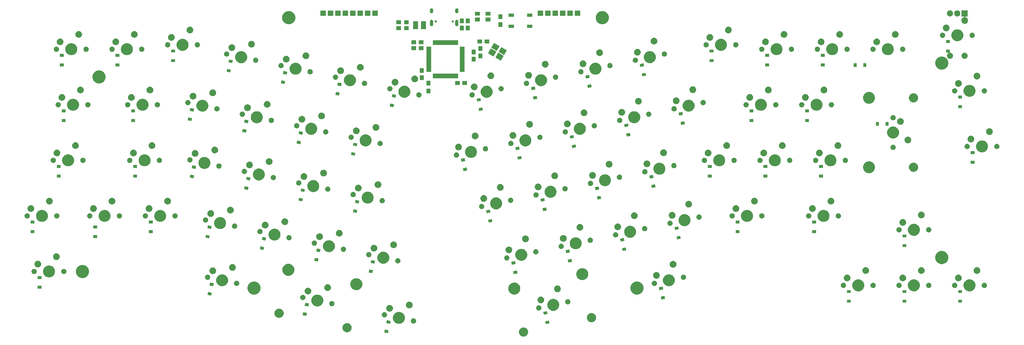
<source format=gbs>
G04 #@! TF.GenerationSoftware,KiCad,Pcbnew,(5.1.5-0-10_14)*
G04 #@! TF.CreationDate,2020-08-30T20:07:43+03:00*
G04 #@! TF.ProjectId,arisu,61726973-752e-46b6-9963-61645f706362,1.1*
G04 #@! TF.SameCoordinates,Original*
G04 #@! TF.FileFunction,Soldermask,Bot*
G04 #@! TF.FilePolarity,Negative*
%FSLAX46Y46*%
G04 Gerber Fmt 4.6, Leading zero omitted, Abs format (unit mm)*
G04 Created by KiCad (PCBNEW (5.1.5-0-10_14)) date 2020-08-30 20:07:43*
%MOMM*%
%LPD*%
G04 APERTURE LIST*
%ADD10C,0.100000*%
G04 APERTURE END LIST*
D10*
G36*
X202465774Y-134131810D02*
G01*
X202694393Y-134177284D01*
X202981207Y-134296087D01*
X203239333Y-134468561D01*
X203458850Y-134688078D01*
X203631324Y-134946204D01*
X203750127Y-135233018D01*
X203810691Y-135537498D01*
X203810691Y-135847942D01*
X203750127Y-136152422D01*
X203631324Y-136439236D01*
X203458850Y-136697362D01*
X203239333Y-136916879D01*
X202981207Y-137089353D01*
X202694393Y-137208156D01*
X202465774Y-137253630D01*
X202389915Y-137268720D01*
X202079467Y-137268720D01*
X202003608Y-137253630D01*
X201774989Y-137208156D01*
X201488175Y-137089353D01*
X201230049Y-136916879D01*
X201010532Y-136697362D01*
X200838058Y-136439236D01*
X200719255Y-136152422D01*
X200658691Y-135847942D01*
X200658691Y-135537498D01*
X200719255Y-135233018D01*
X200838058Y-134946204D01*
X201010532Y-134688078D01*
X201230049Y-134468561D01*
X201488175Y-134296087D01*
X201774989Y-134177284D01*
X202003608Y-134131810D01*
X202079467Y-134116720D01*
X202389915Y-134116720D01*
X202465774Y-134131810D01*
G37*
G36*
X156024750Y-135110037D02*
G01*
X155816423Y-136090142D01*
X154542874Y-135819441D01*
X154751201Y-134839336D01*
X156024750Y-135110037D01*
G37*
G36*
X142020250Y-132645583D02*
G01*
X142257066Y-132692688D01*
X142543880Y-132811491D01*
X142802006Y-132983965D01*
X143021523Y-133203482D01*
X143193997Y-133461608D01*
X143312800Y-133748422D01*
X143373364Y-134052902D01*
X143373364Y-134363346D01*
X143312800Y-134667826D01*
X143193997Y-134954640D01*
X143021523Y-135212766D01*
X142802006Y-135432283D01*
X142543880Y-135604757D01*
X142257066Y-135723560D01*
X142028447Y-135769034D01*
X141952588Y-135784124D01*
X141642140Y-135784124D01*
X141566281Y-135769034D01*
X141337662Y-135723560D01*
X141050848Y-135604757D01*
X140792722Y-135432283D01*
X140573205Y-135212766D01*
X140400731Y-134954640D01*
X140281928Y-134667826D01*
X140221364Y-134363346D01*
X140221364Y-134052902D01*
X140281928Y-133748422D01*
X140400731Y-133461608D01*
X140573205Y-133203482D01*
X140792722Y-132983965D01*
X141050848Y-132811491D01*
X141337662Y-132692688D01*
X141574478Y-132645583D01*
X141642140Y-132632124D01*
X141952588Y-132632124D01*
X142020250Y-132645583D01*
G37*
G36*
X211134058Y-132703684D02*
G01*
X209860509Y-132974385D01*
X209652182Y-131994280D01*
X210925731Y-131723579D01*
X211134058Y-132703684D01*
G37*
G36*
X160161617Y-128855828D02*
G01*
X160445369Y-128973362D01*
X160534876Y-129010437D01*
X160870799Y-129234894D01*
X161156479Y-129520574D01*
X161307436Y-129746496D01*
X161380937Y-129856499D01*
X161535545Y-130229756D01*
X161614363Y-130626003D01*
X161614363Y-131030017D01*
X161535545Y-131426264D01*
X161382619Y-131795460D01*
X161380936Y-131799523D01*
X161156479Y-132135446D01*
X160870799Y-132421126D01*
X160534876Y-132645583D01*
X160534875Y-132645584D01*
X160534874Y-132645584D01*
X160161617Y-132800192D01*
X159765370Y-132879010D01*
X159361356Y-132879010D01*
X158965109Y-132800192D01*
X158591852Y-132645584D01*
X158591851Y-132645584D01*
X158591850Y-132645583D01*
X158255927Y-132421126D01*
X157970247Y-132135446D01*
X157745790Y-131799523D01*
X157744107Y-131795460D01*
X157591181Y-131426264D01*
X157512363Y-131030017D01*
X157512363Y-130626003D01*
X157591181Y-130229756D01*
X157745789Y-129856499D01*
X157819291Y-129746496D01*
X157970247Y-129520574D01*
X158255927Y-129234894D01*
X158591850Y-129010437D01*
X158681357Y-128973362D01*
X158965109Y-128855828D01*
X159361356Y-128777010D01*
X159765370Y-128777010D01*
X160161617Y-128855828D01*
G37*
G36*
X156710858Y-131882149D02*
G01*
X156710858Y-131882150D01*
X156691559Y-131972943D01*
X156502531Y-132862254D01*
X155228982Y-132591553D01*
X155437309Y-131611448D01*
X156710858Y-131882149D01*
G37*
G36*
X164645865Y-130988128D02*
G01*
X164795165Y-131017825D01*
X164959137Y-131085745D01*
X165106707Y-131184348D01*
X165232206Y-131309847D01*
X165330809Y-131457417D01*
X165398729Y-131621389D01*
X165433353Y-131795460D01*
X165433353Y-131972942D01*
X165398729Y-132147013D01*
X165330809Y-132310985D01*
X165232206Y-132458555D01*
X165106707Y-132584054D01*
X164959137Y-132682657D01*
X164795165Y-132750577D01*
X164645865Y-132780274D01*
X164621095Y-132785201D01*
X164443611Y-132785201D01*
X164418841Y-132780274D01*
X164269541Y-132750577D01*
X164105569Y-132682657D01*
X163957999Y-132584054D01*
X163832500Y-132458555D01*
X163733897Y-132310985D01*
X163665977Y-132147013D01*
X163631353Y-131972942D01*
X163631353Y-131795460D01*
X163665977Y-131621389D01*
X163733897Y-131457417D01*
X163832500Y-131309847D01*
X163957999Y-131184348D01*
X164105569Y-131085745D01*
X164269541Y-131017825D01*
X164418841Y-130988128D01*
X164443611Y-130983201D01*
X164621095Y-130983201D01*
X164645865Y-130988128D01*
G37*
G36*
X225745687Y-129183512D02*
G01*
X225974306Y-129228986D01*
X226261120Y-129347789D01*
X226519246Y-129520263D01*
X226738763Y-129739780D01*
X226911237Y-129997906D01*
X227030040Y-130284720D01*
X227042263Y-130346172D01*
X227086840Y-130570274D01*
X227090604Y-130589200D01*
X227090604Y-130899644D01*
X227030040Y-131204124D01*
X226911237Y-131490938D01*
X226738763Y-131749064D01*
X226519246Y-131968581D01*
X226261120Y-132141055D01*
X225974306Y-132259858D01*
X225745687Y-132305332D01*
X225669828Y-132320422D01*
X225359380Y-132320422D01*
X225283521Y-132305332D01*
X225054902Y-132259858D01*
X224768088Y-132141055D01*
X224509962Y-131968581D01*
X224290445Y-131749064D01*
X224117971Y-131490938D01*
X223999168Y-131204124D01*
X223938604Y-130899644D01*
X223938604Y-130589200D01*
X223942369Y-130570274D01*
X223986945Y-130346172D01*
X223999168Y-130284720D01*
X224117971Y-129997906D01*
X224290445Y-129739780D01*
X224509962Y-129520263D01*
X224768088Y-129347789D01*
X225054902Y-129228986D01*
X225283521Y-129183512D01*
X225359380Y-129168422D01*
X225669828Y-129168422D01*
X225745687Y-129183512D01*
G37*
G36*
X118748534Y-127698916D02*
G01*
X118977153Y-127744390D01*
X119263967Y-127863193D01*
X119522093Y-128035667D01*
X119741610Y-128255184D01*
X119914084Y-128513310D01*
X120032887Y-128800124D01*
X120093451Y-129104604D01*
X120093451Y-129415048D01*
X120032887Y-129719528D01*
X119914084Y-130006342D01*
X119741610Y-130264468D01*
X119522093Y-130483985D01*
X119263967Y-130656459D01*
X118977153Y-130775262D01*
X118748534Y-130820736D01*
X118672675Y-130835826D01*
X118362227Y-130835826D01*
X118286368Y-130820736D01*
X118057749Y-130775262D01*
X117770935Y-130656459D01*
X117512809Y-130483985D01*
X117293292Y-130264468D01*
X117120818Y-130006342D01*
X117002015Y-129719528D01*
X116941451Y-129415048D01*
X116941451Y-129104604D01*
X117002015Y-128800124D01*
X117120818Y-128513310D01*
X117293292Y-128255184D01*
X117512809Y-128035667D01*
X117770935Y-127863193D01*
X118057749Y-127744390D01*
X118286368Y-127698916D01*
X118362227Y-127683826D01*
X118672675Y-127683826D01*
X118748534Y-127698916D01*
G37*
G36*
X154707885Y-128875745D02*
G01*
X154857185Y-128905442D01*
X155021157Y-128973362D01*
X155168727Y-129071965D01*
X155294226Y-129197464D01*
X155392829Y-129345034D01*
X155460749Y-129509006D01*
X155490446Y-129658306D01*
X155495373Y-129683076D01*
X155495373Y-129860560D01*
X155491825Y-129878395D01*
X155460749Y-130034630D01*
X155392829Y-130198602D01*
X155294226Y-130346172D01*
X155168727Y-130471671D01*
X155021157Y-130570274D01*
X154857185Y-130638194D01*
X154707885Y-130667891D01*
X154683115Y-130672818D01*
X154505631Y-130672818D01*
X154480861Y-130667891D01*
X154331561Y-130638194D01*
X154167589Y-130570274D01*
X154020019Y-130471671D01*
X153894520Y-130346172D01*
X153795917Y-130198602D01*
X153727997Y-130034630D01*
X153696921Y-129878395D01*
X153693373Y-129860560D01*
X153693373Y-129683076D01*
X153698300Y-129658306D01*
X153727997Y-129509006D01*
X153795917Y-129345034D01*
X153894520Y-129197464D01*
X154020019Y-129071965D01*
X154167589Y-128973362D01*
X154331561Y-128905442D01*
X154480861Y-128875745D01*
X154505631Y-128870818D01*
X154683115Y-128870818D01*
X154707885Y-128875745D01*
G37*
G36*
X128074177Y-129168991D02*
G01*
X127865850Y-130149096D01*
X126592301Y-129878395D01*
X126596956Y-129856497D01*
X126690788Y-129415050D01*
X126800628Y-128898290D01*
X128074177Y-129168991D01*
G37*
G36*
X210447950Y-129475796D02*
G01*
X209174401Y-129746497D01*
X208966074Y-128766392D01*
X210239623Y-128495691D01*
X210447950Y-129475796D01*
G37*
G36*
X156589265Y-126422487D02*
G01*
X156700450Y-126444603D01*
X156835349Y-126500480D01*
X156898720Y-126526729D01*
X156909919Y-126531368D01*
X157098436Y-126657331D01*
X157258756Y-126817651D01*
X157360413Y-126969792D01*
X157384720Y-127006170D01*
X157471484Y-127215638D01*
X157515716Y-127438006D01*
X157515716Y-127664736D01*
X157493600Y-127775920D01*
X157471484Y-127887105D01*
X157384719Y-128096574D01*
X157258756Y-128285091D01*
X157098436Y-128445411D01*
X156909919Y-128571374D01*
X156700450Y-128658139D01*
X156589265Y-128680255D01*
X156478081Y-128702371D01*
X156251351Y-128702371D01*
X156140167Y-128680255D01*
X156028982Y-128658139D01*
X155819513Y-128571374D01*
X155630996Y-128445411D01*
X155470676Y-128285091D01*
X155344713Y-128096574D01*
X155257948Y-127887105D01*
X155235832Y-127775920D01*
X155213716Y-127664736D01*
X155213716Y-127438006D01*
X155257948Y-127215638D01*
X155344712Y-127006170D01*
X155369019Y-126969792D01*
X155470676Y-126817651D01*
X155630996Y-126657331D01*
X155819513Y-126531368D01*
X155830713Y-126526729D01*
X155894083Y-126500480D01*
X156028982Y-126444603D01*
X156140167Y-126422487D01*
X156251351Y-126400371D01*
X156478081Y-126400371D01*
X156589265Y-126422487D01*
G37*
G36*
X213017520Y-124399356D02*
G01*
X213390777Y-124553964D01*
X213390779Y-124553965D01*
X213726702Y-124778422D01*
X214012382Y-125064102D01*
X214215962Y-125368780D01*
X214236840Y-125400027D01*
X214391448Y-125773284D01*
X214470266Y-126169531D01*
X214470266Y-126573545D01*
X214391448Y-126969792D01*
X214238522Y-127338988D01*
X214236839Y-127343051D01*
X214012382Y-127678974D01*
X213726702Y-127964654D01*
X213390779Y-128189111D01*
X213390778Y-128189112D01*
X213390777Y-128189112D01*
X213017520Y-128343720D01*
X212621273Y-128422538D01*
X212217259Y-128422538D01*
X211821012Y-128343720D01*
X211447755Y-128189112D01*
X211447754Y-128189112D01*
X211447753Y-128189111D01*
X211111830Y-127964654D01*
X210826150Y-127678974D01*
X210601693Y-127343051D01*
X210600010Y-127338988D01*
X210447084Y-126969792D01*
X210368266Y-126573545D01*
X210368266Y-126169531D01*
X210447084Y-125773284D01*
X210601692Y-125400027D01*
X210622571Y-125368780D01*
X210826150Y-125064102D01*
X211111830Y-124778422D01*
X211447753Y-124553965D01*
X211447755Y-124553964D01*
X211821012Y-124399356D01*
X212217259Y-124320538D01*
X212621273Y-124320538D01*
X213017520Y-124399356D01*
G37*
G36*
X207562334Y-126531367D02*
G01*
X207713088Y-126561353D01*
X207877060Y-126629273D01*
X208024630Y-126727876D01*
X208150129Y-126853375D01*
X208248732Y-127000945D01*
X208316652Y-127164917D01*
X208351276Y-127338988D01*
X208351276Y-127516470D01*
X208316652Y-127690541D01*
X208248732Y-127854513D01*
X208150129Y-128002083D01*
X208024630Y-128127582D01*
X207877060Y-128226185D01*
X207713088Y-128294105D01*
X207563788Y-128323802D01*
X207539018Y-128328729D01*
X207361534Y-128328729D01*
X207336764Y-128323802D01*
X207187464Y-128294105D01*
X207023492Y-128226185D01*
X206875922Y-128127582D01*
X206750423Y-128002083D01*
X206651820Y-127854513D01*
X206583900Y-127690541D01*
X206549276Y-127516470D01*
X206549276Y-127338988D01*
X206583900Y-127164917D01*
X206651820Y-127000945D01*
X206750423Y-126853375D01*
X206875922Y-126727876D01*
X207023492Y-126629273D01*
X207187464Y-126561353D01*
X207338218Y-126531367D01*
X207361534Y-126526729D01*
X207539018Y-126526729D01*
X207562334Y-126531367D01*
G37*
G36*
X163328598Y-125258232D02*
G01*
X163439783Y-125280348D01*
X163649252Y-125367113D01*
X163837769Y-125493076D01*
X163998089Y-125653396D01*
X164124052Y-125841913D01*
X164202737Y-126031874D01*
X164210817Y-126051383D01*
X164255049Y-126273751D01*
X164255049Y-126500481D01*
X164240516Y-126573544D01*
X164210817Y-126722850D01*
X164124052Y-126932319D01*
X163998089Y-127120836D01*
X163837769Y-127281156D01*
X163649252Y-127407119D01*
X163439783Y-127493884D01*
X163328598Y-127516000D01*
X163217414Y-127538116D01*
X162990684Y-127538116D01*
X162879500Y-127516000D01*
X162768315Y-127493884D01*
X162558846Y-127407119D01*
X162370329Y-127281156D01*
X162210009Y-127120836D01*
X162084046Y-126932319D01*
X161997281Y-126722850D01*
X161967582Y-126573544D01*
X161953049Y-126500481D01*
X161953049Y-126273751D01*
X161997281Y-126051383D01*
X162005362Y-126031874D01*
X162084046Y-125841913D01*
X162210009Y-125653396D01*
X162370329Y-125493076D01*
X162558846Y-125367113D01*
X162768315Y-125280348D01*
X162879500Y-125258232D01*
X162990684Y-125236116D01*
X163217414Y-125236116D01*
X163328598Y-125258232D01*
G37*
G36*
X132211043Y-122914760D02*
G01*
X132494795Y-123032294D01*
X132584302Y-123069369D01*
X132920225Y-123293826D01*
X133205905Y-123579506D01*
X133314486Y-123742008D01*
X133430363Y-123915431D01*
X133584971Y-124288688D01*
X133663789Y-124684935D01*
X133663789Y-125088949D01*
X133584971Y-125485196D01*
X133432045Y-125854392D01*
X133430362Y-125858455D01*
X133205905Y-126194378D01*
X132920225Y-126480058D01*
X132584302Y-126704515D01*
X132584301Y-126704516D01*
X132584300Y-126704516D01*
X132211043Y-126859124D01*
X131814796Y-126937942D01*
X131410782Y-126937942D01*
X131014535Y-126859124D01*
X130641278Y-126704516D01*
X130641277Y-126704516D01*
X130641276Y-126704515D01*
X130305353Y-126480058D01*
X130019673Y-126194378D01*
X129795216Y-125858455D01*
X129793533Y-125854392D01*
X129640607Y-125485196D01*
X129561789Y-125088949D01*
X129561789Y-124684935D01*
X129640607Y-124288688D01*
X129795215Y-123915431D01*
X129911093Y-123742008D01*
X130019673Y-123579506D01*
X130305353Y-123293826D01*
X130641276Y-123069369D01*
X130730783Y-123032294D01*
X131014535Y-122914760D01*
X131410782Y-122835942D01*
X131814796Y-122835942D01*
X132211043Y-122914760D01*
G37*
G36*
X128760285Y-125941103D02*
G01*
X128760285Y-125941104D01*
X128744535Y-126015200D01*
X128551958Y-126921208D01*
X127278409Y-126650507D01*
X127280008Y-126642986D01*
X127338050Y-126369917D01*
X127486736Y-125670402D01*
X128760285Y-125941103D01*
G37*
G36*
X136695291Y-125047060D02*
G01*
X136844591Y-125076757D01*
X137008563Y-125144677D01*
X137156133Y-125243280D01*
X137281632Y-125368779D01*
X137380235Y-125516349D01*
X137448155Y-125680321D01*
X137482779Y-125854392D01*
X137482779Y-126031874D01*
X137448155Y-126205945D01*
X137380235Y-126369917D01*
X137281632Y-126517487D01*
X137156133Y-126642986D01*
X137008563Y-126741589D01*
X136844591Y-126809509D01*
X136695291Y-126839206D01*
X136670521Y-126844133D01*
X136493037Y-126844133D01*
X136468267Y-126839206D01*
X136318967Y-126809509D01*
X136154995Y-126741589D01*
X136007425Y-126642986D01*
X135881926Y-126517487D01*
X135783323Y-126369917D01*
X135715403Y-126205945D01*
X135680779Y-126031874D01*
X135680779Y-125854392D01*
X135715403Y-125680321D01*
X135783323Y-125516349D01*
X135881926Y-125368779D01*
X136007425Y-125243280D01*
X136154995Y-125144677D01*
X136318967Y-125076757D01*
X136468267Y-125047060D01*
X136493037Y-125042133D01*
X136670521Y-125042133D01*
X136695291Y-125047060D01*
G37*
G36*
X217501767Y-124419274D02*
G01*
X217651067Y-124448971D01*
X217815039Y-124516891D01*
X217962609Y-124615494D01*
X218088108Y-124740993D01*
X218186711Y-124888563D01*
X218254631Y-125052535D01*
X218289255Y-125226606D01*
X218289255Y-125404088D01*
X218254631Y-125578159D01*
X218186711Y-125742131D01*
X218088108Y-125889701D01*
X217962609Y-126015200D01*
X217815039Y-126113803D01*
X217651067Y-126181723D01*
X217501767Y-126211420D01*
X217476997Y-126216347D01*
X217299513Y-126216347D01*
X217274743Y-126211420D01*
X217125443Y-126181723D01*
X216961471Y-126113803D01*
X216813901Y-126015200D01*
X216688402Y-125889701D01*
X216589799Y-125742131D01*
X216521879Y-125578159D01*
X216487255Y-125404088D01*
X216487255Y-125226606D01*
X216521879Y-125052535D01*
X216589799Y-124888563D01*
X216688402Y-124740993D01*
X216813901Y-124615494D01*
X216961471Y-124516891D01*
X217125443Y-124448971D01*
X217274743Y-124419274D01*
X217299513Y-124414347D01*
X217476997Y-124414347D01*
X217501767Y-124419274D01*
G37*
G36*
X208388977Y-123550303D02*
G01*
X208500162Y-123572419D01*
X208709631Y-123659184D01*
X208898148Y-123785147D01*
X209058468Y-123945467D01*
X209184431Y-124133984D01*
X209248512Y-124288688D01*
X209271196Y-124343454D01*
X209313847Y-124557872D01*
X209315428Y-124565823D01*
X209315428Y-124792551D01*
X209271196Y-125014921D01*
X209184431Y-125224390D01*
X209058468Y-125412907D01*
X208898148Y-125573227D01*
X208709631Y-125699190D01*
X208500162Y-125785955D01*
X208388977Y-125808071D01*
X208277793Y-125830187D01*
X208051063Y-125830187D01*
X207939879Y-125808071D01*
X207828694Y-125785955D01*
X207619225Y-125699190D01*
X207430708Y-125573227D01*
X207270388Y-125412907D01*
X207144425Y-125224390D01*
X207057660Y-125014921D01*
X207013428Y-124792551D01*
X207013428Y-124565823D01*
X207015010Y-124557872D01*
X207057660Y-124343454D01*
X207080345Y-124288688D01*
X207144425Y-124133984D01*
X207270388Y-123945467D01*
X207430708Y-123785147D01*
X207619225Y-123659184D01*
X207828694Y-123572419D01*
X207939879Y-123550303D01*
X208051063Y-123528187D01*
X208277793Y-123528187D01*
X208388977Y-123550303D01*
G37*
G36*
X352400949Y-125608503D02*
G01*
X351098949Y-125608503D01*
X351098949Y-124606503D01*
X352400949Y-124606503D01*
X352400949Y-125608503D01*
G37*
G36*
X333350949Y-125608503D02*
G01*
X332048949Y-125608503D01*
X332048949Y-124606503D01*
X333350949Y-124606503D01*
X333350949Y-125608503D01*
G37*
G36*
X314300949Y-125608503D02*
G01*
X312998949Y-125608503D01*
X312998949Y-124606503D01*
X314300949Y-124606503D01*
X314300949Y-125608503D01*
G37*
G36*
X126757311Y-122934677D02*
G01*
X126906611Y-122964374D01*
X127070583Y-123032294D01*
X127218153Y-123130897D01*
X127343652Y-123256396D01*
X127442255Y-123403966D01*
X127510175Y-123567938D01*
X127544799Y-123742009D01*
X127544799Y-123919491D01*
X127510175Y-124093562D01*
X127442255Y-124257534D01*
X127343652Y-124405104D01*
X127218153Y-124530603D01*
X127070583Y-124629206D01*
X126906611Y-124697126D01*
X126757311Y-124726823D01*
X126732541Y-124731750D01*
X126555057Y-124731750D01*
X126530287Y-124726823D01*
X126380987Y-124697126D01*
X126217015Y-124629206D01*
X126069445Y-124530603D01*
X125943946Y-124405104D01*
X125845343Y-124257534D01*
X125777423Y-124093562D01*
X125742799Y-123919491D01*
X125742799Y-123742009D01*
X125777423Y-123567938D01*
X125845343Y-123403966D01*
X125943946Y-123256396D01*
X126069445Y-123130897D01*
X126217015Y-123032294D01*
X126380987Y-122964374D01*
X126530287Y-122934677D01*
X126555057Y-122929750D01*
X126732541Y-122929750D01*
X126757311Y-122934677D01*
G37*
G36*
X250730694Y-124287172D02*
G01*
X249457145Y-124557873D01*
X249248818Y-123577768D01*
X250522367Y-123307067D01*
X250730694Y-124287172D01*
G37*
G36*
X95465185Y-122237716D02*
G01*
X95256858Y-123217821D01*
X93983309Y-122947120D01*
X94006941Y-122835942D01*
X94020274Y-122773215D01*
X94191636Y-121967015D01*
X95465185Y-122237716D01*
G37*
G36*
X110235316Y-118369144D02*
G01*
X110616029Y-118444872D01*
X111025685Y-118614557D01*
X111394365Y-118860902D01*
X111707902Y-119174439D01*
X111954247Y-119543119D01*
X112123932Y-119952775D01*
X112210436Y-120387664D01*
X112210436Y-120831072D01*
X112123932Y-121265961D01*
X111954247Y-121675617D01*
X111707902Y-122044297D01*
X111394365Y-122357834D01*
X111025685Y-122604179D01*
X110616029Y-122773864D01*
X110235316Y-122849592D01*
X110181141Y-122860368D01*
X109737731Y-122860368D01*
X109683556Y-122849592D01*
X109302843Y-122773864D01*
X108893187Y-122604179D01*
X108524507Y-122357834D01*
X108210970Y-122044297D01*
X107964625Y-121675617D01*
X107794940Y-121265961D01*
X107708436Y-120831072D01*
X107708436Y-120387664D01*
X107794940Y-119952775D01*
X107964625Y-119543119D01*
X108210970Y-119174439D01*
X108524507Y-118860902D01*
X108893187Y-118614557D01*
X109302843Y-118444872D01*
X109683556Y-118369144D01*
X109737731Y-118358368D01*
X110181141Y-118358368D01*
X110235316Y-118369144D01*
G37*
G36*
X241336146Y-118368496D02*
G01*
X241716859Y-118444224D01*
X242126515Y-118613909D01*
X242495195Y-118860254D01*
X242808732Y-119173791D01*
X243055077Y-119542471D01*
X243224762Y-119952127D01*
X243285376Y-120256856D01*
X243311266Y-120387015D01*
X243311266Y-120830425D01*
X243302084Y-120876584D01*
X243224762Y-121265313D01*
X243055077Y-121674969D01*
X242808732Y-122043649D01*
X242495195Y-122357186D01*
X242126515Y-122603531D01*
X241716859Y-122773216D01*
X241336146Y-122848944D01*
X241281971Y-122859720D01*
X240838561Y-122859720D01*
X240784386Y-122848944D01*
X240403673Y-122773216D01*
X239994017Y-122603531D01*
X239625337Y-122357186D01*
X239311800Y-122043649D01*
X239065455Y-121674969D01*
X238895770Y-121265313D01*
X238818448Y-120876584D01*
X238809266Y-120830425D01*
X238809266Y-120387015D01*
X238835156Y-120256856D01*
X238895770Y-119952127D01*
X239065455Y-119542471D01*
X239311800Y-119173791D01*
X239625337Y-118860254D01*
X239994017Y-118613909D01*
X240403673Y-118444224D01*
X240784386Y-118368496D01*
X240838561Y-118357720D01*
X241281971Y-118357720D01*
X241336146Y-118368496D01*
G37*
G36*
X199664371Y-118813569D02*
G01*
X200037628Y-118968177D01*
X200037630Y-118968178D01*
X200373553Y-119192635D01*
X200659233Y-119478315D01*
X200880640Y-119809673D01*
X200883691Y-119814240D01*
X201038299Y-120187497D01*
X201117117Y-120583744D01*
X201117117Y-120987758D01*
X201038299Y-121384005D01*
X200917509Y-121675617D01*
X200883690Y-121757264D01*
X200659233Y-122093187D01*
X200373553Y-122378867D01*
X200037630Y-122603324D01*
X200037629Y-122603325D01*
X200037628Y-122603325D01*
X199664371Y-122757933D01*
X199268124Y-122836751D01*
X198864110Y-122836751D01*
X198467863Y-122757933D01*
X198094606Y-122603325D01*
X198094605Y-122603325D01*
X198094604Y-122603324D01*
X197758681Y-122378867D01*
X197473001Y-122093187D01*
X197248544Y-121757264D01*
X197214725Y-121675617D01*
X197093935Y-121384005D01*
X197015117Y-120987758D01*
X197015117Y-120583744D01*
X197093935Y-120187497D01*
X197248543Y-119814240D01*
X197251595Y-119809673D01*
X197473001Y-119478315D01*
X197758681Y-119192635D01*
X198094604Y-118968178D01*
X198094606Y-118968177D01*
X198467863Y-118813569D01*
X198864110Y-118734751D01*
X199268124Y-118734751D01*
X199664371Y-118813569D01*
G37*
G36*
X128636378Y-120480959D02*
G01*
X128749876Y-120503535D01*
X128859346Y-120548879D01*
X128943518Y-120583744D01*
X128959345Y-120590300D01*
X129147862Y-120716263D01*
X129308182Y-120876583D01*
X129434145Y-121065100D01*
X129520910Y-121274569D01*
X129565142Y-121496939D01*
X129565142Y-121723667D01*
X129520910Y-121946037D01*
X129434145Y-122155506D01*
X129308182Y-122344023D01*
X129147862Y-122504343D01*
X128959345Y-122630306D01*
X128749876Y-122717071D01*
X128638691Y-122739187D01*
X128527507Y-122761303D01*
X128300777Y-122761303D01*
X128189593Y-122739187D01*
X128078408Y-122717071D01*
X127868939Y-122630306D01*
X127680422Y-122504343D01*
X127520102Y-122344023D01*
X127394139Y-122155506D01*
X127307374Y-121946037D01*
X127263142Y-121723667D01*
X127263142Y-121496939D01*
X127307374Y-121274569D01*
X127394139Y-121065100D01*
X127520102Y-120876583D01*
X127680422Y-120716263D01*
X127868939Y-120590300D01*
X127884767Y-120583744D01*
X127968938Y-120548879D01*
X128078408Y-120503535D01*
X128191906Y-120480959D01*
X128300777Y-120459303D01*
X128527507Y-120459303D01*
X128636378Y-120480959D01*
G37*
G36*
X352400949Y-122308503D02*
G01*
X351098949Y-122308503D01*
X351098949Y-121306503D01*
X352400949Y-121306503D01*
X352400949Y-122308503D01*
G37*
G36*
X314300949Y-122308503D02*
G01*
X312998949Y-122308503D01*
X312998949Y-121306503D01*
X314300949Y-121306503D01*
X314300949Y-122308503D01*
G37*
G36*
X333350949Y-122308503D02*
G01*
X332048949Y-122308503D01*
X332048949Y-121306503D01*
X333350949Y-121306503D01*
X333350949Y-122308503D01*
G37*
G36*
X214072118Y-119745569D02*
G01*
X214183303Y-119767685D01*
X214331419Y-119829037D01*
X214367544Y-119844000D01*
X214392772Y-119854450D01*
X214581289Y-119980413D01*
X214741609Y-120140733D01*
X214867572Y-120329250D01*
X214954337Y-120538719D01*
X214998569Y-120761089D01*
X214998569Y-120987817D01*
X214954337Y-121210187D01*
X214867572Y-121419656D01*
X214741609Y-121608173D01*
X214581289Y-121768493D01*
X214392772Y-121894456D01*
X214183303Y-121981221D01*
X214072118Y-122003337D01*
X213960934Y-122025453D01*
X213734204Y-122025453D01*
X213623020Y-122003337D01*
X213511835Y-121981221D01*
X213302366Y-121894456D01*
X213113849Y-121768493D01*
X212953529Y-121608173D01*
X212827566Y-121419656D01*
X212740801Y-121210187D01*
X212696569Y-120987817D01*
X212696569Y-120761089D01*
X212740801Y-120538719D01*
X212827566Y-120329250D01*
X212953529Y-120140733D01*
X213113849Y-119980413D01*
X213302366Y-119854450D01*
X213327595Y-119844000D01*
X213363719Y-119829037D01*
X213511835Y-119767685D01*
X213623020Y-119745569D01*
X213734204Y-119723453D01*
X213960934Y-119723453D01*
X214072118Y-119745569D01*
G37*
G36*
X355573203Y-117710321D02*
G01*
X355812968Y-117809635D01*
X355946462Y-117864930D01*
X356282385Y-118089387D01*
X356568065Y-118375067D01*
X356787116Y-118702899D01*
X356792523Y-118710992D01*
X356947131Y-119084249D01*
X357025949Y-119480496D01*
X357025949Y-119884510D01*
X356947131Y-120280757D01*
X356818914Y-120590300D01*
X356792522Y-120654016D01*
X356568065Y-120989939D01*
X356282385Y-121275619D01*
X355946462Y-121500076D01*
X355946461Y-121500077D01*
X355946460Y-121500077D01*
X355573203Y-121654685D01*
X355176956Y-121733503D01*
X354772942Y-121733503D01*
X354376695Y-121654685D01*
X354003438Y-121500077D01*
X354003437Y-121500077D01*
X354003436Y-121500076D01*
X353667513Y-121275619D01*
X353381833Y-120989939D01*
X353157376Y-120654016D01*
X353130984Y-120590300D01*
X353002767Y-120280757D01*
X352923949Y-119884510D01*
X352923949Y-119480496D01*
X353002767Y-119084249D01*
X353157375Y-118710992D01*
X353162783Y-118702899D01*
X353381833Y-118375067D01*
X353667513Y-118089387D01*
X354003436Y-117864930D01*
X354136930Y-117809635D01*
X354376695Y-117710321D01*
X354772942Y-117631503D01*
X355176956Y-117631503D01*
X355573203Y-117710321D01*
G37*
G36*
X336523203Y-117710321D02*
G01*
X336762968Y-117809635D01*
X336896462Y-117864930D01*
X337232385Y-118089387D01*
X337518065Y-118375067D01*
X337737116Y-118702899D01*
X337742523Y-118710992D01*
X337897131Y-119084249D01*
X337975949Y-119480496D01*
X337975949Y-119884510D01*
X337897131Y-120280757D01*
X337768914Y-120590300D01*
X337742522Y-120654016D01*
X337518065Y-120989939D01*
X337232385Y-121275619D01*
X336896462Y-121500076D01*
X336896461Y-121500077D01*
X336896460Y-121500077D01*
X336523203Y-121654685D01*
X336126956Y-121733503D01*
X335722942Y-121733503D01*
X335326695Y-121654685D01*
X334953438Y-121500077D01*
X334953437Y-121500077D01*
X334953436Y-121500076D01*
X334617513Y-121275619D01*
X334331833Y-120989939D01*
X334107376Y-120654016D01*
X334080984Y-120590300D01*
X333952767Y-120280757D01*
X333873949Y-119884510D01*
X333873949Y-119480496D01*
X333952767Y-119084249D01*
X334107375Y-118710992D01*
X334112783Y-118702899D01*
X334331833Y-118375067D01*
X334617513Y-118089387D01*
X334953436Y-117864930D01*
X335086930Y-117809635D01*
X335326695Y-117710321D01*
X335722942Y-117631503D01*
X336126956Y-117631503D01*
X336523203Y-117710321D01*
G37*
G36*
X317473203Y-117710321D02*
G01*
X317712968Y-117809635D01*
X317846462Y-117864930D01*
X318182385Y-118089387D01*
X318468065Y-118375067D01*
X318687116Y-118702899D01*
X318692523Y-118710992D01*
X318847131Y-119084249D01*
X318925949Y-119480496D01*
X318925949Y-119884510D01*
X318847131Y-120280757D01*
X318718914Y-120590300D01*
X318692522Y-120654016D01*
X318468065Y-120989939D01*
X318182385Y-121275619D01*
X317846462Y-121500076D01*
X317846461Y-121500077D01*
X317846460Y-121500077D01*
X317473203Y-121654685D01*
X317076956Y-121733503D01*
X316672942Y-121733503D01*
X316276695Y-121654685D01*
X315903438Y-121500077D01*
X315903437Y-121500077D01*
X315903436Y-121500076D01*
X315567513Y-121275619D01*
X315281833Y-120989939D01*
X315057376Y-120654016D01*
X315030984Y-120590300D01*
X314902767Y-120280757D01*
X314823949Y-119884510D01*
X314823949Y-119480496D01*
X314902767Y-119084249D01*
X315057375Y-118710992D01*
X315062783Y-118702899D01*
X315281833Y-118375067D01*
X315567513Y-118089387D01*
X315903436Y-117864930D01*
X316036930Y-117809635D01*
X316276695Y-117710321D01*
X316672942Y-117631503D01*
X317076956Y-117631503D01*
X317473203Y-117710321D01*
G37*
G36*
X135378024Y-119317163D02*
G01*
X135489209Y-119339279D01*
X135698678Y-119426044D01*
X135887195Y-119552007D01*
X136047515Y-119712327D01*
X136173478Y-119900844D01*
X136260243Y-120110313D01*
X136304475Y-120332683D01*
X136304475Y-120559411D01*
X136260243Y-120781781D01*
X136220975Y-120876583D01*
X136174925Y-120987758D01*
X136173478Y-120991250D01*
X136047515Y-121179767D01*
X135887195Y-121340087D01*
X135698678Y-121466050D01*
X135489209Y-121552815D01*
X135378024Y-121574931D01*
X135266840Y-121597047D01*
X135040110Y-121597047D01*
X134928926Y-121574931D01*
X134817741Y-121552815D01*
X134608272Y-121466050D01*
X134419755Y-121340087D01*
X134259435Y-121179767D01*
X134133472Y-120991250D01*
X134132026Y-120987758D01*
X134085975Y-120876583D01*
X134046707Y-120781781D01*
X134002475Y-120559411D01*
X134002475Y-120332683D01*
X134046707Y-120110313D01*
X134133472Y-119900844D01*
X134259435Y-119712327D01*
X134419755Y-119552007D01*
X134608272Y-119426044D01*
X134817741Y-119339279D01*
X134928926Y-119317163D01*
X135040110Y-119295047D01*
X135266840Y-119295047D01*
X135378024Y-119317163D01*
G37*
G36*
X145564192Y-117328972D02*
G01*
X145937449Y-117483580D01*
X145937451Y-117483581D01*
X146273374Y-117708038D01*
X146559054Y-117993718D01*
X146771299Y-118311364D01*
X146783512Y-118329643D01*
X146938120Y-118702900D01*
X147016938Y-119099147D01*
X147016938Y-119503161D01*
X146938120Y-119899408D01*
X146790060Y-120256856D01*
X146783511Y-120272667D01*
X146559054Y-120608590D01*
X146273374Y-120894270D01*
X145937451Y-121118727D01*
X145937450Y-121118728D01*
X145937449Y-121118728D01*
X145564192Y-121273336D01*
X145167945Y-121352154D01*
X144763931Y-121352154D01*
X144367684Y-121273336D01*
X143994427Y-121118728D01*
X143994426Y-121118728D01*
X143994425Y-121118727D01*
X143658502Y-120894270D01*
X143372822Y-120608590D01*
X143148365Y-120272667D01*
X143141816Y-120256856D01*
X142993756Y-119899408D01*
X142914938Y-119503161D01*
X142914938Y-119099147D01*
X142993756Y-118702900D01*
X143148364Y-118329643D01*
X143160578Y-118311364D01*
X143372822Y-117993718D01*
X143658502Y-117708038D01*
X143994425Y-117483581D01*
X143994427Y-117483580D01*
X144367684Y-117328972D01*
X144763931Y-117250154D01*
X145167945Y-117250154D01*
X145564192Y-117328972D01*
G37*
G36*
X249981203Y-120761089D02*
G01*
X250029396Y-120987818D01*
X250044586Y-121059284D01*
X248771037Y-121329985D01*
X248562710Y-120349880D01*
X249836259Y-120079179D01*
X249981203Y-120761089D01*
G37*
G36*
X37136000Y-120846000D02*
G01*
X35834000Y-120846000D01*
X35834000Y-119844000D01*
X37136000Y-119844000D01*
X37136000Y-120846000D01*
G37*
G36*
X311908461Y-118786430D02*
G01*
X312057761Y-118816127D01*
X312221733Y-118884047D01*
X312369303Y-118982650D01*
X312494802Y-119108149D01*
X312593405Y-119255719D01*
X312661325Y-119419691D01*
X312691022Y-119568991D01*
X312695949Y-119593761D01*
X312695949Y-119771245D01*
X312691022Y-119796015D01*
X312661325Y-119945315D01*
X312593405Y-120109287D01*
X312494802Y-120256857D01*
X312369303Y-120382356D01*
X312221733Y-120480959D01*
X312057761Y-120548879D01*
X311908461Y-120578576D01*
X311883691Y-120583503D01*
X311706207Y-120583503D01*
X311681437Y-120578576D01*
X311532137Y-120548879D01*
X311368165Y-120480959D01*
X311220595Y-120382356D01*
X311095096Y-120256857D01*
X310996493Y-120109287D01*
X310928573Y-119945315D01*
X310898876Y-119796015D01*
X310893949Y-119771245D01*
X310893949Y-119593761D01*
X310898876Y-119568991D01*
X310928573Y-119419691D01*
X310996493Y-119255719D01*
X311095096Y-119108149D01*
X311220595Y-118982650D01*
X311368165Y-118884047D01*
X311532137Y-118816127D01*
X311681437Y-118786430D01*
X311706207Y-118781503D01*
X311883691Y-118781503D01*
X311908461Y-118786430D01*
G37*
G36*
X322068461Y-118786430D02*
G01*
X322217761Y-118816127D01*
X322381733Y-118884047D01*
X322529303Y-118982650D01*
X322654802Y-119108149D01*
X322753405Y-119255719D01*
X322821325Y-119419691D01*
X322851022Y-119568991D01*
X322855949Y-119593761D01*
X322855949Y-119771245D01*
X322851022Y-119796015D01*
X322821325Y-119945315D01*
X322753405Y-120109287D01*
X322654802Y-120256857D01*
X322529303Y-120382356D01*
X322381733Y-120480959D01*
X322217761Y-120548879D01*
X322068461Y-120578576D01*
X322043691Y-120583503D01*
X321866207Y-120583503D01*
X321841437Y-120578576D01*
X321692137Y-120548879D01*
X321528165Y-120480959D01*
X321380595Y-120382356D01*
X321255096Y-120256857D01*
X321156493Y-120109287D01*
X321088573Y-119945315D01*
X321058876Y-119796015D01*
X321053949Y-119771245D01*
X321053949Y-119593761D01*
X321058876Y-119568991D01*
X321088573Y-119419691D01*
X321156493Y-119255719D01*
X321255096Y-119108149D01*
X321380595Y-118982650D01*
X321528165Y-118884047D01*
X321692137Y-118816127D01*
X321841437Y-118786430D01*
X321866207Y-118781503D01*
X322043691Y-118781503D01*
X322068461Y-118786430D01*
G37*
G36*
X330958461Y-118786430D02*
G01*
X331107761Y-118816127D01*
X331271733Y-118884047D01*
X331419303Y-118982650D01*
X331544802Y-119108149D01*
X331643405Y-119255719D01*
X331711325Y-119419691D01*
X331741022Y-119568991D01*
X331745949Y-119593761D01*
X331745949Y-119771245D01*
X331741022Y-119796015D01*
X331711325Y-119945315D01*
X331643405Y-120109287D01*
X331544802Y-120256857D01*
X331419303Y-120382356D01*
X331271733Y-120480959D01*
X331107761Y-120548879D01*
X330958461Y-120578576D01*
X330933691Y-120583503D01*
X330756207Y-120583503D01*
X330731437Y-120578576D01*
X330582137Y-120548879D01*
X330418165Y-120480959D01*
X330270595Y-120382356D01*
X330145096Y-120256857D01*
X330046493Y-120109287D01*
X329978573Y-119945315D01*
X329948876Y-119796015D01*
X329943949Y-119771245D01*
X329943949Y-119593761D01*
X329948876Y-119568991D01*
X329978573Y-119419691D01*
X330046493Y-119255719D01*
X330145096Y-119108149D01*
X330270595Y-118982650D01*
X330418165Y-118884047D01*
X330582137Y-118816127D01*
X330731437Y-118786430D01*
X330756207Y-118781503D01*
X330933691Y-118781503D01*
X330958461Y-118786430D01*
G37*
G36*
X360168461Y-118786430D02*
G01*
X360317761Y-118816127D01*
X360481733Y-118884047D01*
X360629303Y-118982650D01*
X360754802Y-119108149D01*
X360853405Y-119255719D01*
X360921325Y-119419691D01*
X360951022Y-119568991D01*
X360955949Y-119593761D01*
X360955949Y-119771245D01*
X360951022Y-119796015D01*
X360921325Y-119945315D01*
X360853405Y-120109287D01*
X360754802Y-120256857D01*
X360629303Y-120382356D01*
X360481733Y-120480959D01*
X360317761Y-120548879D01*
X360168461Y-120578576D01*
X360143691Y-120583503D01*
X359966207Y-120583503D01*
X359941437Y-120578576D01*
X359792137Y-120548879D01*
X359628165Y-120480959D01*
X359480595Y-120382356D01*
X359355096Y-120256857D01*
X359256493Y-120109287D01*
X359188573Y-119945315D01*
X359158876Y-119796015D01*
X359153949Y-119771245D01*
X359153949Y-119593761D01*
X359158876Y-119568991D01*
X359188573Y-119419691D01*
X359256493Y-119255719D01*
X359355096Y-119108149D01*
X359480595Y-118982650D01*
X359628165Y-118884047D01*
X359792137Y-118816127D01*
X359941437Y-118786430D01*
X359966207Y-118781503D01*
X360143691Y-118781503D01*
X360168461Y-118786430D01*
G37*
G36*
X350008461Y-118786430D02*
G01*
X350157761Y-118816127D01*
X350321733Y-118884047D01*
X350469303Y-118982650D01*
X350594802Y-119108149D01*
X350693405Y-119255719D01*
X350761325Y-119419691D01*
X350791022Y-119568991D01*
X350795949Y-119593761D01*
X350795949Y-119771245D01*
X350791022Y-119796015D01*
X350761325Y-119945315D01*
X350693405Y-120109287D01*
X350594802Y-120256857D01*
X350469303Y-120382356D01*
X350321733Y-120480959D01*
X350157761Y-120548879D01*
X350008461Y-120578576D01*
X349983691Y-120583503D01*
X349806207Y-120583503D01*
X349781437Y-120578576D01*
X349632137Y-120548879D01*
X349468165Y-120480959D01*
X349320595Y-120382356D01*
X349195096Y-120256857D01*
X349096493Y-120109287D01*
X349028573Y-119945315D01*
X348998876Y-119796015D01*
X348993949Y-119771245D01*
X348993949Y-119593761D01*
X348998876Y-119568991D01*
X349028573Y-119419691D01*
X349096493Y-119255719D01*
X349195096Y-119108149D01*
X349320595Y-118982650D01*
X349468165Y-118884047D01*
X349632137Y-118816127D01*
X349781437Y-118786430D01*
X349806207Y-118781503D01*
X349983691Y-118781503D01*
X350008461Y-118786430D01*
G37*
G36*
X341118461Y-118786430D02*
G01*
X341267761Y-118816127D01*
X341431733Y-118884047D01*
X341579303Y-118982650D01*
X341704802Y-119108149D01*
X341803405Y-119255719D01*
X341871325Y-119419691D01*
X341901022Y-119568991D01*
X341905949Y-119593761D01*
X341905949Y-119771245D01*
X341901022Y-119796015D01*
X341871325Y-119945315D01*
X341803405Y-120109287D01*
X341704802Y-120256857D01*
X341579303Y-120382356D01*
X341431733Y-120480959D01*
X341267761Y-120548879D01*
X341118461Y-120578576D01*
X341093691Y-120583503D01*
X340916207Y-120583503D01*
X340891437Y-120578576D01*
X340742137Y-120548879D01*
X340578165Y-120480959D01*
X340430595Y-120382356D01*
X340305096Y-120256857D01*
X340206493Y-120109287D01*
X340138573Y-119945315D01*
X340108876Y-119796015D01*
X340103949Y-119771245D01*
X340103949Y-119593761D01*
X340108876Y-119568991D01*
X340138573Y-119419691D01*
X340206493Y-119255719D01*
X340305096Y-119108149D01*
X340430595Y-118982650D01*
X340578165Y-118884047D01*
X340742137Y-118816127D01*
X340891437Y-118786430D01*
X340916207Y-118781503D01*
X341093691Y-118781503D01*
X341118461Y-118786430D01*
G37*
G36*
X99602052Y-115983507D02*
G01*
X99975309Y-116138115D01*
X99975311Y-116138116D01*
X100311234Y-116362573D01*
X100596914Y-116648253D01*
X100775023Y-116914811D01*
X100821372Y-116984178D01*
X100975980Y-117357435D01*
X101054798Y-117753682D01*
X101054798Y-118157696D01*
X100975980Y-118553943D01*
X100821646Y-118926539D01*
X100821371Y-118927202D01*
X100596914Y-119263125D01*
X100311234Y-119548805D01*
X99975311Y-119773262D01*
X99975310Y-119773263D01*
X99975309Y-119773263D01*
X99602052Y-119927871D01*
X99205805Y-120006689D01*
X98801791Y-120006689D01*
X98405544Y-119927871D01*
X98032287Y-119773263D01*
X98032286Y-119773263D01*
X98032285Y-119773262D01*
X97696362Y-119548805D01*
X97410682Y-119263125D01*
X97186225Y-118927202D01*
X97185950Y-118926539D01*
X97031616Y-118553943D01*
X96952798Y-118157696D01*
X96952798Y-117753682D01*
X97031616Y-117357435D01*
X97186224Y-116984178D01*
X97232574Y-116914811D01*
X97410682Y-116648253D01*
X97696362Y-116362573D01*
X98032285Y-116138116D01*
X98032287Y-116138115D01*
X98405544Y-115983507D01*
X98801791Y-115904689D01*
X99205805Y-115904689D01*
X99602052Y-115983507D01*
G37*
G36*
X252614156Y-115982844D02*
G01*
X252987413Y-116137452D01*
X252987415Y-116137453D01*
X253323338Y-116361910D01*
X253609018Y-116647590D01*
X253787570Y-116914811D01*
X253833476Y-116983515D01*
X253988084Y-117356772D01*
X254066902Y-117753019D01*
X254066902Y-118157033D01*
X253988084Y-118553280D01*
X253835158Y-118922476D01*
X253833475Y-118926539D01*
X253609018Y-119262462D01*
X253323338Y-119548142D01*
X252987415Y-119772599D01*
X252987414Y-119772600D01*
X252987413Y-119772600D01*
X252614156Y-119927208D01*
X252217909Y-120006026D01*
X251813895Y-120006026D01*
X251417648Y-119927208D01*
X251044391Y-119772600D01*
X251044390Y-119772600D01*
X251044389Y-119772599D01*
X250708466Y-119548142D01*
X250422786Y-119262462D01*
X250198329Y-118926539D01*
X250196646Y-118922476D01*
X250043720Y-118553280D01*
X249964902Y-118157033D01*
X249964902Y-117753019D01*
X250043720Y-117356772D01*
X250198328Y-116983515D01*
X250244235Y-116914811D01*
X250422786Y-116647590D01*
X250708466Y-116361910D01*
X251044389Y-116137453D01*
X251044391Y-116137452D01*
X251417648Y-115982844D01*
X251813895Y-115904026D01*
X252217909Y-115904026D01*
X252614156Y-115982844D01*
G37*
G36*
X96151293Y-119009828D02*
G01*
X95942966Y-119989933D01*
X94669417Y-119719232D01*
X94670885Y-119712327D01*
X94733086Y-119419691D01*
X94877744Y-118739127D01*
X96151293Y-119009828D01*
G37*
G36*
X104086300Y-118115808D02*
G01*
X104235600Y-118145505D01*
X104399572Y-118213425D01*
X104547142Y-118312028D01*
X104672641Y-118437527D01*
X104771244Y-118585097D01*
X104839164Y-118749069D01*
X104873788Y-118923140D01*
X104873788Y-119100622D01*
X104839164Y-119274693D01*
X104771244Y-119438665D01*
X104672641Y-119586235D01*
X104547142Y-119711734D01*
X104399572Y-119810337D01*
X104235600Y-119878257D01*
X104086300Y-119907954D01*
X104061530Y-119912881D01*
X103884046Y-119912881D01*
X103859276Y-119907954D01*
X103709976Y-119878257D01*
X103546004Y-119810337D01*
X103398434Y-119711734D01*
X103272935Y-119586235D01*
X103174332Y-119438665D01*
X103106412Y-119274693D01*
X103071788Y-119100622D01*
X103071788Y-118923140D01*
X103106412Y-118749069D01*
X103174332Y-118585097D01*
X103272935Y-118437527D01*
X103398434Y-118312028D01*
X103546004Y-118213425D01*
X103709976Y-118145505D01*
X103859276Y-118115808D01*
X103884046Y-118110881D01*
X104061530Y-118110881D01*
X104086300Y-118115808D01*
G37*
G36*
X247160424Y-118115144D02*
G01*
X247309724Y-118144841D01*
X247473696Y-118212761D01*
X247621266Y-118311364D01*
X247746765Y-118436863D01*
X247845368Y-118584433D01*
X247913288Y-118748405D01*
X247947912Y-118922476D01*
X247947912Y-119099958D01*
X247913288Y-119274029D01*
X247845368Y-119438001D01*
X247746765Y-119585571D01*
X247621266Y-119711070D01*
X247473696Y-119809673D01*
X247309724Y-119877593D01*
X247160424Y-119907290D01*
X247135654Y-119912217D01*
X246958170Y-119912217D01*
X246933400Y-119907290D01*
X246784100Y-119877593D01*
X246620128Y-119809673D01*
X246472558Y-119711070D01*
X246347059Y-119585571D01*
X246248456Y-119438001D01*
X246180536Y-119274029D01*
X246145912Y-119099958D01*
X246145912Y-118922476D01*
X246180536Y-118748405D01*
X246248456Y-118584433D01*
X246347059Y-118436863D01*
X246472558Y-118311364D01*
X246620128Y-118212761D01*
X246784100Y-118144841D01*
X246933400Y-118115144D01*
X246958170Y-118110217D01*
X247135654Y-118110217D01*
X247160424Y-118115144D01*
G37*
G36*
X313289498Y-116013619D02*
G01*
X313400683Y-116035735D01*
X313610152Y-116122500D01*
X313798669Y-116248463D01*
X313958989Y-116408783D01*
X314084952Y-116597300D01*
X314171717Y-116806769D01*
X314172154Y-116808966D01*
X314209436Y-116996393D01*
X314215949Y-117029139D01*
X314215949Y-117255867D01*
X314171717Y-117478237D01*
X314084952Y-117687706D01*
X313958989Y-117876223D01*
X313798669Y-118036543D01*
X313610152Y-118162506D01*
X313400683Y-118249271D01*
X313289498Y-118271387D01*
X313178314Y-118293503D01*
X312951584Y-118293503D01*
X312840400Y-118271387D01*
X312729215Y-118249271D01*
X312519746Y-118162506D01*
X312331229Y-118036543D01*
X312170909Y-117876223D01*
X312044946Y-117687706D01*
X311958181Y-117478237D01*
X311913949Y-117255867D01*
X311913949Y-117029139D01*
X311920463Y-116996393D01*
X311957744Y-116808966D01*
X311958181Y-116806769D01*
X312044946Y-116597300D01*
X312170909Y-116408783D01*
X312331229Y-116248463D01*
X312519746Y-116122500D01*
X312729215Y-116035735D01*
X312840400Y-116013619D01*
X312951584Y-115991503D01*
X313178314Y-115991503D01*
X313289498Y-116013619D01*
G37*
G36*
X332339498Y-116013619D02*
G01*
X332450683Y-116035735D01*
X332660152Y-116122500D01*
X332848669Y-116248463D01*
X333008989Y-116408783D01*
X333134952Y-116597300D01*
X333221717Y-116806769D01*
X333222154Y-116808966D01*
X333259436Y-116996393D01*
X333265949Y-117029139D01*
X333265949Y-117255867D01*
X333221717Y-117478237D01*
X333134952Y-117687706D01*
X333008989Y-117876223D01*
X332848669Y-118036543D01*
X332660152Y-118162506D01*
X332450683Y-118249271D01*
X332339498Y-118271387D01*
X332228314Y-118293503D01*
X332001584Y-118293503D01*
X331890400Y-118271387D01*
X331779215Y-118249271D01*
X331569746Y-118162506D01*
X331381229Y-118036543D01*
X331220909Y-117876223D01*
X331094946Y-117687706D01*
X331008181Y-117478237D01*
X330963949Y-117255867D01*
X330963949Y-117029139D01*
X330970463Y-116996393D01*
X331007744Y-116808966D01*
X331008181Y-116806769D01*
X331094946Y-116597300D01*
X331220909Y-116408783D01*
X331381229Y-116248463D01*
X331569746Y-116122500D01*
X331779215Y-116035735D01*
X331890400Y-116013619D01*
X332001584Y-115991503D01*
X332228314Y-115991503D01*
X332339498Y-116013619D01*
G37*
G36*
X351389498Y-116013619D02*
G01*
X351500683Y-116035735D01*
X351710152Y-116122500D01*
X351898669Y-116248463D01*
X352058989Y-116408783D01*
X352184952Y-116597300D01*
X352271717Y-116806769D01*
X352272154Y-116808966D01*
X352309436Y-116996393D01*
X352315949Y-117029139D01*
X352315949Y-117255867D01*
X352271717Y-117478237D01*
X352184952Y-117687706D01*
X352058989Y-117876223D01*
X351898669Y-118036543D01*
X351710152Y-118162506D01*
X351500683Y-118249271D01*
X351389498Y-118271387D01*
X351278314Y-118293503D01*
X351051584Y-118293503D01*
X350940400Y-118271387D01*
X350829215Y-118249271D01*
X350619746Y-118162506D01*
X350431229Y-118036543D01*
X350270909Y-117876223D01*
X350144946Y-117687706D01*
X350058181Y-117478237D01*
X350013949Y-117255867D01*
X350013949Y-117029139D01*
X350020463Y-116996393D01*
X350057744Y-116808966D01*
X350058181Y-116806769D01*
X350144946Y-116597300D01*
X350270909Y-116408783D01*
X350431229Y-116248463D01*
X350619746Y-116122500D01*
X350829215Y-116035735D01*
X350940400Y-116013619D01*
X351051584Y-115991503D01*
X351278314Y-115991503D01*
X351389498Y-116013619D01*
G37*
G36*
X222944284Y-113865271D02*
G01*
X223317541Y-114019879D01*
X223317543Y-114019880D01*
X223653466Y-114244337D01*
X223939146Y-114530017D01*
X224150195Y-114845873D01*
X224163604Y-114865942D01*
X224318212Y-115239199D01*
X224397030Y-115635446D01*
X224397030Y-116039460D01*
X224318212Y-116435707D01*
X224164513Y-116806769D01*
X224163603Y-116808966D01*
X223939146Y-117144889D01*
X223653466Y-117430569D01*
X223317543Y-117655026D01*
X223317542Y-117655027D01*
X223317541Y-117655027D01*
X222944284Y-117809635D01*
X222548037Y-117888453D01*
X222144023Y-117888453D01*
X221747776Y-117809635D01*
X221374519Y-117655027D01*
X221374518Y-117655027D01*
X221374517Y-117655026D01*
X221038594Y-117430569D01*
X220752914Y-117144889D01*
X220528457Y-116808966D01*
X220527547Y-116806769D01*
X220373848Y-116435707D01*
X220295030Y-116039460D01*
X220295030Y-115635446D01*
X220373848Y-115239199D01*
X220528456Y-114865942D01*
X220541866Y-114845873D01*
X220752914Y-114530017D01*
X221038594Y-114244337D01*
X221374517Y-114019880D01*
X221374519Y-114019879D01*
X221747776Y-113865271D01*
X222144023Y-113786453D01*
X222548037Y-113786453D01*
X222944284Y-113865271D01*
G37*
G36*
X94148320Y-116003425D02*
G01*
X94297620Y-116033122D01*
X94461592Y-116101042D01*
X94609162Y-116199645D01*
X94734661Y-116325144D01*
X94833264Y-116472714D01*
X94901184Y-116636686D01*
X94921251Y-116737573D01*
X94935452Y-116808964D01*
X94935808Y-116810757D01*
X94935808Y-116988239D01*
X94901184Y-117162310D01*
X94833264Y-117326282D01*
X94734661Y-117473852D01*
X94609162Y-117599351D01*
X94461592Y-117697954D01*
X94297620Y-117765874D01*
X94148320Y-117795571D01*
X94123550Y-117800498D01*
X93946066Y-117800498D01*
X93921296Y-117795571D01*
X93771996Y-117765874D01*
X93608024Y-117697954D01*
X93460454Y-117599351D01*
X93334955Y-117473852D01*
X93236352Y-117326282D01*
X93168432Y-117162310D01*
X93133808Y-116988239D01*
X93133808Y-116810757D01*
X93134165Y-116808964D01*
X93148365Y-116737573D01*
X93168432Y-116636686D01*
X93236352Y-116472714D01*
X93334955Y-116325144D01*
X93460454Y-116199645D01*
X93608024Y-116101042D01*
X93771996Y-116033122D01*
X93921296Y-116003425D01*
X93946066Y-115998498D01*
X94123550Y-115998498D01*
X94148320Y-116003425D01*
G37*
G36*
X257098404Y-116002761D02*
G01*
X257247704Y-116032458D01*
X257411676Y-116100378D01*
X257559246Y-116198981D01*
X257684745Y-116324480D01*
X257783348Y-116472050D01*
X257851268Y-116636022D01*
X257871467Y-116737573D01*
X257885668Y-116808964D01*
X257885892Y-116810093D01*
X257885892Y-116987575D01*
X257851268Y-117161646D01*
X257783348Y-117325618D01*
X257684745Y-117473188D01*
X257559246Y-117598687D01*
X257411676Y-117697290D01*
X257247704Y-117765210D01*
X257098404Y-117794907D01*
X257073634Y-117799834D01*
X256896150Y-117799834D01*
X256871380Y-117794907D01*
X256722080Y-117765210D01*
X256558108Y-117697290D01*
X256410538Y-117598687D01*
X256285039Y-117473188D01*
X256186436Y-117325618D01*
X256118516Y-117161646D01*
X256083892Y-116987575D01*
X256083892Y-116810093D01*
X256084117Y-116808964D01*
X256098317Y-116737573D01*
X256118516Y-116636022D01*
X256186436Y-116472050D01*
X256285039Y-116324480D01*
X256410538Y-116198981D01*
X256558108Y-116100378D01*
X256722080Y-116032458D01*
X256871380Y-116002761D01*
X256896150Y-115997834D01*
X257073634Y-115997834D01*
X257098404Y-116002761D01*
G37*
G36*
X37136000Y-117546000D02*
G01*
X35834000Y-117546000D01*
X35834000Y-116544000D01*
X37136000Y-116544000D01*
X37136000Y-117546000D01*
G37*
G36*
X247926371Y-115122006D02*
G01*
X248096798Y-115155906D01*
X248216316Y-115205412D01*
X248297883Y-115239198D01*
X248306267Y-115242671D01*
X248494784Y-115368634D01*
X248655104Y-115528954D01*
X248781067Y-115717471D01*
X248858341Y-115904026D01*
X248867832Y-115926941D01*
X248912064Y-116149309D01*
X248912064Y-116376039D01*
X248900195Y-116435707D01*
X248867832Y-116598408D01*
X248781067Y-116807877D01*
X248655104Y-116996394D01*
X248494784Y-117156714D01*
X248306267Y-117282677D01*
X248096798Y-117369442D01*
X247985613Y-117391558D01*
X247874429Y-117413674D01*
X247647699Y-117413674D01*
X247536515Y-117391558D01*
X247425330Y-117369442D01*
X247215861Y-117282677D01*
X247027344Y-117156714D01*
X246867024Y-116996394D01*
X246741061Y-116807877D01*
X246654296Y-116598408D01*
X246621933Y-116435707D01*
X246610064Y-116376039D01*
X246610064Y-116149309D01*
X246654296Y-115926941D01*
X246663788Y-115904026D01*
X246741061Y-115717471D01*
X246867024Y-115528954D01*
X247027344Y-115368634D01*
X247215861Y-115242671D01*
X247224246Y-115239198D01*
X247305812Y-115205412D01*
X247425330Y-115155906D01*
X247595757Y-115122006D01*
X247647699Y-115111674D01*
X247874429Y-115111674D01*
X247926371Y-115122006D01*
G37*
G36*
X51473380Y-112679776D02*
G01*
X51854093Y-112755504D01*
X52263749Y-112925189D01*
X52632429Y-113171534D01*
X52945966Y-113485071D01*
X53192311Y-113853751D01*
X53361996Y-114263407D01*
X53448500Y-114698296D01*
X53448500Y-115141704D01*
X53361996Y-115576593D01*
X53192311Y-115986249D01*
X52945966Y-116354929D01*
X52632429Y-116668466D01*
X52263749Y-116914811D01*
X51854093Y-117084496D01*
X51491025Y-117156714D01*
X51419205Y-117171000D01*
X50975795Y-117171000D01*
X50903975Y-117156714D01*
X50540907Y-117084496D01*
X50131251Y-116914811D01*
X49762571Y-116668466D01*
X49449034Y-116354929D01*
X49202689Y-115986249D01*
X49033004Y-115576593D01*
X48946500Y-115141704D01*
X48946500Y-114698296D01*
X49033004Y-114263407D01*
X49202689Y-113853751D01*
X49449034Y-113485071D01*
X49762571Y-113171534D01*
X50131251Y-112925189D01*
X50540907Y-112755504D01*
X50921620Y-112679776D01*
X50975795Y-112669000D01*
X51419205Y-112669000D01*
X51473380Y-112679776D01*
G37*
G36*
X40308254Y-112947818D02*
G01*
X40681511Y-113102426D01*
X40681513Y-113102427D01*
X41017436Y-113326884D01*
X41303116Y-113612564D01*
X41471970Y-113865271D01*
X41527574Y-113948489D01*
X41682182Y-114321746D01*
X41761000Y-114717993D01*
X41761000Y-115122007D01*
X41682182Y-115518254D01*
X41527574Y-115891511D01*
X41527573Y-115891513D01*
X41303116Y-116227436D01*
X41017436Y-116513116D01*
X40681513Y-116737573D01*
X40681512Y-116737574D01*
X40681511Y-116737574D01*
X40308254Y-116892182D01*
X39912007Y-116971000D01*
X39507993Y-116971000D01*
X39111746Y-116892182D01*
X38738489Y-116737574D01*
X38738488Y-116737574D01*
X38738487Y-116737573D01*
X38402564Y-116513116D01*
X38116884Y-116227436D01*
X37892427Y-115891513D01*
X37892426Y-115891511D01*
X37737818Y-115518254D01*
X37659000Y-115122007D01*
X37659000Y-114717993D01*
X37737818Y-114321746D01*
X37892426Y-113948489D01*
X37948031Y-113865271D01*
X38116884Y-113612564D01*
X38402564Y-113326884D01*
X38738487Y-113102427D01*
X38738489Y-113102426D01*
X39111746Y-112947818D01*
X39507993Y-112869000D01*
X39912007Y-112869000D01*
X40308254Y-112947818D01*
G37*
G36*
X122284279Y-112380674D02*
G01*
X122559784Y-112494792D01*
X122657538Y-112535283D01*
X122993461Y-112759740D01*
X123279141Y-113045420D01*
X123467210Y-113326884D01*
X123503599Y-113381345D01*
X123658207Y-113754602D01*
X123737025Y-114150849D01*
X123737025Y-114554863D01*
X123658207Y-114951110D01*
X123503599Y-115324367D01*
X123503598Y-115324369D01*
X123279141Y-115660292D01*
X122993461Y-115945972D01*
X122657538Y-116170429D01*
X122657537Y-116170430D01*
X122657536Y-116170430D01*
X122284279Y-116325038D01*
X121888032Y-116403856D01*
X121484018Y-116403856D01*
X121087771Y-116325038D01*
X120714514Y-116170430D01*
X120714513Y-116170430D01*
X120714512Y-116170429D01*
X120378589Y-115945972D01*
X120092909Y-115660292D01*
X119868452Y-115324369D01*
X119868451Y-115324367D01*
X119713843Y-114951110D01*
X119635025Y-114554863D01*
X119635025Y-114150849D01*
X119713843Y-113754602D01*
X119868451Y-113381345D01*
X119904841Y-113326884D01*
X120092909Y-113045420D01*
X120378589Y-112759740D01*
X120714512Y-112535283D01*
X120812266Y-112494792D01*
X121087771Y-112380674D01*
X121484018Y-112301856D01*
X121888032Y-112301856D01*
X122284279Y-112380674D01*
G37*
G36*
X96029700Y-113550167D02*
G01*
X96140885Y-113572283D01*
X96350354Y-113659048D01*
X96538871Y-113785011D01*
X96699191Y-113945331D01*
X96825154Y-114133848D01*
X96825155Y-114133850D01*
X96850567Y-114195201D01*
X96902984Y-114321745D01*
X96911919Y-114343318D01*
X96956151Y-114565686D01*
X96956151Y-114792416D01*
X96945518Y-114845873D01*
X96911919Y-115014785D01*
X96825154Y-115224254D01*
X96699191Y-115412771D01*
X96538871Y-115573091D01*
X96350354Y-115699054D01*
X96350353Y-115699055D01*
X96350352Y-115699055D01*
X96289001Y-115724467D01*
X96140885Y-115785819D01*
X96029700Y-115807935D01*
X95918516Y-115830051D01*
X95691786Y-115830051D01*
X95580602Y-115807935D01*
X95469417Y-115785819D01*
X95321301Y-115724467D01*
X95259950Y-115699055D01*
X95259949Y-115699055D01*
X95259948Y-115699054D01*
X95071431Y-115573091D01*
X94911111Y-115412771D01*
X94785148Y-115224254D01*
X94698383Y-115014785D01*
X94664784Y-114845873D01*
X94654151Y-114792416D01*
X94654151Y-114565686D01*
X94698383Y-114343318D01*
X94707319Y-114321745D01*
X94759735Y-114195201D01*
X94785147Y-114133850D01*
X94785148Y-114133848D01*
X94911111Y-113945331D01*
X95071431Y-113785011D01*
X95259948Y-113659048D01*
X95469417Y-113572283D01*
X95580602Y-113550167D01*
X95691786Y-113528051D01*
X95918516Y-113528051D01*
X96029700Y-113550167D01*
G37*
G36*
X200139096Y-115336223D02*
G01*
X200172708Y-115494354D01*
X200185657Y-115555277D01*
X198912108Y-115825978D01*
X198726150Y-114951110D01*
X198703781Y-114845874D01*
X198703781Y-114845873D01*
X199977330Y-114575172D01*
X200139096Y-115336223D01*
G37*
G36*
X44903512Y-114023927D02*
G01*
X45052812Y-114053624D01*
X45216784Y-114121544D01*
X45364354Y-114220147D01*
X45489853Y-114345646D01*
X45588456Y-114493216D01*
X45656376Y-114657188D01*
X45691000Y-114831259D01*
X45691000Y-115008741D01*
X45656376Y-115182812D01*
X45588456Y-115346784D01*
X45489853Y-115494354D01*
X45364354Y-115619853D01*
X45216784Y-115718456D01*
X45052812Y-115786376D01*
X44903512Y-115816073D01*
X44878742Y-115821000D01*
X44701258Y-115821000D01*
X44676488Y-115816073D01*
X44527188Y-115786376D01*
X44363216Y-115718456D01*
X44215646Y-115619853D01*
X44090147Y-115494354D01*
X43991544Y-115346784D01*
X43923624Y-115182812D01*
X43889000Y-115008741D01*
X43889000Y-114831259D01*
X43923624Y-114657188D01*
X43991544Y-114493216D01*
X44090147Y-114345646D01*
X44215646Y-114220147D01*
X44363216Y-114121544D01*
X44527188Y-114053624D01*
X44676488Y-114023927D01*
X44701258Y-114019000D01*
X44878742Y-114019000D01*
X44903512Y-114023927D01*
G37*
G36*
X34743512Y-114023927D02*
G01*
X34892812Y-114053624D01*
X35056784Y-114121544D01*
X35204354Y-114220147D01*
X35329853Y-114345646D01*
X35428456Y-114493216D01*
X35496376Y-114657188D01*
X35531000Y-114831259D01*
X35531000Y-115008741D01*
X35496376Y-115182812D01*
X35428456Y-115346784D01*
X35329853Y-115494354D01*
X35204354Y-115619853D01*
X35056784Y-115718456D01*
X34892812Y-115786376D01*
X34743512Y-115816073D01*
X34718742Y-115821000D01*
X34541258Y-115821000D01*
X34516488Y-115816073D01*
X34367188Y-115786376D01*
X34203216Y-115718456D01*
X34055646Y-115619853D01*
X33930147Y-115494354D01*
X33831544Y-115346784D01*
X33763624Y-115182812D01*
X33729000Y-115008741D01*
X33729000Y-114831259D01*
X33763624Y-114657188D01*
X33831544Y-114493216D01*
X33930147Y-114345646D01*
X34055646Y-114220147D01*
X34203216Y-114121544D01*
X34367188Y-114053624D01*
X34516488Y-114023927D01*
X34541258Y-114019000D01*
X34718742Y-114019000D01*
X34743512Y-114023927D01*
G37*
G36*
X338689498Y-113473619D02*
G01*
X338800683Y-113495735D01*
X339010152Y-113582500D01*
X339198669Y-113708463D01*
X339358989Y-113868783D01*
X339484952Y-114057300D01*
X339571717Y-114266769D01*
X339615949Y-114489139D01*
X339615949Y-114715867D01*
X339571717Y-114938237D01*
X339484952Y-115147706D01*
X339358989Y-115336223D01*
X339198669Y-115496543D01*
X339010152Y-115622506D01*
X338800683Y-115709271D01*
X338689498Y-115731387D01*
X338578314Y-115753503D01*
X338351584Y-115753503D01*
X338240400Y-115731387D01*
X338129215Y-115709271D01*
X337919746Y-115622506D01*
X337731229Y-115496543D01*
X337570909Y-115336223D01*
X337444946Y-115147706D01*
X337358181Y-114938237D01*
X337313949Y-114715867D01*
X337313949Y-114489139D01*
X337358181Y-114266769D01*
X337444946Y-114057300D01*
X337570909Y-113868783D01*
X337731229Y-113708463D01*
X337919746Y-113582500D01*
X338129215Y-113495735D01*
X338240400Y-113473619D01*
X338351584Y-113451503D01*
X338578314Y-113451503D01*
X338689498Y-113473619D01*
G37*
G36*
X357739498Y-113473619D02*
G01*
X357850683Y-113495735D01*
X358060152Y-113582500D01*
X358248669Y-113708463D01*
X358408989Y-113868783D01*
X358534952Y-114057300D01*
X358621717Y-114266769D01*
X358665949Y-114489139D01*
X358665949Y-114715867D01*
X358621717Y-114938237D01*
X358534952Y-115147706D01*
X358408989Y-115336223D01*
X358248669Y-115496543D01*
X358060152Y-115622506D01*
X357850683Y-115709271D01*
X357739498Y-115731387D01*
X357628314Y-115753503D01*
X357401584Y-115753503D01*
X357290400Y-115731387D01*
X357179215Y-115709271D01*
X356969746Y-115622506D01*
X356781229Y-115496543D01*
X356620909Y-115336223D01*
X356494946Y-115147706D01*
X356408181Y-114938237D01*
X356363949Y-114715867D01*
X356363949Y-114489139D01*
X356408181Y-114266769D01*
X356494946Y-114057300D01*
X356620909Y-113868783D01*
X356781229Y-113708463D01*
X356969746Y-113582500D01*
X357179215Y-113495735D01*
X357290400Y-113473619D01*
X357401584Y-113451503D01*
X357628314Y-113451503D01*
X357739498Y-113473619D01*
G37*
G36*
X319639498Y-113473619D02*
G01*
X319750683Y-113495735D01*
X319960152Y-113582500D01*
X320148669Y-113708463D01*
X320308989Y-113868783D01*
X320434952Y-114057300D01*
X320521717Y-114266769D01*
X320565949Y-114489139D01*
X320565949Y-114715867D01*
X320521717Y-114938237D01*
X320434952Y-115147706D01*
X320308989Y-115336223D01*
X320148669Y-115496543D01*
X319960152Y-115622506D01*
X319750683Y-115709271D01*
X319639498Y-115731387D01*
X319528314Y-115753503D01*
X319301584Y-115753503D01*
X319190400Y-115731387D01*
X319079215Y-115709271D01*
X318869746Y-115622506D01*
X318681229Y-115496543D01*
X318520909Y-115336223D01*
X318394946Y-115147706D01*
X318308181Y-114938237D01*
X318263949Y-114715867D01*
X318263949Y-114489139D01*
X318308181Y-114266769D01*
X318394946Y-114057300D01*
X318520909Y-113868783D01*
X318681229Y-113708463D01*
X318869746Y-113582500D01*
X319079215Y-113495735D01*
X319190400Y-113473619D01*
X319301584Y-113451503D01*
X319528314Y-113451503D01*
X319639498Y-113473619D01*
G37*
G36*
X150668613Y-114496008D02*
G01*
X150460286Y-115476113D01*
X149186737Y-115205412D01*
X149200279Y-115141704D01*
X149240790Y-114951111D01*
X149395064Y-114225307D01*
X150668613Y-114496008D01*
G37*
G36*
X102742705Y-112380674D02*
G01*
X102880218Y-112408027D01*
X103089687Y-112494792D01*
X103278204Y-112620755D01*
X103438524Y-112781075D01*
X103564487Y-112969592D01*
X103564488Y-112969594D01*
X103578384Y-113003143D01*
X103651252Y-113179061D01*
X103695484Y-113401431D01*
X103695484Y-113628159D01*
X103651252Y-113850529D01*
X103564487Y-114059998D01*
X103438524Y-114248515D01*
X103278204Y-114408835D01*
X103089687Y-114534798D01*
X102880218Y-114621563D01*
X102769033Y-114643679D01*
X102657849Y-114665795D01*
X102431119Y-114665795D01*
X102319935Y-114643679D01*
X102208750Y-114621563D01*
X101999281Y-114534798D01*
X101810764Y-114408835D01*
X101650444Y-114248515D01*
X101524481Y-114059998D01*
X101437716Y-113850529D01*
X101393484Y-113628159D01*
X101393484Y-113401431D01*
X101437716Y-113179061D01*
X101510584Y-113003143D01*
X101524480Y-112969594D01*
X101524481Y-112969592D01*
X101650444Y-112781075D01*
X101810764Y-112620755D01*
X101999281Y-112494792D01*
X102208750Y-112408027D01*
X102346263Y-112380674D01*
X102431119Y-112363795D01*
X102657849Y-112363795D01*
X102742705Y-112380674D01*
G37*
G36*
X253668754Y-111329056D02*
G01*
X253779939Y-111351172D01*
X253989408Y-111437937D01*
X254177925Y-111563900D01*
X254338245Y-111724220D01*
X254464208Y-111912737D01*
X254464209Y-111912739D01*
X254489621Y-111974090D01*
X254550973Y-112122206D01*
X254553826Y-112136548D01*
X254595205Y-112344575D01*
X254595205Y-112571305D01*
X254550973Y-112793673D01*
X254478105Y-112969594D01*
X254464208Y-113003143D01*
X254338245Y-113191660D01*
X254177925Y-113351980D01*
X253989408Y-113477943D01*
X253779939Y-113564708D01*
X253690497Y-113582499D01*
X253557570Y-113608940D01*
X253330840Y-113608940D01*
X253197913Y-113582499D01*
X253108471Y-113564708D01*
X252899002Y-113477943D01*
X252710485Y-113351980D01*
X252550165Y-113191660D01*
X252424202Y-113003143D01*
X252410306Y-112969594D01*
X252337437Y-112793673D01*
X252293205Y-112571305D01*
X252293205Y-112344575D01*
X252334584Y-112136548D01*
X252337437Y-112122206D01*
X252398789Y-111974090D01*
X252424201Y-111912739D01*
X252424202Y-111912737D01*
X252550165Y-111724220D01*
X252710485Y-111563900D01*
X252899002Y-111437937D01*
X253108471Y-111351172D01*
X253219656Y-111329056D01*
X253330840Y-111306940D01*
X253557570Y-111306940D01*
X253668754Y-111329056D01*
G37*
G36*
X36092213Y-111244684D02*
G01*
X36235734Y-111273232D01*
X36317112Y-111306940D01*
X36442589Y-111358914D01*
X36445203Y-111359997D01*
X36633720Y-111485960D01*
X36794040Y-111646280D01*
X36846118Y-111724221D01*
X36920004Y-111834799D01*
X36924033Y-111844526D01*
X37006768Y-112044266D01*
X37051000Y-112266636D01*
X37051000Y-112493364D01*
X37006768Y-112715734D01*
X36920003Y-112925203D01*
X36794040Y-113113720D01*
X36633720Y-113274040D01*
X36445203Y-113400003D01*
X36235734Y-113486768D01*
X36124549Y-113508884D01*
X36013365Y-113531000D01*
X35786635Y-113531000D01*
X35675451Y-113508884D01*
X35564266Y-113486768D01*
X35354797Y-113400003D01*
X35166280Y-113274040D01*
X35005960Y-113113720D01*
X34879997Y-112925203D01*
X34793232Y-112715734D01*
X34749000Y-112493364D01*
X34749000Y-112266636D01*
X34793232Y-112044266D01*
X34875967Y-111844526D01*
X34879996Y-111834799D01*
X34953882Y-111724221D01*
X35005960Y-111646280D01*
X35166280Y-111485960D01*
X35354797Y-111359997D01*
X35357412Y-111358914D01*
X35482888Y-111306940D01*
X35564266Y-111273232D01*
X35707787Y-111244684D01*
X35786635Y-111229000D01*
X36013365Y-111229000D01*
X36092213Y-111244684D01*
G37*
G36*
X199439370Y-112044267D02*
G01*
X199498404Y-112321999D01*
X199499549Y-112327389D01*
X198226000Y-112598090D01*
X198017673Y-111617985D01*
X199291222Y-111347284D01*
X199439370Y-112044267D01*
G37*
G36*
X345717850Y-107915692D02*
G01*
X346106542Y-107993007D01*
X346516198Y-108162692D01*
X346884878Y-108409037D01*
X347198415Y-108722574D01*
X347444760Y-109091254D01*
X347614445Y-109500910D01*
X347685403Y-109857642D01*
X347700949Y-109935798D01*
X347700949Y-110379208D01*
X347696058Y-110403796D01*
X347614445Y-110814096D01*
X347444760Y-111223752D01*
X347198415Y-111592432D01*
X346884878Y-111905969D01*
X346516198Y-112152314D01*
X346106542Y-112321999D01*
X345725829Y-112397727D01*
X345671654Y-112408503D01*
X345228244Y-112408503D01*
X345174069Y-112397727D01*
X344793356Y-112321999D01*
X344383700Y-112152314D01*
X344015020Y-111905969D01*
X343701483Y-111592432D01*
X343455138Y-111223752D01*
X343285453Y-110814096D01*
X343203840Y-110403796D01*
X343198949Y-110379208D01*
X343198949Y-109935798D01*
X343214495Y-109857642D01*
X343285453Y-109500910D01*
X343455138Y-109091254D01*
X343701483Y-108722574D01*
X344015020Y-108409037D01*
X344383700Y-108162692D01*
X344793356Y-107993007D01*
X345182048Y-107915692D01*
X345228244Y-107906503D01*
X345671654Y-107906503D01*
X345717850Y-107915692D01*
G37*
G36*
X154805480Y-108241799D02*
G01*
X155178737Y-108396407D01*
X155178739Y-108396408D01*
X155514662Y-108620865D01*
X155800342Y-108906545D01*
X155933802Y-109106281D01*
X156024800Y-109242470D01*
X156179408Y-109615727D01*
X156258226Y-110011974D01*
X156258226Y-110415988D01*
X156179408Y-110812235D01*
X156026482Y-111181431D01*
X156024799Y-111185494D01*
X155800342Y-111521417D01*
X155514662Y-111807097D01*
X155178739Y-112031554D01*
X155178738Y-112031555D01*
X155178737Y-112031555D01*
X154805480Y-112186163D01*
X154409233Y-112264981D01*
X154005219Y-112264981D01*
X153608972Y-112186163D01*
X153235715Y-112031555D01*
X153235714Y-112031555D01*
X153235713Y-112031554D01*
X152899790Y-111807097D01*
X152614110Y-111521417D01*
X152389653Y-111185494D01*
X152387970Y-111181431D01*
X152235044Y-110812235D01*
X152156226Y-110415988D01*
X152156226Y-110011974D01*
X152235044Y-109615727D01*
X152389652Y-109242470D01*
X152480651Y-109106281D01*
X152614110Y-108906545D01*
X152899790Y-108620865D01*
X153235713Y-108396408D01*
X153235715Y-108396407D01*
X153608972Y-108241799D01*
X154005219Y-108162981D01*
X154409233Y-108162981D01*
X154805480Y-108241799D01*
G37*
G36*
X151354721Y-111268120D02*
G01*
X151354721Y-111268121D01*
X151335422Y-111358914D01*
X151146394Y-112248225D01*
X149872845Y-111977524D01*
X150081172Y-110997419D01*
X151354721Y-111268120D01*
G37*
G36*
X159289728Y-110374099D02*
G01*
X159439028Y-110403796D01*
X159603000Y-110471716D01*
X159750570Y-110570319D01*
X159876069Y-110695818D01*
X159974672Y-110843388D01*
X160042592Y-111007360D01*
X160070108Y-111145694D01*
X160077216Y-111181430D01*
X160077216Y-111358914D01*
X160072289Y-111383684D01*
X160042592Y-111532984D01*
X159974672Y-111696956D01*
X159876069Y-111844526D01*
X159750570Y-111970025D01*
X159603000Y-112068628D01*
X159439028Y-112136548D01*
X159289728Y-112166245D01*
X159264958Y-112171172D01*
X159087474Y-112171172D01*
X159062704Y-112166245D01*
X158913404Y-112136548D01*
X158749432Y-112068628D01*
X158601862Y-111970025D01*
X158476363Y-111844526D01*
X158377760Y-111696956D01*
X158309840Y-111532984D01*
X158280143Y-111383684D01*
X158275216Y-111358914D01*
X158275216Y-111181430D01*
X158282324Y-111145694D01*
X158309840Y-111007360D01*
X158377760Y-110843388D01*
X158476363Y-110695818D01*
X158601862Y-110570319D01*
X158749432Y-110471716D01*
X158913404Y-110403796D01*
X159062704Y-110374099D01*
X159087474Y-110369172D01*
X159264958Y-110369172D01*
X159289728Y-110374099D01*
G37*
G36*
X218819369Y-111594559D02*
G01*
X217545820Y-111865260D01*
X217337493Y-110885155D01*
X218611042Y-110614454D01*
X218819369Y-111594559D01*
G37*
G36*
X132034903Y-110535281D02*
G01*
X132034903Y-110535282D01*
X132027455Y-110570320D01*
X131826576Y-111515386D01*
X130553027Y-111244685D01*
X130761354Y-110264580D01*
X132034903Y-110535281D01*
G37*
G36*
X202069134Y-107250946D02*
G01*
X202396552Y-107386567D01*
X202442393Y-107405555D01*
X202778316Y-107630012D01*
X203063996Y-107915692D01*
X203281895Y-108241800D01*
X203288454Y-108251617D01*
X203443062Y-108624874D01*
X203521880Y-109021121D01*
X203521880Y-109425135D01*
X203443062Y-109821382D01*
X203290136Y-110190578D01*
X203288453Y-110194641D01*
X203063996Y-110530564D01*
X202778316Y-110816244D01*
X202442393Y-111040701D01*
X202442392Y-111040702D01*
X202442391Y-111040702D01*
X202069134Y-111195310D01*
X201672887Y-111274128D01*
X201268873Y-111274128D01*
X200872626Y-111195310D01*
X200499369Y-111040702D01*
X200499368Y-111040702D01*
X200499367Y-111040701D01*
X200163444Y-110816244D01*
X199877764Y-110530564D01*
X199653307Y-110194641D01*
X199651624Y-110190578D01*
X199498698Y-109821382D01*
X199419880Y-109425135D01*
X199419880Y-109021121D01*
X199498698Y-108624874D01*
X199653306Y-108251617D01*
X199659866Y-108241800D01*
X199877764Y-107915692D01*
X200163444Y-107630012D01*
X200499367Y-107405555D01*
X200545208Y-107386567D01*
X200872626Y-107250946D01*
X201268873Y-107172128D01*
X201672887Y-107172128D01*
X202069134Y-107250946D01*
G37*
G36*
X196615402Y-109383246D02*
G01*
X196764702Y-109412943D01*
X196928674Y-109480863D01*
X197076244Y-109579466D01*
X197201743Y-109704965D01*
X197300346Y-109852535D01*
X197368266Y-110016507D01*
X197402890Y-110190578D01*
X197402890Y-110368060D01*
X197368266Y-110542131D01*
X197300346Y-110706103D01*
X197201743Y-110853673D01*
X197076244Y-110979172D01*
X196928674Y-111077775D01*
X196764702Y-111145695D01*
X196615402Y-111175392D01*
X196590632Y-111180319D01*
X196413148Y-111180319D01*
X196388378Y-111175392D01*
X196239078Y-111145695D01*
X196075106Y-111077775D01*
X195927536Y-110979172D01*
X195802037Y-110853673D01*
X195703434Y-110706103D01*
X195635514Y-110542131D01*
X195600890Y-110368060D01*
X195600890Y-110190578D01*
X195635514Y-110016507D01*
X195703434Y-109852535D01*
X195802037Y-109704965D01*
X195927536Y-109579466D01*
X196075106Y-109480863D01*
X196239078Y-109412943D01*
X196388378Y-109383246D01*
X196413148Y-109378319D01*
X196590632Y-109378319D01*
X196615402Y-109383246D01*
G37*
G36*
X42474549Y-108711116D02*
G01*
X42585734Y-108733232D01*
X42795203Y-108819997D01*
X42983720Y-108945960D01*
X43144040Y-109106280D01*
X43270003Y-109294797D01*
X43355379Y-109500912D01*
X43356768Y-109504267D01*
X43396690Y-109704965D01*
X43401000Y-109726636D01*
X43401000Y-109953364D01*
X43356768Y-110175734D01*
X43350619Y-110190578D01*
X43277104Y-110368061D01*
X43270003Y-110385203D01*
X43144040Y-110573720D01*
X42983720Y-110734040D01*
X42795203Y-110860003D01*
X42585734Y-110946768D01*
X42474549Y-110968884D01*
X42363365Y-110991000D01*
X42136635Y-110991000D01*
X42025451Y-110968884D01*
X41914266Y-110946768D01*
X41704797Y-110860003D01*
X41516280Y-110734040D01*
X41355960Y-110573720D01*
X41229997Y-110385203D01*
X41222897Y-110368061D01*
X41149381Y-110190578D01*
X41143232Y-110175734D01*
X41099000Y-109953364D01*
X41099000Y-109726636D01*
X41103311Y-109704965D01*
X41143232Y-109504267D01*
X41144622Y-109500912D01*
X41229997Y-109294797D01*
X41355960Y-109106280D01*
X41516280Y-108945960D01*
X41704797Y-108819997D01*
X41914266Y-108733232D01*
X42025451Y-108711116D01*
X42136635Y-108689000D01*
X42363365Y-108689000D01*
X42474549Y-108711116D01*
G37*
G36*
X149351748Y-108261716D02*
G01*
X149501048Y-108291413D01*
X149665020Y-108359333D01*
X149812590Y-108457936D01*
X149938089Y-108583435D01*
X150036692Y-108731005D01*
X150104612Y-108894977D01*
X150139236Y-109069048D01*
X150139236Y-109246530D01*
X150104612Y-109420601D01*
X150036692Y-109584573D01*
X149938089Y-109732143D01*
X149812590Y-109857642D01*
X149665020Y-109956245D01*
X149501048Y-110024165D01*
X149351748Y-110053862D01*
X149326978Y-110058789D01*
X149149494Y-110058789D01*
X149124724Y-110053862D01*
X148975424Y-110024165D01*
X148811452Y-109956245D01*
X148663882Y-109857642D01*
X148538383Y-109732143D01*
X148439780Y-109584573D01*
X148371860Y-109420601D01*
X148337236Y-109246530D01*
X148337236Y-109069048D01*
X148371860Y-108894977D01*
X148439780Y-108731005D01*
X148538383Y-108583435D01*
X148663882Y-108457936D01*
X148811452Y-108359333D01*
X148975424Y-108291413D01*
X149124724Y-108261716D01*
X149149494Y-108256789D01*
X149326978Y-108256789D01*
X149351748Y-108261716D01*
G37*
G36*
X206553382Y-107270864D02*
G01*
X206702682Y-107300561D01*
X206866654Y-107368481D01*
X207014224Y-107467084D01*
X207139723Y-107592583D01*
X207238326Y-107740153D01*
X207306246Y-107904125D01*
X207328657Y-108016796D01*
X207339405Y-108070828D01*
X207340870Y-108078196D01*
X207340870Y-108255678D01*
X207306246Y-108429749D01*
X207238326Y-108593721D01*
X207139723Y-108741291D01*
X207014224Y-108866790D01*
X206866654Y-108965393D01*
X206702682Y-109033313D01*
X206553382Y-109063010D01*
X206528612Y-109067937D01*
X206351128Y-109067937D01*
X206326358Y-109063010D01*
X206177058Y-109033313D01*
X206013086Y-108965393D01*
X205865516Y-108866790D01*
X205740017Y-108741291D01*
X205641414Y-108593721D01*
X205573494Y-108429749D01*
X205538870Y-108255678D01*
X205538870Y-108078196D01*
X205540336Y-108070828D01*
X205551083Y-108016796D01*
X205573494Y-107904125D01*
X205641414Y-107740153D01*
X205740017Y-107592583D01*
X205865516Y-107467084D01*
X206013086Y-107368481D01*
X206177058Y-107300561D01*
X206326358Y-107270864D01*
X206351128Y-107265937D01*
X206528612Y-107265937D01*
X206553382Y-107270864D01*
G37*
G36*
X197440591Y-106401893D02*
G01*
X197551776Y-106424009D01*
X197699892Y-106485361D01*
X197751666Y-106506806D01*
X197761245Y-106510774D01*
X197949762Y-106636737D01*
X198110082Y-106797057D01*
X198236045Y-106985574D01*
X198322810Y-107195043D01*
X198330677Y-107234592D01*
X198360907Y-107386567D01*
X198367042Y-107417413D01*
X198367042Y-107644141D01*
X198322810Y-107866511D01*
X198285185Y-107957345D01*
X198238180Y-108070827D01*
X198236045Y-108075980D01*
X198110082Y-108264497D01*
X197949762Y-108424817D01*
X197761245Y-108550780D01*
X197551776Y-108637545D01*
X197440591Y-108659661D01*
X197329407Y-108681777D01*
X197102677Y-108681777D01*
X196991493Y-108659661D01*
X196880308Y-108637545D01*
X196670839Y-108550780D01*
X196482322Y-108424817D01*
X196322002Y-108264497D01*
X196196039Y-108075980D01*
X196193905Y-108070827D01*
X196146899Y-107957345D01*
X196109274Y-107866511D01*
X196065042Y-107644141D01*
X196065042Y-107417413D01*
X196071178Y-107386567D01*
X196101407Y-107234592D01*
X196109274Y-107195043D01*
X196196039Y-106985574D01*
X196322002Y-106797057D01*
X196482322Y-106636737D01*
X196670839Y-106510774D01*
X196680419Y-106506806D01*
X196732192Y-106485361D01*
X196880308Y-106424009D01*
X196991493Y-106401893D01*
X197102677Y-106379777D01*
X197329407Y-106379777D01*
X197440591Y-106401893D01*
G37*
G36*
X218092695Y-108175821D02*
G01*
X218117265Y-108291413D01*
X218133261Y-108366671D01*
X216859712Y-108637372D01*
X216651385Y-107657267D01*
X217924934Y-107386566D01*
X218092695Y-108175821D01*
G37*
G36*
X136171770Y-104281072D02*
G01*
X136545027Y-104435680D01*
X136545029Y-104435681D01*
X136880952Y-104660138D01*
X137166632Y-104945818D01*
X137275213Y-105108320D01*
X137391090Y-105281743D01*
X137545698Y-105655000D01*
X137624516Y-106051247D01*
X137624516Y-106455261D01*
X137545698Y-106851508D01*
X137392772Y-107220704D01*
X137391089Y-107224767D01*
X137166632Y-107560690D01*
X136880952Y-107846370D01*
X136545029Y-108070827D01*
X136545028Y-108070828D01*
X136545027Y-108070828D01*
X136171770Y-108225436D01*
X135775523Y-108304254D01*
X135371509Y-108304254D01*
X134975262Y-108225436D01*
X134602005Y-108070828D01*
X134602004Y-108070828D01*
X134602003Y-108070827D01*
X134266080Y-107846370D01*
X133980400Y-107560690D01*
X133755943Y-107224767D01*
X133754260Y-107220704D01*
X133601334Y-106851508D01*
X133522516Y-106455261D01*
X133522516Y-106051247D01*
X133601334Y-105655000D01*
X133755942Y-105281743D01*
X133871820Y-105108320D01*
X133980400Y-104945818D01*
X134266080Y-104660138D01*
X134602003Y-104435681D01*
X134602005Y-104435680D01*
X134975262Y-104281072D01*
X135371509Y-104202254D01*
X135775523Y-104202254D01*
X136171770Y-104281072D01*
G37*
G36*
X132721011Y-107307393D02*
G01*
X132721011Y-107307394D01*
X132701712Y-107398187D01*
X132512684Y-108287498D01*
X131239135Y-108016797D01*
X131447462Y-107036692D01*
X132721011Y-107307393D01*
G37*
G36*
X140656018Y-106413372D02*
G01*
X140805318Y-106443069D01*
X140969290Y-106510989D01*
X141116860Y-106609592D01*
X141242359Y-106735091D01*
X141340962Y-106882661D01*
X141408882Y-107046633D01*
X141433844Y-107172128D01*
X141443506Y-107220703D01*
X141443506Y-107398187D01*
X141442040Y-107405555D01*
X141408882Y-107572257D01*
X141340962Y-107736229D01*
X141242359Y-107883799D01*
X141116860Y-108009298D01*
X140969290Y-108107901D01*
X140805318Y-108175821D01*
X140656018Y-108205518D01*
X140631248Y-108210445D01*
X140453764Y-108210445D01*
X140428994Y-108205518D01*
X140279694Y-108175821D01*
X140115722Y-108107901D01*
X139968152Y-108009298D01*
X139842653Y-107883799D01*
X139744050Y-107736229D01*
X139676130Y-107572257D01*
X139642972Y-107405555D01*
X139641506Y-107398187D01*
X139641506Y-107220703D01*
X139651168Y-107172128D01*
X139676130Y-107046633D01*
X139744050Y-106882661D01*
X139842653Y-106735091D01*
X139968152Y-106609592D01*
X140115722Y-106510989D01*
X140279694Y-106443069D01*
X140428994Y-106413372D01*
X140453764Y-106408445D01*
X140631248Y-106408445D01*
X140656018Y-106413372D01*
G37*
G36*
X151233128Y-105808458D02*
G01*
X151344313Y-105830574D01*
X151553782Y-105917339D01*
X151742299Y-106043302D01*
X151902619Y-106203622D01*
X152028582Y-106392139D01*
X152115347Y-106601608D01*
X152125716Y-106653737D01*
X152159579Y-106823977D01*
X152159579Y-107050707D01*
X152153755Y-107079984D01*
X152115347Y-107273076D01*
X152028582Y-107482545D01*
X151902619Y-107671062D01*
X151742299Y-107831382D01*
X151553782Y-107957345D01*
X151344313Y-108044110D01*
X151233128Y-108066226D01*
X151121944Y-108088342D01*
X150895214Y-108088342D01*
X150784030Y-108066226D01*
X150672845Y-108044110D01*
X150463376Y-107957345D01*
X150274859Y-107831382D01*
X150114539Y-107671062D01*
X149988576Y-107482545D01*
X149901811Y-107273076D01*
X149863403Y-107079984D01*
X149857579Y-107050707D01*
X149857579Y-106823977D01*
X149891442Y-106653737D01*
X149901811Y-106601608D01*
X149988576Y-106392139D01*
X150114539Y-106203622D01*
X150274859Y-106043302D01*
X150463376Y-105917339D01*
X150672845Y-105830574D01*
X150784030Y-105808458D01*
X150895214Y-105786342D01*
X151121944Y-105786342D01*
X151233128Y-105808458D01*
G37*
G36*
X237407077Y-107417413D02*
G01*
X237444311Y-107592584D01*
X237453080Y-107633842D01*
X236179531Y-107904543D01*
X235971204Y-106924438D01*
X237244753Y-106653737D01*
X237407077Y-107417413D01*
G37*
G36*
X113401194Y-106574554D02*
G01*
X113401194Y-106574555D01*
X113393746Y-106609593D01*
X113192867Y-107554659D01*
X111919318Y-107283958D01*
X112127645Y-106303853D01*
X113401194Y-106574554D01*
G37*
G36*
X220702846Y-103290228D02*
G01*
X221076103Y-103444836D01*
X221076105Y-103444837D01*
X221412028Y-103669294D01*
X221697708Y-103954974D01*
X221915601Y-104281073D01*
X221922166Y-104290899D01*
X222076774Y-104664156D01*
X222155592Y-105060403D01*
X222155592Y-105464417D01*
X222076774Y-105860664D01*
X221923848Y-106229860D01*
X221922165Y-106233923D01*
X221697708Y-106569846D01*
X221412028Y-106855526D01*
X221076105Y-107079983D01*
X221076104Y-107079984D01*
X221076103Y-107079984D01*
X220702846Y-107234592D01*
X220306599Y-107313410D01*
X219902585Y-107313410D01*
X219506338Y-107234592D01*
X219133081Y-107079984D01*
X219133080Y-107079984D01*
X219133079Y-107079983D01*
X218797156Y-106855526D01*
X218511476Y-106569846D01*
X218287019Y-106233923D01*
X218285336Y-106229860D01*
X218132410Y-105860664D01*
X218053592Y-105464417D01*
X218053592Y-105060403D01*
X218132410Y-104664156D01*
X218287018Y-104290899D01*
X218293584Y-104281073D01*
X218511476Y-103954974D01*
X218797156Y-103669294D01*
X219133079Y-103444837D01*
X219133081Y-103444836D01*
X219506338Y-103290228D01*
X219902585Y-103211410D01*
X220306599Y-103211410D01*
X220702846Y-103290228D01*
G37*
G36*
X215249114Y-105422528D02*
G01*
X215398414Y-105452225D01*
X215562386Y-105520145D01*
X215709956Y-105618748D01*
X215835455Y-105744247D01*
X215934058Y-105891817D01*
X216001978Y-106055789D01*
X216036602Y-106229860D01*
X216036602Y-106407342D01*
X216001978Y-106581413D01*
X215934058Y-106745385D01*
X215835455Y-106892955D01*
X215709956Y-107018454D01*
X215562386Y-107117057D01*
X215398414Y-107184977D01*
X215249114Y-107214674D01*
X215224344Y-107219601D01*
X215046860Y-107219601D01*
X215022090Y-107214674D01*
X214872790Y-107184977D01*
X214708818Y-107117057D01*
X214561248Y-107018454D01*
X214435749Y-106892955D01*
X214337146Y-106745385D01*
X214269226Y-106581413D01*
X214234602Y-106407342D01*
X214234602Y-106229860D01*
X214269226Y-106055789D01*
X214337146Y-105891817D01*
X214435749Y-105744247D01*
X214561248Y-105618748D01*
X214708818Y-105520145D01*
X214872790Y-105452225D01*
X215022090Y-105422528D01*
X215046860Y-105417601D01*
X215224344Y-105417601D01*
X215249114Y-105422528D01*
G37*
G36*
X157916145Y-104633001D02*
G01*
X158083646Y-104666319D01*
X158293115Y-104753084D01*
X158481632Y-104879047D01*
X158641952Y-105039367D01*
X158767915Y-105227884D01*
X158767916Y-105227886D01*
X158854680Y-105437354D01*
X158897973Y-105654999D01*
X158898912Y-105659723D01*
X158898912Y-105886451D01*
X158854680Y-106108821D01*
X158767915Y-106318290D01*
X158641952Y-106506807D01*
X158481632Y-106667127D01*
X158293115Y-106793090D01*
X158293114Y-106793091D01*
X158293113Y-106793091D01*
X158231762Y-106818503D01*
X158083646Y-106879855D01*
X157972461Y-106901971D01*
X157861277Y-106924087D01*
X157634547Y-106924087D01*
X157523363Y-106901971D01*
X157412178Y-106879855D01*
X157264062Y-106818503D01*
X157202711Y-106793091D01*
X157202710Y-106793091D01*
X157202709Y-106793090D01*
X157014192Y-106667127D01*
X156853872Y-106506807D01*
X156727909Y-106318290D01*
X156641144Y-106108821D01*
X156596912Y-105886451D01*
X156596912Y-105659723D01*
X156597852Y-105654999D01*
X156641144Y-105437354D01*
X156727908Y-105227886D01*
X156727909Y-105227884D01*
X156853872Y-105039367D01*
X157014192Y-104879047D01*
X157202709Y-104753084D01*
X157412178Y-104666319D01*
X157579679Y-104633001D01*
X157634547Y-104622087D01*
X157861277Y-104622087D01*
X157916145Y-104633001D01*
G37*
G36*
X333350949Y-106558503D02*
G01*
X332048949Y-106558503D01*
X332048949Y-105556503D01*
X333350949Y-105556503D01*
X333350949Y-106558503D01*
G37*
G36*
X130718038Y-104300989D02*
G01*
X130867338Y-104330686D01*
X131031310Y-104398606D01*
X131178880Y-104497209D01*
X131304379Y-104622708D01*
X131402982Y-104770278D01*
X131470902Y-104934250D01*
X131505526Y-105108321D01*
X131505526Y-105285803D01*
X131470902Y-105459874D01*
X131402982Y-105623846D01*
X131304379Y-105771416D01*
X131178880Y-105896915D01*
X131031310Y-105995518D01*
X130867338Y-106063438D01*
X130718038Y-106093135D01*
X130693268Y-106098062D01*
X130515784Y-106098062D01*
X130491014Y-106093135D01*
X130341714Y-106063438D01*
X130177742Y-105995518D01*
X130030172Y-105896915D01*
X129904673Y-105771416D01*
X129806070Y-105623846D01*
X129738150Y-105459874D01*
X129703526Y-105285803D01*
X129703526Y-105108321D01*
X129738150Y-104934250D01*
X129806070Y-104770278D01*
X129904673Y-104622708D01*
X130030172Y-104497209D01*
X130177742Y-104398606D01*
X130341714Y-104330686D01*
X130491014Y-104300989D01*
X130515784Y-104296062D01*
X130693268Y-104296062D01*
X130718038Y-104300989D01*
G37*
G36*
X225187094Y-103310146D02*
G01*
X225336394Y-103339843D01*
X225500366Y-103407763D01*
X225647936Y-103506366D01*
X225773435Y-103631865D01*
X225872038Y-103779435D01*
X225939958Y-103943407D01*
X225967800Y-104083383D01*
X225973115Y-104110100D01*
X225974582Y-104117478D01*
X225974582Y-104294960D01*
X225939958Y-104469031D01*
X225872038Y-104633003D01*
X225773435Y-104780573D01*
X225647936Y-104906072D01*
X225500366Y-105004675D01*
X225336394Y-105072595D01*
X225187094Y-105102292D01*
X225162324Y-105107219D01*
X224984840Y-105107219D01*
X224960070Y-105102292D01*
X224810770Y-105072595D01*
X224646798Y-105004675D01*
X224499228Y-104906072D01*
X224373729Y-104780573D01*
X224275126Y-104633003D01*
X224207206Y-104469031D01*
X224172582Y-104294960D01*
X224172582Y-104117478D01*
X224174050Y-104110100D01*
X224179364Y-104083383D01*
X224207206Y-103943407D01*
X224275126Y-103779435D01*
X224373729Y-103631865D01*
X224499228Y-103506366D01*
X224646798Y-103407763D01*
X224810770Y-103339843D01*
X224960070Y-103310146D01*
X224984840Y-103305219D01*
X225162324Y-103305219D01*
X225187094Y-103310146D01*
G37*
G36*
X203123732Y-102597159D02*
G01*
X203234917Y-102619275D01*
X203444386Y-102706040D01*
X203632903Y-102832003D01*
X203793223Y-102992323D01*
X203919186Y-103180840D01*
X204005951Y-103390309D01*
X204019156Y-103456694D01*
X204050183Y-103612678D01*
X204050183Y-103839408D01*
X204040986Y-103885643D01*
X204005951Y-104061777D01*
X203919186Y-104271246D01*
X203793223Y-104459763D01*
X203632903Y-104620083D01*
X203444386Y-104746046D01*
X203234917Y-104832811D01*
X203123732Y-104854927D01*
X203012548Y-104877043D01*
X202785818Y-104877043D01*
X202674634Y-104854927D01*
X202563449Y-104832811D01*
X202353980Y-104746046D01*
X202165463Y-104620083D01*
X202005143Y-104459763D01*
X201879180Y-104271246D01*
X201792415Y-104061777D01*
X201757380Y-103885643D01*
X201748183Y-103839408D01*
X201748183Y-103612678D01*
X201779210Y-103456694D01*
X201792415Y-103390309D01*
X201879180Y-103180840D01*
X202005143Y-102992323D01*
X202165463Y-102832003D01*
X202353980Y-102706040D01*
X202563449Y-102619275D01*
X202674634Y-102597159D01*
X202785818Y-102575043D01*
X203012548Y-102575043D01*
X203123732Y-102597159D01*
G37*
G36*
X216025221Y-102431412D02*
G01*
X216185488Y-102463291D01*
X216394957Y-102550056D01*
X216583474Y-102676019D01*
X216743794Y-102836339D01*
X216869757Y-103024856D01*
X216869758Y-103024858D01*
X216895045Y-103085906D01*
X216952353Y-103224259D01*
X216956522Y-103234326D01*
X216994619Y-103425849D01*
X217000754Y-103456695D01*
X217000754Y-103683423D01*
X216956522Y-103905793D01*
X216869757Y-104115262D01*
X216743794Y-104303779D01*
X216583474Y-104464099D01*
X216394957Y-104590062D01*
X216185488Y-104676827D01*
X216074303Y-104698943D01*
X215963119Y-104721059D01*
X215736389Y-104721059D01*
X215625205Y-104698943D01*
X215514020Y-104676827D01*
X215304551Y-104590062D01*
X215116034Y-104464099D01*
X214955714Y-104303779D01*
X214829751Y-104115262D01*
X214742986Y-103905793D01*
X214698754Y-103683423D01*
X214698754Y-103456695D01*
X214704890Y-103425849D01*
X214742986Y-103234326D01*
X214747156Y-103224259D01*
X214804463Y-103085906D01*
X214829750Y-103024858D01*
X214829751Y-103024856D01*
X214955714Y-102836339D01*
X215116034Y-102676019D01*
X215304551Y-102550056D01*
X215514020Y-102463291D01*
X215674287Y-102431412D01*
X215736389Y-102419059D01*
X215963119Y-102419059D01*
X216025221Y-102431412D01*
G37*
G36*
X236766972Y-104405954D02*
G01*
X235493423Y-104676655D01*
X235285096Y-103696550D01*
X236558645Y-103425849D01*
X236766972Y-104405954D01*
G37*
G36*
X117538061Y-100320345D02*
G01*
X117911318Y-100474953D01*
X117911320Y-100474954D01*
X118247243Y-100699411D01*
X118532923Y-100985091D01*
X118681103Y-101206857D01*
X118757381Y-101321016D01*
X118911989Y-101694273D01*
X118990807Y-102090520D01*
X118990807Y-102494534D01*
X118911989Y-102890781D01*
X118759063Y-103259977D01*
X118757380Y-103264040D01*
X118532923Y-103599963D01*
X118247243Y-103885643D01*
X117911320Y-104110100D01*
X117911319Y-104110101D01*
X117911318Y-104110101D01*
X117538061Y-104264709D01*
X117141814Y-104343527D01*
X116737800Y-104343527D01*
X116341553Y-104264709D01*
X115968296Y-104110101D01*
X115968295Y-104110101D01*
X115968294Y-104110100D01*
X115632371Y-103885643D01*
X115346691Y-103599963D01*
X115122234Y-103264040D01*
X115120551Y-103259977D01*
X114967625Y-102890781D01*
X114888807Y-102494534D01*
X114888807Y-102090520D01*
X114967625Y-101694273D01*
X115122233Y-101321016D01*
X115198512Y-101206857D01*
X115346691Y-100985091D01*
X115632371Y-100699411D01*
X115968294Y-100474954D01*
X115968296Y-100474953D01*
X116341553Y-100320345D01*
X116737800Y-100241527D01*
X117141814Y-100241527D01*
X117538061Y-100320345D01*
G37*
G36*
X114087302Y-103346666D02*
G01*
X114087302Y-103346667D01*
X114068003Y-103437460D01*
X113878975Y-104326771D01*
X112605426Y-104056070D01*
X112626915Y-103954974D01*
X112664226Y-103779437D01*
X112813753Y-103075965D01*
X114087302Y-103346666D01*
G37*
G36*
X122009393Y-102450076D02*
G01*
X122171609Y-102482342D01*
X122335581Y-102550262D01*
X122483151Y-102648865D01*
X122608650Y-102774364D01*
X122707253Y-102921934D01*
X122775173Y-103085906D01*
X122802692Y-103224259D01*
X122809797Y-103259976D01*
X122809797Y-103437460D01*
X122808098Y-103446000D01*
X122775173Y-103611530D01*
X122707253Y-103775502D01*
X122608650Y-103923072D01*
X122483151Y-104048571D01*
X122335581Y-104147174D01*
X122171609Y-104215094D01*
X122022309Y-104244791D01*
X121997539Y-104249718D01*
X121820055Y-104249718D01*
X121795285Y-104244791D01*
X121645985Y-104215094D01*
X121482013Y-104147174D01*
X121334443Y-104048571D01*
X121208944Y-103923072D01*
X121110341Y-103775502D01*
X121042421Y-103611530D01*
X121009496Y-103446000D01*
X121007797Y-103437460D01*
X121007797Y-103259976D01*
X121014902Y-103224259D01*
X121042421Y-103085906D01*
X121110341Y-102921934D01*
X121208944Y-102774364D01*
X121334443Y-102648865D01*
X121482013Y-102550262D01*
X121645985Y-102482342D01*
X121808201Y-102450076D01*
X121820055Y-102447718D01*
X121997539Y-102447718D01*
X122009393Y-102450076D01*
G37*
G36*
X132599418Y-101847731D02*
G01*
X132710603Y-101869847D01*
X132920072Y-101956612D01*
X133108589Y-102082575D01*
X133268909Y-102242895D01*
X133386618Y-102419059D01*
X133394873Y-102431414D01*
X133401174Y-102446626D01*
X133473276Y-102620695D01*
X133481637Y-102640882D01*
X133525869Y-102863250D01*
X133525869Y-103089980D01*
X133520043Y-103119267D01*
X133481637Y-103312349D01*
X133470248Y-103339844D01*
X133401273Y-103506366D01*
X133394872Y-103521818D01*
X133268909Y-103710335D01*
X133108589Y-103870655D01*
X132920072Y-103996618D01*
X132710603Y-104083383D01*
X132599418Y-104105499D01*
X132488234Y-104127615D01*
X132261504Y-104127615D01*
X132150320Y-104105499D01*
X132039135Y-104083383D01*
X131829666Y-103996618D01*
X131641149Y-103870655D01*
X131480829Y-103710335D01*
X131354866Y-103521818D01*
X131348466Y-103506366D01*
X131279490Y-103339844D01*
X131268101Y-103312349D01*
X131229695Y-103119267D01*
X131223869Y-103089980D01*
X131223869Y-102863250D01*
X131268101Y-102640882D01*
X131276463Y-102620695D01*
X131348564Y-102446626D01*
X131354865Y-102431414D01*
X131363120Y-102419059D01*
X131480829Y-102242895D01*
X131641149Y-102082575D01*
X131829666Y-101956612D01*
X132039135Y-101869847D01*
X132150320Y-101847731D01*
X132261504Y-101825615D01*
X132488234Y-101825615D01*
X132599418Y-101847731D01*
G37*
G36*
X256040789Y-103456695D02*
G01*
X256078023Y-103631866D01*
X256086792Y-103673124D01*
X254813243Y-103943825D01*
X254630887Y-103085906D01*
X254604916Y-102963721D01*
X254604916Y-102963720D01*
X255878465Y-102693019D01*
X256040789Y-103456695D01*
G37*
G36*
X94767484Y-102613828D02*
G01*
X94767484Y-102613829D01*
X94750651Y-102693020D01*
X94559157Y-103593933D01*
X93285608Y-103323232D01*
X93298190Y-103264040D01*
X93349030Y-103024856D01*
X93493935Y-102343127D01*
X94767484Y-102613828D01*
G37*
G36*
X56176000Y-103446000D02*
G01*
X54874000Y-103446000D01*
X54874000Y-102444000D01*
X56176000Y-102444000D01*
X56176000Y-103446000D01*
G37*
G36*
X239336557Y-99329511D02*
G01*
X239691985Y-99476734D01*
X239709816Y-99484120D01*
X240045739Y-99708577D01*
X240331419Y-99994257D01*
X240542744Y-100310526D01*
X240555877Y-100330182D01*
X240710485Y-100703439D01*
X240789303Y-101099686D01*
X240789303Y-101503700D01*
X240710485Y-101899947D01*
X240557559Y-102269143D01*
X240555876Y-102273206D01*
X240331419Y-102609129D01*
X240045739Y-102894809D01*
X239709816Y-103119266D01*
X239709815Y-103119267D01*
X239709814Y-103119267D01*
X239336557Y-103273875D01*
X238940310Y-103352693D01*
X238536296Y-103352693D01*
X238140049Y-103273875D01*
X237766792Y-103119267D01*
X237766791Y-103119267D01*
X237766790Y-103119266D01*
X237430867Y-102894809D01*
X237145187Y-102609129D01*
X236920730Y-102273206D01*
X236919047Y-102269143D01*
X236766121Y-101899947D01*
X236687303Y-101503700D01*
X236687303Y-101099686D01*
X236766121Y-100703439D01*
X236920729Y-100330182D01*
X236933863Y-100310526D01*
X237145187Y-99994257D01*
X237430867Y-99708577D01*
X237766790Y-99484120D01*
X237784621Y-99476734D01*
X238140049Y-99329511D01*
X238536296Y-99250693D01*
X238940310Y-99250693D01*
X239336557Y-99329511D01*
G37*
G36*
X233882825Y-101461811D02*
G01*
X234032125Y-101491508D01*
X234196097Y-101559428D01*
X234343667Y-101658031D01*
X234469166Y-101783530D01*
X234567769Y-101931100D01*
X234635689Y-102095072D01*
X234646235Y-102148094D01*
X234670313Y-102269142D01*
X234670313Y-102446626D01*
X234666998Y-102463291D01*
X234635689Y-102620696D01*
X234567769Y-102784668D01*
X234469166Y-102932238D01*
X234343667Y-103057737D01*
X234196097Y-103156340D01*
X234032125Y-103224260D01*
X233882825Y-103253957D01*
X233858055Y-103258884D01*
X233680571Y-103258884D01*
X233655801Y-103253957D01*
X233506501Y-103224260D01*
X233342529Y-103156340D01*
X233194959Y-103057737D01*
X233069460Y-102932238D01*
X232970857Y-102784668D01*
X232902937Y-102620696D01*
X232871628Y-102463291D01*
X232868313Y-102446626D01*
X232868313Y-102269142D01*
X232892391Y-102148094D01*
X232902937Y-102095072D01*
X232970857Y-101931100D01*
X233069460Y-101783530D01*
X233194959Y-101658031D01*
X233342529Y-101559428D01*
X233506501Y-101491508D01*
X233655801Y-101461811D01*
X233680571Y-101456884D01*
X233858055Y-101456884D01*
X233882825Y-101461811D01*
G37*
G36*
X333350949Y-103258503D02*
G01*
X332048949Y-103258503D01*
X332048949Y-102256503D01*
X333350949Y-102256503D01*
X333350949Y-103258503D01*
G37*
G36*
X139282485Y-100672284D02*
G01*
X139449936Y-100705592D01*
X139659405Y-100792357D01*
X139847922Y-100918320D01*
X140008242Y-101078640D01*
X140134205Y-101267157D01*
X140220970Y-101476626D01*
X140237440Y-101559428D01*
X140265202Y-101698995D01*
X140265202Y-101925725D01*
X140259058Y-101956611D01*
X140220970Y-102148094D01*
X140134205Y-102357563D01*
X140008242Y-102546080D01*
X139847922Y-102706400D01*
X139659405Y-102832363D01*
X139449936Y-102919128D01*
X139384032Y-102932237D01*
X139227567Y-102963360D01*
X139000837Y-102963360D01*
X138844372Y-102932237D01*
X138778468Y-102919128D01*
X138568999Y-102832363D01*
X138380482Y-102706400D01*
X138220162Y-102546080D01*
X138094199Y-102357563D01*
X138007434Y-102148094D01*
X137969346Y-101956611D01*
X137963202Y-101925725D01*
X137963202Y-101698995D01*
X137990964Y-101559428D01*
X138007434Y-101476626D01*
X138094199Y-101267157D01*
X138220162Y-101078640D01*
X138380482Y-100918320D01*
X138568999Y-100792357D01*
X138778468Y-100705592D01*
X138945919Y-100672284D01*
X139000837Y-100661360D01*
X139227567Y-100661360D01*
X139282485Y-100672284D01*
G37*
G36*
X336523203Y-98660321D02*
G01*
X336896460Y-98814929D01*
X336896462Y-98814930D01*
X337232385Y-99039387D01*
X337518065Y-99325067D01*
X337632264Y-99495977D01*
X337742523Y-99660992D01*
X337897131Y-100034249D01*
X337975949Y-100430496D01*
X337975949Y-100834510D01*
X337897131Y-101230757D01*
X337760991Y-101559428D01*
X337742522Y-101604016D01*
X337518065Y-101939939D01*
X337232385Y-102225619D01*
X336896462Y-102450076D01*
X336896461Y-102450077D01*
X336896460Y-102450077D01*
X336523203Y-102604685D01*
X336126956Y-102683503D01*
X335722942Y-102683503D01*
X335326695Y-102604685D01*
X334953438Y-102450077D01*
X334953437Y-102450077D01*
X334953436Y-102450076D01*
X334617513Y-102225619D01*
X334331833Y-101939939D01*
X334107376Y-101604016D01*
X334088907Y-101559428D01*
X333952767Y-101230757D01*
X333873949Y-100834510D01*
X333873949Y-100430496D01*
X333952767Y-100034249D01*
X334107375Y-99660992D01*
X334217635Y-99495977D01*
X334331833Y-99325067D01*
X334617513Y-99039387D01*
X334953436Y-98814930D01*
X334953438Y-98814929D01*
X335326695Y-98660321D01*
X335722942Y-98581503D01*
X336126956Y-98581503D01*
X336523203Y-98660321D01*
G37*
G36*
X112084329Y-100340262D02*
G01*
X112233629Y-100369959D01*
X112397601Y-100437879D01*
X112545171Y-100536482D01*
X112670670Y-100661981D01*
X112769273Y-100809551D01*
X112837193Y-100973523D01*
X112871817Y-101147594D01*
X112871817Y-101325076D01*
X112837193Y-101499147D01*
X112769273Y-101663119D01*
X112670670Y-101810689D01*
X112545171Y-101936188D01*
X112397601Y-102034791D01*
X112233629Y-102102711D01*
X112084329Y-102132408D01*
X112059559Y-102137335D01*
X111882075Y-102137335D01*
X111857305Y-102132408D01*
X111708005Y-102102711D01*
X111544033Y-102034791D01*
X111396463Y-101936188D01*
X111270964Y-101810689D01*
X111172361Y-101663119D01*
X111104441Y-101499147D01*
X111069817Y-101325076D01*
X111069817Y-101147594D01*
X111104441Y-100973523D01*
X111172361Y-100809551D01*
X111270964Y-100661981D01*
X111396463Y-100536482D01*
X111544033Y-100437879D01*
X111708005Y-100369959D01*
X111857305Y-100340262D01*
X111882075Y-100335335D01*
X112059559Y-100335335D01*
X112084329Y-100340262D01*
G37*
G36*
X75226000Y-101796000D02*
G01*
X73924000Y-101796000D01*
X73924000Y-100794000D01*
X75226000Y-100794000D01*
X75226000Y-101796000D01*
G37*
G36*
X34744750Y-101796000D02*
G01*
X33442750Y-101796000D01*
X33442750Y-100794000D01*
X34744750Y-100794000D01*
X34744750Y-101796000D01*
G37*
G36*
X276201019Y-101795998D02*
G01*
X274899019Y-101795998D01*
X274899019Y-100793998D01*
X276201019Y-100793998D01*
X276201019Y-101795998D01*
G37*
G36*
X302394769Y-101795998D02*
G01*
X301092769Y-101795998D01*
X301092769Y-100793998D01*
X302394769Y-100793998D01*
X302394769Y-101795998D01*
G37*
G36*
X341115454Y-99735832D02*
G01*
X341267761Y-99766127D01*
X341431733Y-99834047D01*
X341579303Y-99932650D01*
X341704802Y-100058149D01*
X341803405Y-100205719D01*
X341871325Y-100369691D01*
X341905949Y-100543762D01*
X341905949Y-100721244D01*
X341871325Y-100895315D01*
X341803405Y-101059287D01*
X341704802Y-101206857D01*
X341579303Y-101332356D01*
X341431733Y-101430959D01*
X341267761Y-101498879D01*
X341118461Y-101528576D01*
X341093691Y-101533503D01*
X340916207Y-101533503D01*
X340891437Y-101528576D01*
X340742137Y-101498879D01*
X340578165Y-101430959D01*
X340430595Y-101332356D01*
X340305096Y-101206857D01*
X340206493Y-101059287D01*
X340138573Y-100895315D01*
X340103949Y-100721244D01*
X340103949Y-100543762D01*
X340138573Y-100369691D01*
X340206493Y-100205719D01*
X340305096Y-100058149D01*
X340430595Y-99932650D01*
X340578165Y-99834047D01*
X340742137Y-99766127D01*
X340894444Y-99735832D01*
X340916207Y-99731503D01*
X341093691Y-99731503D01*
X341115454Y-99735832D01*
G37*
G36*
X330955454Y-99735832D02*
G01*
X331107761Y-99766127D01*
X331271733Y-99834047D01*
X331419303Y-99932650D01*
X331544802Y-100058149D01*
X331643405Y-100205719D01*
X331711325Y-100369691D01*
X331745949Y-100543762D01*
X331745949Y-100721244D01*
X331711325Y-100895315D01*
X331643405Y-101059287D01*
X331544802Y-101206857D01*
X331419303Y-101332356D01*
X331271733Y-101430959D01*
X331107761Y-101498879D01*
X330958461Y-101528576D01*
X330933691Y-101533503D01*
X330756207Y-101533503D01*
X330731437Y-101528576D01*
X330582137Y-101498879D01*
X330418165Y-101430959D01*
X330270595Y-101332356D01*
X330145096Y-101206857D01*
X330046493Y-101059287D01*
X329978573Y-100895315D01*
X329943949Y-100721244D01*
X329943949Y-100543762D01*
X329978573Y-100369691D01*
X330046493Y-100205719D01*
X330145096Y-100058149D01*
X330270595Y-99932650D01*
X330418165Y-99834047D01*
X330582137Y-99766127D01*
X330734444Y-99735832D01*
X330756207Y-99731503D01*
X330933691Y-99731503D01*
X330955454Y-99735832D01*
G37*
G36*
X243820805Y-99349429D02*
G01*
X243970105Y-99379126D01*
X244134077Y-99447046D01*
X244281647Y-99545649D01*
X244407146Y-99671148D01*
X244505749Y-99818718D01*
X244573669Y-99982690D01*
X244608293Y-100156761D01*
X244608293Y-100334243D01*
X244573669Y-100508314D01*
X244505749Y-100672286D01*
X244407146Y-100819856D01*
X244281647Y-100945355D01*
X244134077Y-101043958D01*
X243970105Y-101111878D01*
X243820805Y-101141575D01*
X243796035Y-101146502D01*
X243618551Y-101146502D01*
X243593781Y-101141575D01*
X243444481Y-101111878D01*
X243280509Y-101043958D01*
X243132939Y-100945355D01*
X243007440Y-100819856D01*
X242908837Y-100672286D01*
X242840917Y-100508314D01*
X242806293Y-100334243D01*
X242806293Y-100156761D01*
X242840917Y-99982690D01*
X242908837Y-99818718D01*
X243007440Y-99671148D01*
X243132939Y-99545649D01*
X243280509Y-99447046D01*
X243444481Y-99379126D01*
X243593781Y-99349429D01*
X243618551Y-99344502D01*
X243796035Y-99344502D01*
X243820805Y-99349429D01*
G37*
G36*
X221757444Y-98636441D02*
G01*
X221868629Y-98658557D01*
X222078098Y-98745322D01*
X222266615Y-98871285D01*
X222426935Y-99031605D01*
X222552898Y-99220122D01*
X222639663Y-99429591D01*
X222649040Y-99476733D01*
X222665820Y-99561089D01*
X222683895Y-99651961D01*
X222683895Y-99878689D01*
X222639663Y-100101059D01*
X222581479Y-100241527D01*
X222555610Y-100303982D01*
X222552898Y-100310528D01*
X222426935Y-100499045D01*
X222266615Y-100659365D01*
X222078098Y-100785328D01*
X221868629Y-100872093D01*
X221757444Y-100894209D01*
X221646260Y-100916325D01*
X221419530Y-100916325D01*
X221308346Y-100894209D01*
X221197161Y-100872093D01*
X220987692Y-100785328D01*
X220799175Y-100659365D01*
X220638855Y-100499045D01*
X220512892Y-100310528D01*
X220510181Y-100303982D01*
X220484311Y-100241527D01*
X220426127Y-100101059D01*
X220381895Y-99878689D01*
X220381895Y-99651961D01*
X220399971Y-99561089D01*
X220416750Y-99476733D01*
X220426127Y-99429591D01*
X220512892Y-99220122D01*
X220638855Y-99031605D01*
X220799175Y-98871285D01*
X220987692Y-98745322D01*
X221197161Y-98658557D01*
X221308346Y-98636441D01*
X221419530Y-98614325D01*
X221646260Y-98614325D01*
X221757444Y-98636441D01*
G37*
G36*
X234658882Y-98470685D02*
G01*
X234819199Y-98502574D01*
X234894602Y-98533807D01*
X235009751Y-98581503D01*
X235028668Y-98589339D01*
X235217185Y-98715302D01*
X235377505Y-98875622D01*
X235503468Y-99064139D01*
X235590233Y-99273608D01*
X235598100Y-99313157D01*
X235628330Y-99465132D01*
X235634465Y-99495978D01*
X235634465Y-99722706D01*
X235590233Y-99945076D01*
X235543396Y-100058150D01*
X235505610Y-100149375D01*
X235503468Y-100154545D01*
X235377505Y-100343062D01*
X235217185Y-100503382D01*
X235028668Y-100629345D01*
X234819199Y-100716110D01*
X234708014Y-100738226D01*
X234596830Y-100760342D01*
X234370100Y-100760342D01*
X234258916Y-100738226D01*
X234147731Y-100716110D01*
X233938262Y-100629345D01*
X233749745Y-100503382D01*
X233589425Y-100343062D01*
X233463462Y-100154545D01*
X233461321Y-100149375D01*
X233423534Y-100058150D01*
X233376697Y-99945076D01*
X233332465Y-99722706D01*
X233332465Y-99495978D01*
X233338601Y-99465132D01*
X233368830Y-99313157D01*
X233376697Y-99273608D01*
X233463462Y-99064139D01*
X233589425Y-98875622D01*
X233749745Y-98715302D01*
X233938262Y-98589339D01*
X233957180Y-98581503D01*
X234072328Y-98533807D01*
X234147731Y-98502574D01*
X234308048Y-98470685D01*
X234370100Y-98458342D01*
X234596830Y-98458342D01*
X234658882Y-98470685D01*
G37*
G36*
X255345677Y-100186448D02*
G01*
X255384684Y-100369959D01*
X255400684Y-100445236D01*
X254127135Y-100715937D01*
X253935588Y-99814776D01*
X253918808Y-99735833D01*
X253918808Y-99735832D01*
X255192357Y-99465131D01*
X255345677Y-100186448D01*
G37*
G36*
X98904351Y-96359619D02*
G01*
X99188103Y-96477153D01*
X99277610Y-96514228D01*
X99613533Y-96738685D01*
X99899213Y-97024365D01*
X100087685Y-97306432D01*
X100123671Y-97360290D01*
X100278279Y-97733547D01*
X100357097Y-98129794D01*
X100357097Y-98533808D01*
X100278279Y-98930055D01*
X100125353Y-99299251D01*
X100123670Y-99303314D01*
X99899213Y-99639237D01*
X99613533Y-99924917D01*
X99277610Y-100149374D01*
X99277609Y-100149375D01*
X99277608Y-100149375D01*
X98904351Y-100303983D01*
X98508104Y-100382801D01*
X98104090Y-100382801D01*
X97707843Y-100303983D01*
X97334586Y-100149375D01*
X97334585Y-100149375D01*
X97334584Y-100149374D01*
X96998661Y-99924917D01*
X96712981Y-99639237D01*
X96488524Y-99303314D01*
X96486841Y-99299251D01*
X96333915Y-98930055D01*
X96255097Y-98533808D01*
X96255097Y-98129794D01*
X96333915Y-97733547D01*
X96488523Y-97360290D01*
X96524510Y-97306432D01*
X96712981Y-97024365D01*
X96998661Y-96738685D01*
X97334584Y-96514228D01*
X97424091Y-96477153D01*
X97707843Y-96359619D01*
X98104090Y-96280801D01*
X98508104Y-96280801D01*
X98904351Y-96359619D01*
G37*
G36*
X95453592Y-99385940D02*
G01*
X95453592Y-99385941D01*
X95432723Y-99484120D01*
X95245265Y-100366045D01*
X93971716Y-100095344D01*
X94180043Y-99115239D01*
X95453592Y-99385940D01*
G37*
G36*
X103388599Y-98491919D02*
G01*
X103537899Y-98521616D01*
X103701871Y-98589536D01*
X103849441Y-98688139D01*
X103974940Y-98813638D01*
X104073543Y-98961208D01*
X104141463Y-99125180D01*
X104176087Y-99299251D01*
X104176087Y-99476733D01*
X104141463Y-99650804D01*
X104073543Y-99814776D01*
X103974940Y-99962346D01*
X103849441Y-100087845D01*
X103701871Y-100186448D01*
X103537899Y-100254368D01*
X103388599Y-100284065D01*
X103363829Y-100288992D01*
X103186345Y-100288992D01*
X103161575Y-100284065D01*
X103012275Y-100254368D01*
X102848303Y-100186448D01*
X102700733Y-100087845D01*
X102575234Y-99962346D01*
X102476631Y-99814776D01*
X102408711Y-99650804D01*
X102374087Y-99476733D01*
X102374087Y-99299251D01*
X102408711Y-99125180D01*
X102476631Y-98961208D01*
X102575234Y-98813638D01*
X102700733Y-98688139D01*
X102848303Y-98589536D01*
X103012275Y-98521616D01*
X103161575Y-98491919D01*
X103186345Y-98486992D01*
X103363829Y-98486992D01*
X103388599Y-98491919D01*
G37*
G36*
X113965709Y-97887004D02*
G01*
X114076894Y-97909120D01*
X114286363Y-97995885D01*
X114474880Y-98121848D01*
X114635200Y-98282168D01*
X114761163Y-98470685D01*
X114847928Y-98680154D01*
X114854919Y-98715302D01*
X114892160Y-98902523D01*
X114892160Y-99129253D01*
X114870044Y-99240437D01*
X114847928Y-99351622D01*
X114761163Y-99561091D01*
X114635200Y-99749608D01*
X114474880Y-99909928D01*
X114286363Y-100035891D01*
X114286362Y-100035892D01*
X114286361Y-100035892D01*
X114232625Y-100058150D01*
X114076894Y-100122656D01*
X113965709Y-100144772D01*
X113854525Y-100166888D01*
X113627795Y-100166888D01*
X113516611Y-100144772D01*
X113405426Y-100122656D01*
X113249695Y-100058150D01*
X113195959Y-100035892D01*
X113195958Y-100035892D01*
X113195957Y-100035891D01*
X113007440Y-99909928D01*
X112847120Y-99749608D01*
X112721157Y-99561091D01*
X112634392Y-99351622D01*
X112612276Y-99240437D01*
X112590160Y-99129253D01*
X112590160Y-98902523D01*
X112627401Y-98715302D01*
X112634392Y-98680154D01*
X112721157Y-98470685D01*
X112847120Y-98282168D01*
X113007440Y-98121848D01*
X113195957Y-97995885D01*
X113405426Y-97909120D01*
X113516611Y-97887004D01*
X113627795Y-97864888D01*
X113854525Y-97864888D01*
X113965709Y-97887004D01*
G37*
G36*
X56176000Y-100146000D02*
G01*
X54874000Y-100146000D01*
X54874000Y-99144000D01*
X56176000Y-99144000D01*
X56176000Y-100146000D01*
G37*
G36*
X257970269Y-95368793D02*
G01*
X258343526Y-95523401D01*
X258343528Y-95523402D01*
X258679451Y-95747859D01*
X258965131Y-96033539D01*
X259183012Y-96359620D01*
X259189589Y-96369464D01*
X259344197Y-96742721D01*
X259423015Y-97138968D01*
X259423015Y-97542982D01*
X259344197Y-97939229D01*
X259191271Y-98308425D01*
X259189588Y-98312488D01*
X258965131Y-98648411D01*
X258679451Y-98934091D01*
X258343528Y-99158548D01*
X258343527Y-99158549D01*
X258343526Y-99158549D01*
X257970269Y-99313157D01*
X257574022Y-99391975D01*
X257170008Y-99391975D01*
X256773761Y-99313157D01*
X256400504Y-99158549D01*
X256400503Y-99158549D01*
X256400502Y-99158548D01*
X256064579Y-98934091D01*
X255778899Y-98648411D01*
X255554442Y-98312488D01*
X255552759Y-98308425D01*
X255399833Y-97939229D01*
X255321015Y-97542982D01*
X255321015Y-97138968D01*
X255399833Y-96742721D01*
X255554441Y-96369464D01*
X255561019Y-96359620D01*
X255778899Y-96033539D01*
X256064579Y-95747859D01*
X256400502Y-95523402D01*
X256400504Y-95523401D01*
X256773761Y-95368793D01*
X257170008Y-95289975D01*
X257574022Y-95289975D01*
X257970269Y-95368793D01*
G37*
G36*
X252516537Y-97501093D02*
G01*
X252665837Y-97530790D01*
X252829809Y-97598710D01*
X252977379Y-97697313D01*
X253102878Y-97822812D01*
X253201481Y-97970382D01*
X253269401Y-98134354D01*
X253298802Y-98282168D01*
X253304025Y-98308424D01*
X253304025Y-98485908D01*
X253300710Y-98502574D01*
X253269401Y-98659978D01*
X253201481Y-98823950D01*
X253102878Y-98971520D01*
X252977379Y-99097019D01*
X252829809Y-99195622D01*
X252665837Y-99263542D01*
X252516537Y-99293239D01*
X252491767Y-99298166D01*
X252314283Y-99298166D01*
X252289513Y-99293239D01*
X252140213Y-99263542D01*
X251976241Y-99195622D01*
X251828671Y-99097019D01*
X251703172Y-98971520D01*
X251604569Y-98823950D01*
X251536649Y-98659978D01*
X251505340Y-98502574D01*
X251502025Y-98485908D01*
X251502025Y-98308424D01*
X251507248Y-98282168D01*
X251536649Y-98134354D01*
X251604569Y-97970382D01*
X251703172Y-97822812D01*
X251828671Y-97697313D01*
X251976241Y-97598710D01*
X252140213Y-97530790D01*
X252289513Y-97501093D01*
X252314283Y-97496166D01*
X252491767Y-97496166D01*
X252516537Y-97501093D01*
G37*
G36*
X332299224Y-96955608D02*
G01*
X332450683Y-96985735D01*
X332660152Y-97072500D01*
X332848669Y-97198463D01*
X333008989Y-97358783D01*
X333134952Y-97547300D01*
X333214054Y-97738268D01*
X333221717Y-97756770D01*
X333265218Y-97975461D01*
X333265949Y-97979139D01*
X333265949Y-98205867D01*
X333221717Y-98428237D01*
X333134952Y-98637706D01*
X333008989Y-98826223D01*
X332848669Y-98986543D01*
X332660152Y-99112506D01*
X332450683Y-99199271D01*
X332339498Y-99221387D01*
X332228314Y-99243503D01*
X332001584Y-99243503D01*
X331890400Y-99221387D01*
X331779215Y-99199271D01*
X331569746Y-99112506D01*
X331381229Y-98986543D01*
X331220909Y-98826223D01*
X331094946Y-98637706D01*
X331008181Y-98428237D01*
X330963949Y-98205867D01*
X330963949Y-97979139D01*
X330964681Y-97975461D01*
X331008181Y-97756770D01*
X331015845Y-97738268D01*
X331094946Y-97547300D01*
X331220909Y-97358783D01*
X331381229Y-97198463D01*
X331569746Y-97072500D01*
X331779215Y-96985735D01*
X331930674Y-96955608D01*
X332001584Y-96941503D01*
X332228314Y-96941503D01*
X332299224Y-96955608D01*
G37*
G36*
X120705042Y-96722749D02*
G01*
X120816227Y-96744865D01*
X121025696Y-96831630D01*
X121214213Y-96957593D01*
X121374533Y-97117913D01*
X121500496Y-97306430D01*
X121565398Y-97463116D01*
X121587261Y-97515900D01*
X121631493Y-97738268D01*
X121631493Y-97964998D01*
X121628680Y-97979138D01*
X121587261Y-98187367D01*
X121500496Y-98396836D01*
X121374533Y-98585353D01*
X121214213Y-98745673D01*
X121025696Y-98871636D01*
X120816227Y-98958401D01*
X120750278Y-98971519D01*
X120593858Y-99002633D01*
X120367128Y-99002633D01*
X120210708Y-98971519D01*
X120144759Y-98958401D01*
X119935290Y-98871636D01*
X119746773Y-98745673D01*
X119586453Y-98585353D01*
X119460490Y-98396836D01*
X119373725Y-98187367D01*
X119332306Y-97979138D01*
X119329493Y-97964998D01*
X119329493Y-97738268D01*
X119373725Y-97515900D01*
X119395589Y-97463116D01*
X119460490Y-97306430D01*
X119586453Y-97117913D01*
X119746773Y-96957593D01*
X119935290Y-96831630D01*
X120144759Y-96744865D01*
X120255944Y-96722749D01*
X120367128Y-96700633D01*
X120593858Y-96700633D01*
X120705042Y-96722749D01*
G37*
G36*
X75226000Y-98496000D02*
G01*
X73924000Y-98496000D01*
X73924000Y-97494000D01*
X75226000Y-97494000D01*
X75226000Y-98496000D01*
G37*
G36*
X34744750Y-98496000D02*
G01*
X33442750Y-98496000D01*
X33442750Y-97494000D01*
X34744750Y-97494000D01*
X34744750Y-98496000D01*
G37*
G36*
X302394769Y-98495998D02*
G01*
X301092769Y-98495998D01*
X301092769Y-97493998D01*
X302394769Y-97493998D01*
X302394769Y-98495998D01*
G37*
G36*
X276201019Y-98495998D02*
G01*
X274899019Y-98495998D01*
X274899019Y-97493998D01*
X276201019Y-97493998D01*
X276201019Y-98495998D01*
G37*
G36*
X191500003Y-97598710D02*
G01*
X191565983Y-97909120D01*
X191566536Y-97911725D01*
X190292987Y-98182426D01*
X190084660Y-97202321D01*
X191358209Y-96931620D01*
X191500003Y-97598710D01*
G37*
G36*
X93450619Y-96379536D02*
G01*
X93599919Y-96409233D01*
X93763891Y-96477153D01*
X93911461Y-96575756D01*
X94036960Y-96701255D01*
X94135563Y-96848825D01*
X94203483Y-97012797D01*
X94231004Y-97151159D01*
X94237892Y-97185784D01*
X94238107Y-97186868D01*
X94238107Y-97364350D01*
X94203483Y-97538421D01*
X94135563Y-97702393D01*
X94036960Y-97849963D01*
X93911461Y-97975462D01*
X93763891Y-98074065D01*
X93599919Y-98141985D01*
X93450619Y-98171682D01*
X93425849Y-98176609D01*
X93248365Y-98176609D01*
X93223595Y-98171682D01*
X93074295Y-98141985D01*
X92910323Y-98074065D01*
X92762753Y-97975462D01*
X92637254Y-97849963D01*
X92538651Y-97702393D01*
X92470731Y-97538421D01*
X92436107Y-97364350D01*
X92436107Y-97186868D01*
X92436323Y-97185784D01*
X92443210Y-97151159D01*
X92470731Y-97012797D01*
X92538651Y-96848825D01*
X92637254Y-96701255D01*
X92762753Y-96575756D01*
X92910323Y-96477153D01*
X93074295Y-96409233D01*
X93223595Y-96379536D01*
X93248365Y-96374609D01*
X93425849Y-96374609D01*
X93450619Y-96379536D01*
G37*
G36*
X78398254Y-93897818D02*
G01*
X78771511Y-94052426D01*
X78771513Y-94052427D01*
X79107436Y-94276884D01*
X79393116Y-94562564D01*
X79617572Y-94898485D01*
X79617574Y-94898489D01*
X79772182Y-95271746D01*
X79851000Y-95667993D01*
X79851000Y-96072007D01*
X79772182Y-96468254D01*
X79634924Y-96799624D01*
X79617573Y-96841513D01*
X79393116Y-97177436D01*
X79107436Y-97463116D01*
X78771513Y-97687573D01*
X78771512Y-97687574D01*
X78771511Y-97687574D01*
X78398254Y-97842182D01*
X78002007Y-97921000D01*
X77597993Y-97921000D01*
X77201746Y-97842182D01*
X76828489Y-97687574D01*
X76828488Y-97687574D01*
X76828487Y-97687573D01*
X76492564Y-97463116D01*
X76206884Y-97177436D01*
X75982427Y-96841513D01*
X75965076Y-96799624D01*
X75827818Y-96468254D01*
X75749000Y-96072007D01*
X75749000Y-95667993D01*
X75827818Y-95271746D01*
X75982426Y-94898489D01*
X75982429Y-94898485D01*
X76206884Y-94562564D01*
X76492564Y-94276884D01*
X76828487Y-94052427D01*
X76828489Y-94052426D01*
X77201746Y-93897818D01*
X77597993Y-93819000D01*
X78002007Y-93819000D01*
X78398254Y-93897818D01*
G37*
G36*
X59348254Y-93897818D02*
G01*
X59721511Y-94052426D01*
X59721513Y-94052427D01*
X60057436Y-94276884D01*
X60343116Y-94562564D01*
X60567572Y-94898485D01*
X60567574Y-94898489D01*
X60722182Y-95271746D01*
X60801000Y-95667993D01*
X60801000Y-96072007D01*
X60722182Y-96468254D01*
X60584924Y-96799624D01*
X60567573Y-96841513D01*
X60343116Y-97177436D01*
X60057436Y-97463116D01*
X59721513Y-97687573D01*
X59721512Y-97687574D01*
X59721511Y-97687574D01*
X59348254Y-97842182D01*
X58952007Y-97921000D01*
X58547993Y-97921000D01*
X58151746Y-97842182D01*
X57778489Y-97687574D01*
X57778488Y-97687574D01*
X57778487Y-97687573D01*
X57442564Y-97463116D01*
X57156884Y-97177436D01*
X56932427Y-96841513D01*
X56915076Y-96799624D01*
X56777818Y-96468254D01*
X56699000Y-96072007D01*
X56699000Y-95667993D01*
X56777818Y-95271746D01*
X56932426Y-94898489D01*
X56932429Y-94898485D01*
X57156884Y-94562564D01*
X57442564Y-94276884D01*
X57778487Y-94052427D01*
X57778489Y-94052426D01*
X58151746Y-93897818D01*
X58547993Y-93819000D01*
X58952007Y-93819000D01*
X59348254Y-93897818D01*
G37*
G36*
X37917004Y-93897818D02*
G01*
X38290261Y-94052426D01*
X38290263Y-94052427D01*
X38626186Y-94276884D01*
X38911866Y-94562564D01*
X39136322Y-94898485D01*
X39136324Y-94898489D01*
X39290932Y-95271746D01*
X39369750Y-95667993D01*
X39369750Y-96072007D01*
X39290932Y-96468254D01*
X39153674Y-96799624D01*
X39136323Y-96841513D01*
X38911866Y-97177436D01*
X38626186Y-97463116D01*
X38290263Y-97687573D01*
X38290262Y-97687574D01*
X38290261Y-97687574D01*
X37917004Y-97842182D01*
X37520757Y-97921000D01*
X37116743Y-97921000D01*
X36720496Y-97842182D01*
X36347239Y-97687574D01*
X36347238Y-97687574D01*
X36347237Y-97687573D01*
X36011314Y-97463116D01*
X35725634Y-97177436D01*
X35501177Y-96841513D01*
X35483826Y-96799624D01*
X35346568Y-96468254D01*
X35267750Y-96072007D01*
X35267750Y-95667993D01*
X35346568Y-95271746D01*
X35501176Y-94898489D01*
X35501179Y-94898485D01*
X35725634Y-94562564D01*
X36011314Y-94276884D01*
X36347237Y-94052427D01*
X36347239Y-94052426D01*
X36720496Y-93897818D01*
X37116743Y-93819000D01*
X37520757Y-93819000D01*
X37917004Y-93897818D01*
G37*
G36*
X305567023Y-93897816D02*
G01*
X305940280Y-94052424D01*
X305940282Y-94052425D01*
X306276205Y-94276882D01*
X306561885Y-94562562D01*
X306761994Y-94862045D01*
X306786343Y-94898487D01*
X306940951Y-95271744D01*
X307019769Y-95667991D01*
X307019769Y-96072005D01*
X306940951Y-96468252D01*
X306815549Y-96771000D01*
X306786342Y-96841511D01*
X306561885Y-97177434D01*
X306276205Y-97463114D01*
X305940282Y-97687571D01*
X305940281Y-97687572D01*
X305940280Y-97687572D01*
X305567023Y-97842180D01*
X305170776Y-97920998D01*
X304766762Y-97920998D01*
X304370515Y-97842180D01*
X303997258Y-97687572D01*
X303997257Y-97687572D01*
X303997256Y-97687571D01*
X303661333Y-97463114D01*
X303375653Y-97177434D01*
X303151196Y-96841511D01*
X303121989Y-96771000D01*
X302996587Y-96468252D01*
X302917769Y-96072005D01*
X302917769Y-95667991D01*
X302996587Y-95271744D01*
X303151195Y-94898487D01*
X303175545Y-94862045D01*
X303375653Y-94562562D01*
X303661333Y-94276882D01*
X303997256Y-94052425D01*
X303997258Y-94052424D01*
X304370515Y-93897816D01*
X304766762Y-93818998D01*
X305170776Y-93818998D01*
X305567023Y-93897816D01*
G37*
G36*
X279373273Y-93897816D02*
G01*
X279746530Y-94052424D01*
X279746532Y-94052425D01*
X280082455Y-94276882D01*
X280368135Y-94562562D01*
X280568244Y-94862045D01*
X280592593Y-94898487D01*
X280747201Y-95271744D01*
X280826019Y-95667991D01*
X280826019Y-96072005D01*
X280747201Y-96468252D01*
X280621799Y-96771000D01*
X280592592Y-96841511D01*
X280368135Y-97177434D01*
X280082455Y-97463114D01*
X279746532Y-97687571D01*
X279746531Y-97687572D01*
X279746530Y-97687572D01*
X279373273Y-97842180D01*
X278977026Y-97920998D01*
X278573012Y-97920998D01*
X278176765Y-97842180D01*
X277803508Y-97687572D01*
X277803507Y-97687572D01*
X277803506Y-97687571D01*
X277467583Y-97463114D01*
X277181903Y-97177434D01*
X276957446Y-96841511D01*
X276928239Y-96771000D01*
X276802837Y-96468252D01*
X276724019Y-96072005D01*
X276724019Y-95667991D01*
X276802837Y-95271744D01*
X276957445Y-94898487D01*
X276981795Y-94862045D01*
X277181903Y-94562562D01*
X277467583Y-94276882D01*
X277803506Y-94052425D01*
X277803508Y-94052424D01*
X278176765Y-93897816D01*
X278573012Y-93818998D01*
X278977026Y-93818998D01*
X279373273Y-93897816D01*
G37*
G36*
X262454517Y-95388711D02*
G01*
X262603817Y-95418408D01*
X262767789Y-95486328D01*
X262915359Y-95584931D01*
X263040858Y-95710430D01*
X263139461Y-95858000D01*
X263207381Y-96021972D01*
X263235220Y-96161930D01*
X263242005Y-96196042D01*
X263242005Y-96373526D01*
X263240251Y-96382343D01*
X263207381Y-96547596D01*
X263139461Y-96711568D01*
X263040858Y-96859138D01*
X262915359Y-96984637D01*
X262767789Y-97083240D01*
X262603817Y-97151160D01*
X262471725Y-97177434D01*
X262429747Y-97185784D01*
X262252263Y-97185784D01*
X262210285Y-97177434D01*
X262078193Y-97151160D01*
X261914221Y-97083240D01*
X261766651Y-96984637D01*
X261641152Y-96859138D01*
X261542549Y-96711568D01*
X261474629Y-96547596D01*
X261441759Y-96382343D01*
X261440005Y-96373526D01*
X261440005Y-96196042D01*
X261446790Y-96161930D01*
X261474629Y-96021972D01*
X261542549Y-95858000D01*
X261641152Y-95710430D01*
X261766651Y-95584931D01*
X261914221Y-95486328D01*
X262078193Y-95418408D01*
X262227493Y-95388711D01*
X262252263Y-95383784D01*
X262429747Y-95383784D01*
X262454517Y-95388711D01*
G37*
G36*
X240391155Y-94675724D02*
G01*
X240502340Y-94697840D01*
X240711809Y-94784605D01*
X240900326Y-94910568D01*
X241060646Y-95070888D01*
X241158121Y-95216770D01*
X241186610Y-95259407D01*
X241191721Y-95271746D01*
X241252471Y-95418409D01*
X241273374Y-95468875D01*
X241312559Y-95665868D01*
X241317606Y-95691244D01*
X241317606Y-95917972D01*
X241273374Y-96140342D01*
X241186609Y-96349811D01*
X241060646Y-96538328D01*
X240900326Y-96698648D01*
X240711809Y-96824611D01*
X240502340Y-96911376D01*
X240400566Y-96931620D01*
X240279971Y-96955608D01*
X240053241Y-96955608D01*
X239932646Y-96931620D01*
X239830872Y-96911376D01*
X239621403Y-96824611D01*
X239432886Y-96698648D01*
X239272566Y-96538328D01*
X239146603Y-96349811D01*
X239059838Y-96140342D01*
X239015606Y-95917972D01*
X239015606Y-95691244D01*
X239020654Y-95665868D01*
X239059838Y-95468875D01*
X239080742Y-95418409D01*
X239141491Y-95271746D01*
X239146602Y-95259407D01*
X239175091Y-95216770D01*
X239272566Y-95070888D01*
X239432886Y-94910568D01*
X239621403Y-94784605D01*
X239830872Y-94697840D01*
X239942057Y-94675724D01*
X240053241Y-94653608D01*
X240279971Y-94653608D01*
X240391155Y-94675724D01*
G37*
G36*
X253341726Y-94519740D02*
G01*
X253452911Y-94541856D01*
X253502904Y-94562564D01*
X253652736Y-94624626D01*
X253662380Y-94628621D01*
X253850897Y-94754584D01*
X254011217Y-94914904D01*
X254137180Y-95103421D01*
X254216803Y-95295647D01*
X254223945Y-95312891D01*
X254268177Y-95535259D01*
X254268177Y-95761989D01*
X254249079Y-95858000D01*
X254223945Y-95984358D01*
X254137180Y-96193827D01*
X254011217Y-96382344D01*
X253850897Y-96542664D01*
X253662380Y-96668627D01*
X253452911Y-96755392D01*
X253374454Y-96770998D01*
X253230542Y-96799624D01*
X253003812Y-96799624D01*
X252859900Y-96770998D01*
X252781443Y-96755392D01*
X252571974Y-96668627D01*
X252383457Y-96542664D01*
X252223137Y-96382344D01*
X252097174Y-96193827D01*
X252010409Y-95984358D01*
X251985275Y-95858000D01*
X251966177Y-95761989D01*
X251966177Y-95535259D01*
X252010409Y-95312891D01*
X252017552Y-95295647D01*
X252097174Y-95103421D01*
X252223137Y-94914904D01*
X252383457Y-94754584D01*
X252571974Y-94628621D01*
X252581619Y-94624626D01*
X252731450Y-94562564D01*
X252781443Y-94541856D01*
X252892628Y-94519740D01*
X253003812Y-94497624D01*
X253230542Y-94497624D01*
X253341726Y-94519740D01*
G37*
G36*
X63943512Y-94973927D02*
G01*
X64092812Y-95003624D01*
X64256784Y-95071544D01*
X64404354Y-95170147D01*
X64529853Y-95295646D01*
X64628456Y-95443216D01*
X64696376Y-95607188D01*
X64724356Y-95747859D01*
X64731000Y-95781256D01*
X64731000Y-95958741D01*
X64696376Y-96132812D01*
X64628456Y-96296784D01*
X64529853Y-96444354D01*
X64404354Y-96569853D01*
X64256784Y-96668456D01*
X64092812Y-96736376D01*
X63943512Y-96766073D01*
X63918742Y-96771000D01*
X63741258Y-96771000D01*
X63716488Y-96766073D01*
X63567188Y-96736376D01*
X63403216Y-96668456D01*
X63255646Y-96569853D01*
X63130147Y-96444354D01*
X63031544Y-96296784D01*
X62963624Y-96132812D01*
X62929000Y-95958741D01*
X62929000Y-95781259D01*
X62929001Y-95781256D01*
X62935644Y-95747859D01*
X62963624Y-95607188D01*
X63031544Y-95443216D01*
X63130147Y-95295646D01*
X63255646Y-95170147D01*
X63403216Y-95071544D01*
X63567188Y-95003624D01*
X63716488Y-94973927D01*
X63741258Y-94969000D01*
X63918742Y-94969000D01*
X63943512Y-94973927D01*
G37*
G36*
X82993512Y-94973927D02*
G01*
X83142812Y-95003624D01*
X83306784Y-95071544D01*
X83454354Y-95170147D01*
X83579853Y-95295646D01*
X83678456Y-95443216D01*
X83746376Y-95607188D01*
X83774356Y-95747859D01*
X83781000Y-95781256D01*
X83781000Y-95958741D01*
X83746376Y-96132812D01*
X83678456Y-96296784D01*
X83579853Y-96444354D01*
X83454354Y-96569853D01*
X83306784Y-96668456D01*
X83142812Y-96736376D01*
X82993512Y-96766073D01*
X82968742Y-96771000D01*
X82791258Y-96771000D01*
X82766488Y-96766073D01*
X82617188Y-96736376D01*
X82453216Y-96668456D01*
X82305646Y-96569853D01*
X82180147Y-96444354D01*
X82081544Y-96296784D01*
X82013624Y-96132812D01*
X81979000Y-95958741D01*
X81979000Y-95781259D01*
X81979001Y-95781256D01*
X81985644Y-95747859D01*
X82013624Y-95607188D01*
X82081544Y-95443216D01*
X82180147Y-95295646D01*
X82305646Y-95170147D01*
X82453216Y-95071544D01*
X82617188Y-95003624D01*
X82766488Y-94973927D01*
X82791258Y-94969000D01*
X82968742Y-94969000D01*
X82993512Y-94973927D01*
G37*
G36*
X42512262Y-94973927D02*
G01*
X42661562Y-95003624D01*
X42825534Y-95071544D01*
X42973104Y-95170147D01*
X43098603Y-95295646D01*
X43197206Y-95443216D01*
X43265126Y-95607188D01*
X43293106Y-95747859D01*
X43299750Y-95781256D01*
X43299750Y-95958741D01*
X43265126Y-96132812D01*
X43197206Y-96296784D01*
X43098603Y-96444354D01*
X42973104Y-96569853D01*
X42825534Y-96668456D01*
X42661562Y-96736376D01*
X42512262Y-96766073D01*
X42487492Y-96771000D01*
X42310008Y-96771000D01*
X42285238Y-96766073D01*
X42135938Y-96736376D01*
X41971966Y-96668456D01*
X41824396Y-96569853D01*
X41698897Y-96444354D01*
X41600294Y-96296784D01*
X41532374Y-96132812D01*
X41497750Y-95958741D01*
X41497750Y-95781259D01*
X41497751Y-95781256D01*
X41504394Y-95747859D01*
X41532374Y-95607188D01*
X41600294Y-95443216D01*
X41698897Y-95295646D01*
X41824396Y-95170147D01*
X41971966Y-95071544D01*
X42135938Y-95003624D01*
X42285238Y-94973927D01*
X42310008Y-94969000D01*
X42487492Y-94969000D01*
X42512262Y-94973927D01*
G37*
G36*
X32352262Y-94973927D02*
G01*
X32501562Y-95003624D01*
X32665534Y-95071544D01*
X32813104Y-95170147D01*
X32938603Y-95295646D01*
X33037206Y-95443216D01*
X33105126Y-95607188D01*
X33133106Y-95747859D01*
X33139750Y-95781256D01*
X33139750Y-95958741D01*
X33105126Y-96132812D01*
X33037206Y-96296784D01*
X32938603Y-96444354D01*
X32813104Y-96569853D01*
X32665534Y-96668456D01*
X32501562Y-96736376D01*
X32352262Y-96766073D01*
X32327492Y-96771000D01*
X32150008Y-96771000D01*
X32125238Y-96766073D01*
X31975938Y-96736376D01*
X31811966Y-96668456D01*
X31664396Y-96569853D01*
X31538897Y-96444354D01*
X31440294Y-96296784D01*
X31372374Y-96132812D01*
X31337750Y-95958741D01*
X31337750Y-95781259D01*
X31337751Y-95781256D01*
X31344394Y-95747859D01*
X31372374Y-95607188D01*
X31440294Y-95443216D01*
X31538897Y-95295646D01*
X31664396Y-95170147D01*
X31811966Y-95071544D01*
X31975938Y-95003624D01*
X32125238Y-94973927D01*
X32150008Y-94969000D01*
X32327492Y-94969000D01*
X32352262Y-94973927D01*
G37*
G36*
X53783512Y-94973927D02*
G01*
X53932812Y-95003624D01*
X54096784Y-95071544D01*
X54244354Y-95170147D01*
X54369853Y-95295646D01*
X54468456Y-95443216D01*
X54536376Y-95607188D01*
X54564356Y-95747859D01*
X54571000Y-95781256D01*
X54571000Y-95958741D01*
X54536376Y-96132812D01*
X54468456Y-96296784D01*
X54369853Y-96444354D01*
X54244354Y-96569853D01*
X54096784Y-96668456D01*
X53932812Y-96736376D01*
X53783512Y-96766073D01*
X53758742Y-96771000D01*
X53581258Y-96771000D01*
X53556488Y-96766073D01*
X53407188Y-96736376D01*
X53243216Y-96668456D01*
X53095646Y-96569853D01*
X52970147Y-96444354D01*
X52871544Y-96296784D01*
X52803624Y-96132812D01*
X52769000Y-95958741D01*
X52769000Y-95781259D01*
X52769001Y-95781256D01*
X52775644Y-95747859D01*
X52803624Y-95607188D01*
X52871544Y-95443216D01*
X52970147Y-95295646D01*
X53095646Y-95170147D01*
X53243216Y-95071544D01*
X53407188Y-95003624D01*
X53556488Y-94973927D01*
X53581258Y-94969000D01*
X53758742Y-94969000D01*
X53783512Y-94973927D01*
G37*
G36*
X72833512Y-94973927D02*
G01*
X72982812Y-95003624D01*
X73146784Y-95071544D01*
X73294354Y-95170147D01*
X73419853Y-95295646D01*
X73518456Y-95443216D01*
X73586376Y-95607188D01*
X73614356Y-95747859D01*
X73621000Y-95781256D01*
X73621000Y-95958741D01*
X73586376Y-96132812D01*
X73518456Y-96296784D01*
X73419853Y-96444354D01*
X73294354Y-96569853D01*
X73146784Y-96668456D01*
X72982812Y-96736376D01*
X72833512Y-96766073D01*
X72808742Y-96771000D01*
X72631258Y-96771000D01*
X72606488Y-96766073D01*
X72457188Y-96736376D01*
X72293216Y-96668456D01*
X72145646Y-96569853D01*
X72020147Y-96444354D01*
X71921544Y-96296784D01*
X71853624Y-96132812D01*
X71819000Y-95958741D01*
X71819000Y-95781259D01*
X71819001Y-95781256D01*
X71825644Y-95747859D01*
X71853624Y-95607188D01*
X71921544Y-95443216D01*
X72020147Y-95295646D01*
X72145646Y-95170147D01*
X72293216Y-95071544D01*
X72457188Y-95003624D01*
X72606488Y-94973927D01*
X72631258Y-94969000D01*
X72808742Y-94969000D01*
X72833512Y-94973927D01*
G37*
G36*
X283968531Y-94973925D02*
G01*
X284117831Y-95003622D01*
X284281803Y-95071542D01*
X284429373Y-95170145D01*
X284554872Y-95295644D01*
X284653475Y-95443214D01*
X284721395Y-95607186D01*
X284741931Y-95710430D01*
X284756019Y-95781256D01*
X284756019Y-95958740D01*
X284751092Y-95983510D01*
X284721395Y-96132810D01*
X284653475Y-96296782D01*
X284554872Y-96444352D01*
X284429373Y-96569851D01*
X284281803Y-96668454D01*
X284117831Y-96736374D01*
X283968531Y-96766071D01*
X283943761Y-96770998D01*
X283766277Y-96770998D01*
X283741507Y-96766071D01*
X283592207Y-96736374D01*
X283428235Y-96668454D01*
X283280665Y-96569851D01*
X283155166Y-96444352D01*
X283056563Y-96296782D01*
X282988643Y-96132810D01*
X282958946Y-95983510D01*
X282954019Y-95958740D01*
X282954019Y-95781256D01*
X282968107Y-95710430D01*
X282988643Y-95607186D01*
X283056563Y-95443214D01*
X283155166Y-95295644D01*
X283280665Y-95170145D01*
X283428235Y-95071542D01*
X283592207Y-95003622D01*
X283741507Y-94973925D01*
X283766277Y-94968998D01*
X283943761Y-94968998D01*
X283968531Y-94973925D01*
G37*
G36*
X310162281Y-94973925D02*
G01*
X310311581Y-95003622D01*
X310475553Y-95071542D01*
X310623123Y-95170145D01*
X310748622Y-95295644D01*
X310847225Y-95443214D01*
X310915145Y-95607186D01*
X310935681Y-95710430D01*
X310949769Y-95781256D01*
X310949769Y-95958740D01*
X310944842Y-95983510D01*
X310915145Y-96132810D01*
X310847225Y-96296782D01*
X310748622Y-96444352D01*
X310623123Y-96569851D01*
X310475553Y-96668454D01*
X310311581Y-96736374D01*
X310162281Y-96766071D01*
X310137511Y-96770998D01*
X309960027Y-96770998D01*
X309935257Y-96766071D01*
X309785957Y-96736374D01*
X309621985Y-96668454D01*
X309474415Y-96569851D01*
X309348916Y-96444352D01*
X309250313Y-96296782D01*
X309182393Y-96132810D01*
X309152696Y-95983510D01*
X309147769Y-95958740D01*
X309147769Y-95781256D01*
X309161857Y-95710430D01*
X309182393Y-95607186D01*
X309250313Y-95443214D01*
X309348916Y-95295644D01*
X309474415Y-95170145D01*
X309621985Y-95071542D01*
X309785957Y-95003622D01*
X309935257Y-94973925D01*
X309960027Y-94968998D01*
X310137511Y-94968998D01*
X310162281Y-94973925D01*
G37*
G36*
X273808531Y-94973925D02*
G01*
X273957831Y-95003622D01*
X274121803Y-95071542D01*
X274269373Y-95170145D01*
X274394872Y-95295644D01*
X274493475Y-95443214D01*
X274561395Y-95607186D01*
X274581931Y-95710430D01*
X274596019Y-95781256D01*
X274596019Y-95958740D01*
X274591092Y-95983510D01*
X274561395Y-96132810D01*
X274493475Y-96296782D01*
X274394872Y-96444352D01*
X274269373Y-96569851D01*
X274121803Y-96668454D01*
X273957831Y-96736374D01*
X273808531Y-96766071D01*
X273783761Y-96770998D01*
X273606277Y-96770998D01*
X273581507Y-96766071D01*
X273432207Y-96736374D01*
X273268235Y-96668454D01*
X273120665Y-96569851D01*
X272995166Y-96444352D01*
X272896563Y-96296782D01*
X272828643Y-96132810D01*
X272798946Y-95983510D01*
X272794019Y-95958740D01*
X272794019Y-95781256D01*
X272808107Y-95710430D01*
X272828643Y-95607186D01*
X272896563Y-95443214D01*
X272995166Y-95295644D01*
X273120665Y-95170145D01*
X273268235Y-95071542D01*
X273432207Y-95003622D01*
X273581507Y-94973925D01*
X273606277Y-94968998D01*
X273783761Y-94968998D01*
X273808531Y-94973925D01*
G37*
G36*
X300002281Y-94973925D02*
G01*
X300151581Y-95003622D01*
X300315553Y-95071542D01*
X300463123Y-95170145D01*
X300588622Y-95295644D01*
X300687225Y-95443214D01*
X300755145Y-95607186D01*
X300775681Y-95710430D01*
X300789769Y-95781256D01*
X300789769Y-95958740D01*
X300784842Y-95983510D01*
X300755145Y-96132810D01*
X300687225Y-96296782D01*
X300588622Y-96444352D01*
X300463123Y-96569851D01*
X300315553Y-96668454D01*
X300151581Y-96736374D01*
X300002281Y-96766071D01*
X299977511Y-96770998D01*
X299800027Y-96770998D01*
X299775257Y-96766071D01*
X299625957Y-96736374D01*
X299461985Y-96668454D01*
X299314415Y-96569851D01*
X299188916Y-96444352D01*
X299090313Y-96296782D01*
X299022393Y-96132810D01*
X298992696Y-95983510D01*
X298987769Y-95958740D01*
X298987769Y-95781256D01*
X299001857Y-95710430D01*
X299022393Y-95607186D01*
X299090313Y-95443214D01*
X299188916Y-95295644D01*
X299314415Y-95170145D01*
X299461985Y-95071542D01*
X299625957Y-95003622D01*
X299775257Y-94973925D01*
X299800027Y-94968998D01*
X299977511Y-94968998D01*
X300002281Y-94973925D01*
G37*
G36*
X338689498Y-94423619D02*
G01*
X338800683Y-94445735D01*
X339010152Y-94532500D01*
X339198669Y-94658463D01*
X339358989Y-94818783D01*
X339484952Y-95007300D01*
X339571717Y-95216769D01*
X339587406Y-95295644D01*
X339615949Y-95439138D01*
X339615949Y-95665868D01*
X339610901Y-95691244D01*
X339571717Y-95888237D01*
X339484952Y-96097706D01*
X339358989Y-96286223D01*
X339198669Y-96446543D01*
X339010152Y-96572506D01*
X339010151Y-96572507D01*
X339010150Y-96572507D01*
X338948799Y-96597919D01*
X338800683Y-96659271D01*
X338689498Y-96681387D01*
X338578314Y-96703503D01*
X338351584Y-96703503D01*
X338240400Y-96681387D01*
X338129215Y-96659271D01*
X337981099Y-96597919D01*
X337919748Y-96572507D01*
X337919747Y-96572507D01*
X337919746Y-96572506D01*
X337731229Y-96446543D01*
X337570909Y-96286223D01*
X337444946Y-96097706D01*
X337358181Y-95888237D01*
X337318997Y-95691244D01*
X337313949Y-95665868D01*
X337313949Y-95439138D01*
X337342492Y-95295644D01*
X337358181Y-95216769D01*
X337444946Y-95007300D01*
X337570909Y-94818783D01*
X337731229Y-94658463D01*
X337919746Y-94532500D01*
X338129215Y-94445735D01*
X338240400Y-94423619D01*
X338351584Y-94401503D01*
X338578314Y-94401503D01*
X338689498Y-94423619D01*
G37*
G36*
X95331999Y-93926278D02*
G01*
X95443184Y-93948394D01*
X95652653Y-94035159D01*
X95841170Y-94161122D01*
X96001490Y-94321442D01*
X96127453Y-94509959D01*
X96199476Y-94683837D01*
X96214218Y-94719429D01*
X96258450Y-94941797D01*
X96258450Y-95168527D01*
X96248854Y-95216769D01*
X96214218Y-95390896D01*
X96127453Y-95600365D01*
X96001490Y-95788882D01*
X95841170Y-95949202D01*
X95652653Y-96075165D01*
X95443184Y-96161930D01*
X95331999Y-96184046D01*
X95220815Y-96206162D01*
X94994085Y-96206162D01*
X94882901Y-96184046D01*
X94771716Y-96161930D01*
X94562247Y-96075165D01*
X94373730Y-95949202D01*
X94213410Y-95788882D01*
X94087447Y-95600365D01*
X94000682Y-95390896D01*
X93966046Y-95216769D01*
X93956450Y-95168527D01*
X93956450Y-94941797D01*
X94000682Y-94719429D01*
X94015425Y-94683837D01*
X94087447Y-94509959D01*
X94213410Y-94321442D01*
X94373730Y-94161122D01*
X94562247Y-94035159D01*
X94771716Y-93948394D01*
X94882901Y-93926278D01*
X94994085Y-93904162D01*
X95220815Y-93904162D01*
X95331999Y-93926278D01*
G37*
G36*
X102071332Y-92762023D02*
G01*
X102182517Y-92784139D01*
X102330633Y-92845491D01*
X102375063Y-92863894D01*
X102391986Y-92870904D01*
X102580503Y-92996867D01*
X102740823Y-93157187D01*
X102866786Y-93345704D01*
X102953551Y-93555173D01*
X102975542Y-93665731D01*
X102997783Y-93777542D01*
X102997783Y-94004272D01*
X102985958Y-94063718D01*
X102953551Y-94226641D01*
X102866786Y-94436110D01*
X102740823Y-94624627D01*
X102580503Y-94784947D01*
X102391986Y-94910910D01*
X102391985Y-94910911D01*
X102391984Y-94910911D01*
X102330633Y-94936323D01*
X102182517Y-94997675D01*
X102071332Y-95019791D01*
X101960148Y-95041907D01*
X101733418Y-95041907D01*
X101622234Y-95019791D01*
X101511049Y-94997675D01*
X101362933Y-94936323D01*
X101301582Y-94910911D01*
X101301581Y-94910911D01*
X101301580Y-94910910D01*
X101113063Y-94784947D01*
X100952743Y-94624627D01*
X100826780Y-94436110D01*
X100740015Y-94226641D01*
X100707608Y-94063718D01*
X100695783Y-94004272D01*
X100695783Y-93777542D01*
X100718024Y-93665731D01*
X100740015Y-93555173D01*
X100826780Y-93345704D01*
X100952743Y-93157187D01*
X101113063Y-92996867D01*
X101301580Y-92870904D01*
X101318504Y-92863894D01*
X101362933Y-92845491D01*
X101511049Y-92784139D01*
X101622234Y-92762023D01*
X101733418Y-92739907D01*
X101960148Y-92739907D01*
X102071332Y-92762023D01*
G37*
G36*
X190880428Y-94683837D02*
G01*
X189606879Y-94954538D01*
X189398552Y-93974433D01*
X190672101Y-93703732D01*
X190880428Y-94683837D01*
G37*
G36*
X145312532Y-93881940D02*
G01*
X145312532Y-93881941D01*
X145292872Y-93974433D01*
X145104205Y-94862045D01*
X143830656Y-94591344D01*
X144038983Y-93611239D01*
X145312532Y-93881940D01*
G37*
G36*
X55164549Y-92201116D02*
G01*
X55275734Y-92223232D01*
X55423850Y-92284584D01*
X55485199Y-92309995D01*
X55485203Y-92309997D01*
X55673720Y-92435960D01*
X55834040Y-92596280D01*
X55960003Y-92784797D01*
X56046768Y-92994265D01*
X56046768Y-92994267D01*
X56091000Y-93216633D01*
X56091000Y-93443364D01*
X56046768Y-93665734D01*
X55960003Y-93875203D01*
X55834040Y-94063720D01*
X55673720Y-94224040D01*
X55485203Y-94350003D01*
X55275734Y-94436768D01*
X55164549Y-94458884D01*
X55053365Y-94481000D01*
X54826635Y-94481000D01*
X54715451Y-94458884D01*
X54604266Y-94436768D01*
X54394797Y-94350003D01*
X54206280Y-94224040D01*
X54045960Y-94063720D01*
X53919997Y-93875203D01*
X53833232Y-93665734D01*
X53789000Y-93443364D01*
X53789000Y-93216636D01*
X53789001Y-93216633D01*
X53833232Y-92994267D01*
X53833233Y-92994265D01*
X53919997Y-92784797D01*
X54045960Y-92596280D01*
X54206280Y-92435960D01*
X54394797Y-92309997D01*
X54394802Y-92309995D01*
X54456150Y-92284584D01*
X54604266Y-92223232D01*
X54715451Y-92201116D01*
X54826635Y-92179000D01*
X55053365Y-92179000D01*
X55164549Y-92201116D01*
G37*
G36*
X33733299Y-92201116D02*
G01*
X33844484Y-92223232D01*
X33992600Y-92284584D01*
X34053949Y-92309995D01*
X34053953Y-92309997D01*
X34242470Y-92435960D01*
X34402790Y-92596280D01*
X34528753Y-92784797D01*
X34615518Y-92994265D01*
X34615518Y-92994267D01*
X34659750Y-93216633D01*
X34659750Y-93443364D01*
X34615518Y-93665734D01*
X34528753Y-93875203D01*
X34402790Y-94063720D01*
X34242470Y-94224040D01*
X34053953Y-94350003D01*
X33844484Y-94436768D01*
X33733299Y-94458884D01*
X33622115Y-94481000D01*
X33395385Y-94481000D01*
X33284201Y-94458884D01*
X33173016Y-94436768D01*
X32963547Y-94350003D01*
X32775030Y-94224040D01*
X32614710Y-94063720D01*
X32488747Y-93875203D01*
X32401982Y-93665734D01*
X32357750Y-93443364D01*
X32357750Y-93216636D01*
X32357751Y-93216633D01*
X32401982Y-92994267D01*
X32401983Y-92994265D01*
X32488747Y-92784797D01*
X32614710Y-92596280D01*
X32775030Y-92435960D01*
X32963547Y-92309997D01*
X32963552Y-92309995D01*
X33024900Y-92284584D01*
X33173016Y-92223232D01*
X33284201Y-92201116D01*
X33395385Y-92179000D01*
X33622115Y-92179000D01*
X33733299Y-92201116D01*
G37*
G36*
X74214549Y-92201116D02*
G01*
X74325734Y-92223232D01*
X74473850Y-92284584D01*
X74535199Y-92309995D01*
X74535203Y-92309997D01*
X74723720Y-92435960D01*
X74884040Y-92596280D01*
X75010003Y-92784797D01*
X75096768Y-92994265D01*
X75096768Y-92994267D01*
X75141000Y-93216633D01*
X75141000Y-93443364D01*
X75096768Y-93665734D01*
X75010003Y-93875203D01*
X74884040Y-94063720D01*
X74723720Y-94224040D01*
X74535203Y-94350003D01*
X74325734Y-94436768D01*
X74214549Y-94458884D01*
X74103365Y-94481000D01*
X73876635Y-94481000D01*
X73765451Y-94458884D01*
X73654266Y-94436768D01*
X73444797Y-94350003D01*
X73256280Y-94224040D01*
X73095960Y-94063720D01*
X72969997Y-93875203D01*
X72883232Y-93665734D01*
X72839000Y-93443364D01*
X72839000Y-93216636D01*
X72839001Y-93216633D01*
X72883232Y-92994267D01*
X72883233Y-92994265D01*
X72969997Y-92784797D01*
X73095960Y-92596280D01*
X73256280Y-92435960D01*
X73444797Y-92309997D01*
X73444802Y-92309995D01*
X73506150Y-92284584D01*
X73654266Y-92223232D01*
X73765451Y-92201116D01*
X73876635Y-92179000D01*
X74103365Y-92179000D01*
X74214549Y-92201116D01*
G37*
G36*
X275189568Y-92201114D02*
G01*
X275300753Y-92223230D01*
X275510222Y-92309995D01*
X275698739Y-92435958D01*
X275859059Y-92596278D01*
X275985022Y-92784795D01*
X276071787Y-92994264D01*
X276072305Y-92996867D01*
X276116019Y-93216633D01*
X276116019Y-93443363D01*
X276104327Y-93502142D01*
X276071787Y-93665732D01*
X275985022Y-93875201D01*
X275859059Y-94063718D01*
X275698739Y-94224038D01*
X275510222Y-94350001D01*
X275510221Y-94350002D01*
X275510220Y-94350002D01*
X275510215Y-94350004D01*
X275300753Y-94436766D01*
X275189568Y-94458882D01*
X275078384Y-94480998D01*
X274851654Y-94480998D01*
X274740470Y-94458882D01*
X274629285Y-94436766D01*
X274419823Y-94350004D01*
X274419818Y-94350002D01*
X274419817Y-94350002D01*
X274419816Y-94350001D01*
X274231299Y-94224038D01*
X274070979Y-94063718D01*
X273945016Y-93875201D01*
X273858251Y-93665732D01*
X273825711Y-93502142D01*
X273814019Y-93443363D01*
X273814019Y-93216633D01*
X273857733Y-92996867D01*
X273858251Y-92994264D01*
X273945016Y-92784795D01*
X274070979Y-92596278D01*
X274231299Y-92435958D01*
X274419816Y-92309995D01*
X274629285Y-92223230D01*
X274740470Y-92201114D01*
X274851654Y-92178998D01*
X275078384Y-92178998D01*
X275189568Y-92201114D01*
G37*
G36*
X301383318Y-92201114D02*
G01*
X301494503Y-92223230D01*
X301703972Y-92309995D01*
X301892489Y-92435958D01*
X302052809Y-92596278D01*
X302178772Y-92784795D01*
X302265537Y-92994264D01*
X302266055Y-92996867D01*
X302309769Y-93216633D01*
X302309769Y-93443363D01*
X302298077Y-93502142D01*
X302265537Y-93665732D01*
X302178772Y-93875201D01*
X302052809Y-94063718D01*
X301892489Y-94224038D01*
X301703972Y-94350001D01*
X301703971Y-94350002D01*
X301703970Y-94350002D01*
X301703965Y-94350004D01*
X301494503Y-94436766D01*
X301383318Y-94458882D01*
X301272134Y-94480998D01*
X301045404Y-94480998D01*
X300934220Y-94458882D01*
X300823035Y-94436766D01*
X300613573Y-94350004D01*
X300613568Y-94350002D01*
X300613567Y-94350002D01*
X300613566Y-94350001D01*
X300425049Y-94224038D01*
X300264729Y-94063718D01*
X300138766Y-93875201D01*
X300052001Y-93665732D01*
X300019461Y-93502142D01*
X300007769Y-93443363D01*
X300007769Y-93216633D01*
X300051483Y-92996867D01*
X300052001Y-92994264D01*
X300138766Y-92784795D01*
X300264729Y-92596278D01*
X300425049Y-92435958D01*
X300613566Y-92309995D01*
X300823035Y-92223230D01*
X300934220Y-92201114D01*
X301045404Y-92178998D01*
X301272134Y-92178998D01*
X301383318Y-92201114D01*
G37*
G36*
X210147687Y-93703732D02*
G01*
X210188942Y-93897818D01*
X210200247Y-93951007D01*
X208926698Y-94221708D01*
X208718371Y-93241603D01*
X209991920Y-92970902D01*
X210147687Y-93703732D01*
G37*
G36*
X193450013Y-89607394D02*
G01*
X193823270Y-89762002D01*
X193823272Y-89762003D01*
X194159195Y-89986460D01*
X194444875Y-90272140D01*
X194644851Y-90571424D01*
X194669333Y-90608065D01*
X194823941Y-90981322D01*
X194902759Y-91377569D01*
X194902759Y-91781583D01*
X194823941Y-92177830D01*
X194671015Y-92547026D01*
X194669332Y-92551089D01*
X194444875Y-92887012D01*
X194159195Y-93172692D01*
X193823272Y-93397149D01*
X193823271Y-93397150D01*
X193823270Y-93397150D01*
X193450013Y-93551758D01*
X193053766Y-93630576D01*
X192649752Y-93630576D01*
X192253505Y-93551758D01*
X191880248Y-93397150D01*
X191880247Y-93397150D01*
X191880246Y-93397149D01*
X191544323Y-93172692D01*
X191258643Y-92887012D01*
X191034186Y-92551089D01*
X191032503Y-92547026D01*
X190879577Y-92177830D01*
X190800759Y-91781583D01*
X190800759Y-91377569D01*
X190879577Y-90981322D01*
X191034185Y-90608065D01*
X191058668Y-90571424D01*
X191258643Y-90272140D01*
X191544323Y-89986460D01*
X191880246Y-89762003D01*
X191880248Y-89762002D01*
X192253505Y-89607394D01*
X192649752Y-89528576D01*
X193053766Y-89528576D01*
X193450013Y-89607394D01*
G37*
G36*
X187996281Y-91739694D02*
G01*
X188145581Y-91769391D01*
X188309553Y-91837311D01*
X188457123Y-91935914D01*
X188582622Y-92061413D01*
X188681225Y-92208983D01*
X188749145Y-92372955D01*
X188783769Y-92547026D01*
X188783769Y-92724508D01*
X188749145Y-92898579D01*
X188681225Y-93062551D01*
X188582622Y-93210121D01*
X188457123Y-93335620D01*
X188309553Y-93434223D01*
X188145581Y-93502143D01*
X187996281Y-93531840D01*
X187971511Y-93536767D01*
X187794027Y-93536767D01*
X187769257Y-93531840D01*
X187619957Y-93502143D01*
X187455985Y-93434223D01*
X187308415Y-93335620D01*
X187182916Y-93210121D01*
X187084313Y-93062551D01*
X187016393Y-92898579D01*
X186981769Y-92724508D01*
X186981769Y-92547026D01*
X187016393Y-92372955D01*
X187084313Y-92208983D01*
X187182916Y-92061413D01*
X187308415Y-91935914D01*
X187455985Y-91837311D01*
X187619957Y-91769391D01*
X187769257Y-91739694D01*
X187794027Y-91734767D01*
X187971511Y-91734767D01*
X187996281Y-91739694D01*
G37*
G36*
X259024867Y-90715006D02*
G01*
X259136052Y-90737122D01*
X259345521Y-90823887D01*
X259534038Y-90949850D01*
X259694358Y-91110170D01*
X259820321Y-91298687D01*
X259820322Y-91298689D01*
X259844043Y-91355956D01*
X259907086Y-91508156D01*
X259910182Y-91523720D01*
X259942072Y-91684040D01*
X259951318Y-91730526D01*
X259951318Y-91957254D01*
X259907086Y-92179624D01*
X259820321Y-92389093D01*
X259694358Y-92577610D01*
X259534038Y-92737930D01*
X259345521Y-92863893D01*
X259345520Y-92863894D01*
X259345519Y-92863894D01*
X259328595Y-92870904D01*
X259136052Y-92950658D01*
X259034278Y-92970902D01*
X258913683Y-92994890D01*
X258686953Y-92994890D01*
X258566358Y-92970902D01*
X258464584Y-92950658D01*
X258272041Y-92870904D01*
X258255117Y-92863894D01*
X258255116Y-92863894D01*
X258255115Y-92863893D01*
X258066598Y-92737930D01*
X257906278Y-92577610D01*
X257780315Y-92389093D01*
X257693550Y-92179624D01*
X257649318Y-91957254D01*
X257649318Y-91730526D01*
X257658565Y-91684040D01*
X257690454Y-91523720D01*
X257693550Y-91508156D01*
X257756593Y-91355956D01*
X257780314Y-91298689D01*
X257780315Y-91298687D01*
X257906278Y-91110170D01*
X258066598Y-90949850D01*
X258255115Y-90823887D01*
X258464584Y-90737122D01*
X258575769Y-90715006D01*
X258686953Y-90692890D01*
X258913683Y-90692890D01*
X259024867Y-90715006D01*
G37*
G36*
X80511239Y-89650512D02*
G01*
X80675734Y-89683232D01*
X80776399Y-89724929D01*
X80885199Y-89769995D01*
X80885203Y-89769997D01*
X81073720Y-89895960D01*
X81234040Y-90056280D01*
X81360003Y-90244797D01*
X81446768Y-90454265D01*
X81446768Y-90454267D01*
X81491000Y-90676635D01*
X81491000Y-90903365D01*
X81481690Y-90950167D01*
X81446769Y-91125731D01*
X81446768Y-91125733D01*
X81375129Y-91298687D01*
X81360003Y-91335203D01*
X81234040Y-91523720D01*
X81073720Y-91684040D01*
X80885203Y-91810003D01*
X80675734Y-91896768D01*
X80564549Y-91918884D01*
X80453365Y-91941000D01*
X80226635Y-91941000D01*
X80115451Y-91918884D01*
X80004266Y-91896768D01*
X79794797Y-91810003D01*
X79606280Y-91684040D01*
X79445960Y-91523720D01*
X79319997Y-91335203D01*
X79304872Y-91298687D01*
X79233232Y-91125733D01*
X79233232Y-91125731D01*
X79198310Y-90950167D01*
X79189000Y-90903365D01*
X79189000Y-90676635D01*
X79233232Y-90454267D01*
X79233233Y-90454265D01*
X79319997Y-90244797D01*
X79445960Y-90056280D01*
X79606280Y-89895960D01*
X79794797Y-89769997D01*
X79794802Y-89769995D01*
X79903601Y-89724929D01*
X80004266Y-89683232D01*
X80168761Y-89650512D01*
X80226635Y-89639000D01*
X80453365Y-89639000D01*
X80511239Y-89650512D01*
G37*
G36*
X61461239Y-89650512D02*
G01*
X61625734Y-89683232D01*
X61726399Y-89724929D01*
X61835199Y-89769995D01*
X61835203Y-89769997D01*
X62023720Y-89895960D01*
X62184040Y-90056280D01*
X62310003Y-90244797D01*
X62396768Y-90454265D01*
X62396768Y-90454267D01*
X62441000Y-90676635D01*
X62441000Y-90903365D01*
X62431690Y-90950167D01*
X62396769Y-91125731D01*
X62396768Y-91125733D01*
X62325129Y-91298687D01*
X62310003Y-91335203D01*
X62184040Y-91523720D01*
X62023720Y-91684040D01*
X61835203Y-91810003D01*
X61625734Y-91896768D01*
X61514549Y-91918884D01*
X61403365Y-91941000D01*
X61176635Y-91941000D01*
X61065451Y-91918884D01*
X60954266Y-91896768D01*
X60744797Y-91810003D01*
X60556280Y-91684040D01*
X60395960Y-91523720D01*
X60269997Y-91335203D01*
X60254872Y-91298687D01*
X60183232Y-91125733D01*
X60183232Y-91125731D01*
X60148310Y-90950167D01*
X60139000Y-90903365D01*
X60139000Y-90676635D01*
X60183232Y-90454267D01*
X60183233Y-90454265D01*
X60269997Y-90244797D01*
X60395960Y-90056280D01*
X60556280Y-89895960D01*
X60744797Y-89769997D01*
X60744802Y-89769995D01*
X60853601Y-89724929D01*
X60954266Y-89683232D01*
X61118761Y-89650512D01*
X61176635Y-89639000D01*
X61403365Y-89639000D01*
X61461239Y-89650512D01*
G37*
G36*
X40029989Y-89650512D02*
G01*
X40194484Y-89683232D01*
X40295149Y-89724929D01*
X40403949Y-89769995D01*
X40403953Y-89769997D01*
X40592470Y-89895960D01*
X40752790Y-90056280D01*
X40878753Y-90244797D01*
X40965518Y-90454265D01*
X40965518Y-90454267D01*
X41009750Y-90676635D01*
X41009750Y-90903365D01*
X41000440Y-90950167D01*
X40965519Y-91125731D01*
X40965518Y-91125733D01*
X40893879Y-91298687D01*
X40878753Y-91335203D01*
X40752790Y-91523720D01*
X40592470Y-91684040D01*
X40403953Y-91810003D01*
X40194484Y-91896768D01*
X40083299Y-91918884D01*
X39972115Y-91941000D01*
X39745385Y-91941000D01*
X39634201Y-91918884D01*
X39523016Y-91896768D01*
X39313547Y-91810003D01*
X39125030Y-91684040D01*
X38964710Y-91523720D01*
X38838747Y-91335203D01*
X38823622Y-91298687D01*
X38751982Y-91125733D01*
X38751982Y-91125731D01*
X38717060Y-90950167D01*
X38707750Y-90903365D01*
X38707750Y-90676635D01*
X38751982Y-90454267D01*
X38751983Y-90454265D01*
X38838747Y-90244797D01*
X38964710Y-90056280D01*
X39125030Y-89895960D01*
X39313547Y-89769997D01*
X39313552Y-89769995D01*
X39422351Y-89724929D01*
X39523016Y-89683232D01*
X39687511Y-89650512D01*
X39745385Y-89639000D01*
X39972115Y-89639000D01*
X40029989Y-89650512D01*
G37*
G36*
X307680018Y-89650512D02*
G01*
X307844503Y-89683230D01*
X308053972Y-89769995D01*
X308242489Y-89895958D01*
X308402809Y-90056278D01*
X308518432Y-90229320D01*
X308528773Y-90244797D01*
X308535308Y-90260574D01*
X308615537Y-90454264D01*
X308637653Y-90565449D01*
X308659769Y-90676633D01*
X308659769Y-90903363D01*
X308659000Y-90907228D01*
X308615537Y-91125732D01*
X308528772Y-91335201D01*
X308402809Y-91523718D01*
X308242489Y-91684038D01*
X308053972Y-91810001D01*
X308053971Y-91810002D01*
X308053970Y-91810002D01*
X308053965Y-91810004D01*
X307844503Y-91896766D01*
X307733318Y-91918882D01*
X307622134Y-91940998D01*
X307395404Y-91940998D01*
X307284220Y-91918882D01*
X307173035Y-91896766D01*
X306963573Y-91810004D01*
X306963568Y-91810002D01*
X306963567Y-91810002D01*
X306963566Y-91810001D01*
X306775049Y-91684038D01*
X306614729Y-91523718D01*
X306488766Y-91335201D01*
X306402001Y-91125732D01*
X306358538Y-90907228D01*
X306357769Y-90903363D01*
X306357769Y-90676633D01*
X306379885Y-90565449D01*
X306402001Y-90454264D01*
X306482230Y-90260574D01*
X306488765Y-90244797D01*
X306499106Y-90229320D01*
X306614729Y-90056278D01*
X306775049Y-89895958D01*
X306963566Y-89769995D01*
X307173035Y-89683230D01*
X307337520Y-89650512D01*
X307395404Y-89638998D01*
X307622134Y-89638998D01*
X307680018Y-89650512D01*
G37*
G36*
X281486268Y-89650512D02*
G01*
X281650753Y-89683230D01*
X281860222Y-89769995D01*
X282048739Y-89895958D01*
X282209059Y-90056278D01*
X282324682Y-90229320D01*
X282335023Y-90244797D01*
X282341558Y-90260574D01*
X282421787Y-90454264D01*
X282443903Y-90565449D01*
X282466019Y-90676633D01*
X282466019Y-90903363D01*
X282465250Y-90907228D01*
X282421787Y-91125732D01*
X282335022Y-91335201D01*
X282209059Y-91523718D01*
X282048739Y-91684038D01*
X281860222Y-91810001D01*
X281860221Y-91810002D01*
X281860220Y-91810002D01*
X281860215Y-91810004D01*
X281650753Y-91896766D01*
X281539568Y-91918882D01*
X281428384Y-91940998D01*
X281201654Y-91940998D01*
X281090470Y-91918882D01*
X280979285Y-91896766D01*
X280769823Y-91810004D01*
X280769818Y-91810002D01*
X280769817Y-91810002D01*
X280769816Y-91810001D01*
X280581299Y-91684038D01*
X280420979Y-91523718D01*
X280295016Y-91335201D01*
X280208251Y-91125732D01*
X280164788Y-90907228D01*
X280164019Y-90903363D01*
X280164019Y-90676633D01*
X280186135Y-90565449D01*
X280208251Y-90454264D01*
X280288480Y-90260574D01*
X280295015Y-90244797D01*
X280305356Y-90229320D01*
X280420979Y-90056278D01*
X280581299Y-89895958D01*
X280769816Y-89769995D01*
X280979285Y-89683230D01*
X281143770Y-89650512D01*
X281201654Y-89638998D01*
X281428384Y-89638998D01*
X281486268Y-89650512D01*
G37*
G36*
X149449399Y-87627731D02*
G01*
X149733151Y-87745265D01*
X149822658Y-87782340D01*
X150158581Y-88006797D01*
X150444261Y-88292477D01*
X150643308Y-88590371D01*
X150668719Y-88628402D01*
X150823327Y-89001659D01*
X150902145Y-89397906D01*
X150902145Y-89801920D01*
X150823327Y-90198167D01*
X150670401Y-90567363D01*
X150668718Y-90571426D01*
X150444261Y-90907349D01*
X150158581Y-91193029D01*
X149822658Y-91417486D01*
X149822657Y-91417487D01*
X149822656Y-91417487D01*
X149449399Y-91572095D01*
X149053152Y-91650913D01*
X148649138Y-91650913D01*
X148252891Y-91572095D01*
X147879634Y-91417487D01*
X147879633Y-91417487D01*
X147879632Y-91417486D01*
X147543709Y-91193029D01*
X147258029Y-90907349D01*
X147033572Y-90571426D01*
X147031889Y-90567363D01*
X146878963Y-90198167D01*
X146800145Y-89801920D01*
X146800145Y-89397906D01*
X146878963Y-89001659D01*
X147033571Y-88628402D01*
X147058983Y-88590371D01*
X147258029Y-88292477D01*
X147543709Y-88006797D01*
X147879632Y-87782340D01*
X147969139Y-87745265D01*
X148252891Y-87627731D01*
X148649138Y-87548913D01*
X149053152Y-87548913D01*
X149449399Y-87627731D01*
G37*
G36*
X145998640Y-90654052D02*
G01*
X145998640Y-90654053D01*
X145979341Y-90744846D01*
X145790313Y-91634157D01*
X144516764Y-91363456D01*
X144525610Y-91321841D01*
X144567293Y-91125734D01*
X144725091Y-90383351D01*
X145998640Y-90654052D01*
G37*
G36*
X153933647Y-89760031D02*
G01*
X154082947Y-89789728D01*
X154246919Y-89857648D01*
X154394489Y-89956251D01*
X154519988Y-90081750D01*
X154618591Y-90229320D01*
X154686511Y-90393292D01*
X154721135Y-90567363D01*
X154721135Y-90744845D01*
X154686511Y-90918916D01*
X154618591Y-91082888D01*
X154519988Y-91230458D01*
X154394489Y-91355957D01*
X154246919Y-91454560D01*
X154082947Y-91522480D01*
X153933647Y-91552177D01*
X153908877Y-91557104D01*
X153731393Y-91557104D01*
X153706623Y-91552177D01*
X153557323Y-91522480D01*
X153393351Y-91454560D01*
X153245781Y-91355957D01*
X153120282Y-91230458D01*
X153021679Y-91082888D01*
X152953759Y-90918916D01*
X152919135Y-90744845D01*
X152919135Y-90567363D01*
X152953759Y-90393292D01*
X153021679Y-90229320D01*
X153120282Y-90081750D01*
X153245781Y-89956251D01*
X153393351Y-89857648D01*
X153557323Y-89789728D01*
X153706623Y-89760031D01*
X153731393Y-89755104D01*
X153908877Y-89755104D01*
X153933647Y-89760031D01*
G37*
G36*
X197934261Y-89627312D02*
G01*
X198083561Y-89657009D01*
X198247533Y-89724929D01*
X198395103Y-89823532D01*
X198520602Y-89949031D01*
X198619205Y-90096601D01*
X198687125Y-90260573D01*
X198721749Y-90434644D01*
X198721749Y-90612126D01*
X198687125Y-90786197D01*
X198619205Y-90950169D01*
X198520602Y-91097739D01*
X198395103Y-91223238D01*
X198247533Y-91321841D01*
X198083561Y-91389761D01*
X197944174Y-91417486D01*
X197909491Y-91424385D01*
X197732007Y-91424385D01*
X197697324Y-91417486D01*
X197557937Y-91389761D01*
X197393965Y-91321841D01*
X197246395Y-91223238D01*
X197120896Y-91097739D01*
X197022293Y-90950169D01*
X196954373Y-90786197D01*
X196919749Y-90612126D01*
X196919749Y-90434644D01*
X196954373Y-90260573D01*
X197022293Y-90096601D01*
X197120896Y-89949031D01*
X197246395Y-89823532D01*
X197393965Y-89724929D01*
X197557937Y-89657009D01*
X197707237Y-89627312D01*
X197732007Y-89622385D01*
X197909491Y-89622385D01*
X197934261Y-89627312D01*
G37*
G36*
X188821470Y-88758341D02*
G01*
X188932655Y-88780457D01*
X189142124Y-88867222D01*
X189330641Y-88993185D01*
X189490961Y-89153505D01*
X189616924Y-89342022D01*
X189703689Y-89551491D01*
X189711556Y-89591040D01*
X189747921Y-89773860D01*
X189747921Y-90000590D01*
X189736843Y-90056281D01*
X189703689Y-90222959D01*
X189616924Y-90432428D01*
X189490961Y-90620945D01*
X189330641Y-90781265D01*
X189142124Y-90907228D01*
X188932655Y-90993993D01*
X188821470Y-91016109D01*
X188710286Y-91038225D01*
X188483556Y-91038225D01*
X188372372Y-91016109D01*
X188261187Y-90993993D01*
X188051718Y-90907228D01*
X187863201Y-90781265D01*
X187702881Y-90620945D01*
X187576918Y-90432428D01*
X187490153Y-90222959D01*
X187456999Y-90056281D01*
X187445921Y-90000590D01*
X187445921Y-89773860D01*
X187482286Y-89591040D01*
X187490153Y-89551491D01*
X187576918Y-89342022D01*
X187702881Y-89153505D01*
X187863201Y-88993185D01*
X188051718Y-88867222D01*
X188261187Y-88780457D01*
X188372372Y-88758341D01*
X188483556Y-88736225D01*
X188710286Y-88736225D01*
X188821470Y-88758341D01*
G37*
G36*
X209456993Y-90454266D02*
G01*
X209499459Y-90654052D01*
X209514139Y-90723119D01*
X208240590Y-90993820D01*
X208046724Y-90081750D01*
X208032263Y-90013716D01*
X208032263Y-90013715D01*
X209305812Y-89743014D01*
X209456993Y-90454266D01*
G37*
G36*
X126678822Y-89921213D02*
G01*
X126678822Y-89921214D01*
X126664139Y-89990290D01*
X126470495Y-90901318D01*
X125196946Y-90630617D01*
X125201740Y-90608065D01*
X125249504Y-90383351D01*
X125405273Y-89650512D01*
X126678822Y-89921213D01*
G37*
G36*
X228787956Y-89773861D02*
G01*
X228825190Y-89949032D01*
X228833959Y-89990290D01*
X227560410Y-90260991D01*
X227352083Y-89280886D01*
X228625632Y-89010185D01*
X228787956Y-89773861D01*
G37*
G36*
X212083724Y-85646676D02*
G01*
X212440306Y-85794377D01*
X212456983Y-85801285D01*
X212792906Y-86025742D01*
X213078586Y-86311422D01*
X213289913Y-86627694D01*
X213303044Y-86647347D01*
X213457652Y-87020604D01*
X213536470Y-87416851D01*
X213536470Y-87820865D01*
X213457652Y-88217112D01*
X213304726Y-88586308D01*
X213303043Y-88590371D01*
X213078586Y-88926294D01*
X212792906Y-89211974D01*
X212456983Y-89436431D01*
X212456982Y-89436432D01*
X212456981Y-89436432D01*
X212083724Y-89591040D01*
X211687477Y-89669858D01*
X211283463Y-89669858D01*
X210887216Y-89591040D01*
X210513959Y-89436432D01*
X210513958Y-89436432D01*
X210513957Y-89436431D01*
X210178034Y-89211974D01*
X209892354Y-88926294D01*
X209667897Y-88590371D01*
X209666214Y-88586308D01*
X209513288Y-88217112D01*
X209434470Y-87820865D01*
X209434470Y-87416851D01*
X209513288Y-87020604D01*
X209667896Y-86647347D01*
X209681028Y-86627694D01*
X209892354Y-86311422D01*
X210178034Y-86025742D01*
X210513957Y-85801285D01*
X210530634Y-85794377D01*
X210887216Y-85646676D01*
X211283463Y-85567858D01*
X211687477Y-85567858D01*
X212083724Y-85646676D01*
G37*
G36*
X206629992Y-87778976D02*
G01*
X206779292Y-87808673D01*
X206943264Y-87876593D01*
X207090834Y-87975196D01*
X207216333Y-88100695D01*
X207314936Y-88248265D01*
X207382856Y-88412237D01*
X207417480Y-88586308D01*
X207417480Y-88763790D01*
X207382856Y-88937861D01*
X207314936Y-89101833D01*
X207216333Y-89249403D01*
X207090834Y-89374902D01*
X206943264Y-89473505D01*
X206779292Y-89541425D01*
X206629992Y-89571122D01*
X206605222Y-89576049D01*
X206427738Y-89576049D01*
X206402968Y-89571122D01*
X206253668Y-89541425D01*
X206089696Y-89473505D01*
X205942126Y-89374902D01*
X205816627Y-89249403D01*
X205718024Y-89101833D01*
X205650104Y-88937861D01*
X205615480Y-88763790D01*
X205615480Y-88586308D01*
X205650104Y-88412237D01*
X205718024Y-88248265D01*
X205816627Y-88100695D01*
X205942126Y-87975196D01*
X206089696Y-87876593D01*
X206253668Y-87808673D01*
X206402968Y-87778976D01*
X206427738Y-87774049D01*
X206605222Y-87774049D01*
X206629992Y-87778976D01*
G37*
G36*
X143995667Y-87647648D02*
G01*
X144144967Y-87677345D01*
X144308939Y-87745265D01*
X144456509Y-87843868D01*
X144582008Y-87969367D01*
X144680611Y-88116937D01*
X144748531Y-88280909D01*
X144783155Y-88454980D01*
X144783155Y-88632462D01*
X144748531Y-88806533D01*
X144680611Y-88970505D01*
X144582008Y-89118075D01*
X144456509Y-89243574D01*
X144308939Y-89342177D01*
X144144967Y-89410097D01*
X143995667Y-89439794D01*
X143970897Y-89444721D01*
X143793413Y-89444721D01*
X143768643Y-89439794D01*
X143619343Y-89410097D01*
X143455371Y-89342177D01*
X143307801Y-89243574D01*
X143182302Y-89118075D01*
X143083699Y-88970505D01*
X143015779Y-88806533D01*
X142981155Y-88632462D01*
X142981155Y-88454980D01*
X143015779Y-88280909D01*
X143083699Y-88116937D01*
X143182302Y-87969367D01*
X143307801Y-87843868D01*
X143455371Y-87745265D01*
X143619343Y-87677345D01*
X143768643Y-87647648D01*
X143793413Y-87642721D01*
X143970897Y-87642721D01*
X143995667Y-87647648D01*
G37*
G36*
X130815689Y-83667004D02*
G01*
X131099441Y-83784538D01*
X131188948Y-83821613D01*
X131524871Y-84046070D01*
X131810551Y-84331750D01*
X132006890Y-84625591D01*
X132035009Y-84667675D01*
X132189617Y-85040932D01*
X132268435Y-85437179D01*
X132268435Y-85841193D01*
X132189617Y-86237440D01*
X132036691Y-86606636D01*
X132035008Y-86610699D01*
X131810551Y-86946622D01*
X131524871Y-87232302D01*
X131188948Y-87456759D01*
X131188947Y-87456760D01*
X131188946Y-87456760D01*
X130815689Y-87611368D01*
X130419442Y-87690186D01*
X130015428Y-87690186D01*
X129619181Y-87611368D01*
X129245924Y-87456760D01*
X129245923Y-87456760D01*
X129245922Y-87456759D01*
X128909999Y-87232302D01*
X128624319Y-86946622D01*
X128399862Y-86610699D01*
X128398179Y-86606636D01*
X128245253Y-86237440D01*
X128166435Y-85841193D01*
X128166435Y-85437179D01*
X128245253Y-85040932D01*
X128399861Y-84667675D01*
X128427981Y-84625591D01*
X128624319Y-84331750D01*
X128909999Y-84046070D01*
X129245922Y-83821613D01*
X129335429Y-83784538D01*
X129619181Y-83667004D01*
X130015428Y-83588186D01*
X130419442Y-83588186D01*
X130815689Y-83667004D01*
G37*
G36*
X127364930Y-86693325D02*
G01*
X127364930Y-86693326D01*
X127345631Y-86784119D01*
X127156603Y-87673430D01*
X125883054Y-87402729D01*
X125891898Y-87361123D01*
X125939532Y-87137020D01*
X126091381Y-86422624D01*
X127364930Y-86693325D01*
G37*
G36*
X135299937Y-85799304D02*
G01*
X135449237Y-85829001D01*
X135613209Y-85896921D01*
X135760779Y-85995524D01*
X135886278Y-86121023D01*
X135984881Y-86268593D01*
X136052801Y-86432565D01*
X136087425Y-86606636D01*
X136087425Y-86784118D01*
X136052801Y-86958189D01*
X135984881Y-87122161D01*
X135886278Y-87269731D01*
X135760779Y-87395230D01*
X135613209Y-87493833D01*
X135449237Y-87561753D01*
X135299937Y-87591450D01*
X135275167Y-87596377D01*
X135097683Y-87596377D01*
X135072913Y-87591450D01*
X134923613Y-87561753D01*
X134759641Y-87493833D01*
X134612071Y-87395230D01*
X134486572Y-87269731D01*
X134387969Y-87122161D01*
X134320049Y-86958189D01*
X134285425Y-86784118D01*
X134285425Y-86606636D01*
X134320049Y-86432565D01*
X134387969Y-86268593D01*
X134486572Y-86121023D01*
X134612071Y-85995524D01*
X134759641Y-85896921D01*
X134923613Y-85829001D01*
X135072913Y-85799304D01*
X135097683Y-85794377D01*
X135275167Y-85794377D01*
X135299937Y-85799304D01*
G37*
G36*
X145847190Y-85188451D02*
G01*
X145988232Y-85216506D01*
X146197701Y-85303271D01*
X146386218Y-85429234D01*
X146546538Y-85589554D01*
X146651578Y-85746758D01*
X146672502Y-85778073D01*
X146674252Y-85782298D01*
X146759266Y-85987540D01*
X146772298Y-86053059D01*
X146800703Y-86195856D01*
X146803498Y-86209910D01*
X146803498Y-86436638D01*
X146759266Y-86659008D01*
X146672501Y-86868477D01*
X146546538Y-87056994D01*
X146386218Y-87217314D01*
X146197701Y-87343277D01*
X145988232Y-87430042D01*
X145877047Y-87452158D01*
X145765863Y-87474274D01*
X145539133Y-87474274D01*
X145427949Y-87452158D01*
X145316764Y-87430042D01*
X145107295Y-87343277D01*
X144918778Y-87217314D01*
X144758458Y-87056994D01*
X144632495Y-86868477D01*
X144545730Y-86659008D01*
X144501498Y-86436638D01*
X144501498Y-86209910D01*
X144504294Y-86195856D01*
X144532698Y-86053059D01*
X144545730Y-85987540D01*
X144630744Y-85782298D01*
X144632494Y-85778073D01*
X144653418Y-85746758D01*
X144758458Y-85589554D01*
X144918778Y-85429234D01*
X145107295Y-85303271D01*
X145316764Y-85216506D01*
X145457806Y-85188451D01*
X145539133Y-85172274D01*
X145765863Y-85172274D01*
X145847190Y-85188451D01*
G37*
G36*
X216567972Y-85666594D02*
G01*
X216717272Y-85696291D01*
X216881244Y-85764211D01*
X217028814Y-85862814D01*
X217154313Y-85988313D01*
X217252916Y-86135883D01*
X217320836Y-86299855D01*
X217355460Y-86473926D01*
X217355460Y-86651408D01*
X217320836Y-86825479D01*
X217252916Y-86989451D01*
X217154313Y-87137021D01*
X217028814Y-87262520D01*
X216881244Y-87361123D01*
X216717272Y-87429043D01*
X216567972Y-87458740D01*
X216543202Y-87463667D01*
X216365718Y-87463667D01*
X216340948Y-87458740D01*
X216191648Y-87429043D01*
X216027676Y-87361123D01*
X215880106Y-87262520D01*
X215754607Y-87137021D01*
X215656004Y-86989451D01*
X215588084Y-86825479D01*
X215553460Y-86651408D01*
X215553460Y-86473926D01*
X215588084Y-86299855D01*
X215656004Y-86135883D01*
X215754607Y-85988313D01*
X215880106Y-85862814D01*
X216027676Y-85764211D01*
X216191648Y-85696291D01*
X216340948Y-85666594D01*
X216365718Y-85661667D01*
X216543202Y-85661667D01*
X216567972Y-85666594D01*
G37*
G36*
X194504611Y-84953607D02*
G01*
X194615796Y-84975723D01*
X194825265Y-85062488D01*
X195013782Y-85188451D01*
X195174102Y-85348771D01*
X195300065Y-85537288D01*
X195386830Y-85746757D01*
X195396302Y-85794377D01*
X195431062Y-85969126D01*
X195431062Y-86195856D01*
X195428266Y-86209910D01*
X195386830Y-86418225D01*
X195363758Y-86473925D01*
X195307106Y-86610697D01*
X195300065Y-86627694D01*
X195174102Y-86816211D01*
X195013782Y-86976531D01*
X194825265Y-87102494D01*
X194615796Y-87189259D01*
X194504611Y-87211375D01*
X194393427Y-87233491D01*
X194166697Y-87233491D01*
X194055513Y-87211375D01*
X193944328Y-87189259D01*
X193734859Y-87102494D01*
X193546342Y-86976531D01*
X193386022Y-86816211D01*
X193260059Y-86627694D01*
X193253019Y-86610697D01*
X193196366Y-86473925D01*
X193173294Y-86418225D01*
X193131858Y-86209910D01*
X193129062Y-86195856D01*
X193129062Y-85969126D01*
X193163822Y-85794377D01*
X193173294Y-85746757D01*
X193260059Y-85537288D01*
X193386022Y-85348771D01*
X193546342Y-85188451D01*
X193734859Y-85062488D01*
X193944328Y-84975723D01*
X194055513Y-84953607D01*
X194166697Y-84931491D01*
X194393427Y-84931491D01*
X194504611Y-84953607D01*
G37*
G36*
X207455181Y-84797623D02*
G01*
X207566366Y-84819739D01*
X207775835Y-84906504D01*
X207964352Y-85032467D01*
X208124672Y-85192787D01*
X208250635Y-85381304D01*
X208250636Y-85381306D01*
X208264254Y-85414184D01*
X208333231Y-85580707D01*
X208337400Y-85590774D01*
X208375497Y-85782297D01*
X208381632Y-85813143D01*
X208381632Y-86039871D01*
X208337400Y-86262241D01*
X208250635Y-86471710D01*
X208124672Y-86660227D01*
X207964352Y-86820547D01*
X207775835Y-86946510D01*
X207775834Y-86946511D01*
X207775833Y-86946511D01*
X207714482Y-86971923D01*
X207566366Y-87033275D01*
X207455181Y-87055391D01*
X207343997Y-87077507D01*
X207117267Y-87077507D01*
X207006083Y-87055391D01*
X206894898Y-87033275D01*
X206746782Y-86971923D01*
X206685431Y-86946511D01*
X206685430Y-86946511D01*
X206685429Y-86946510D01*
X206496912Y-86820547D01*
X206336592Y-86660227D01*
X206210629Y-86471710D01*
X206123864Y-86262241D01*
X206079632Y-86039871D01*
X206079632Y-85813143D01*
X206085768Y-85782297D01*
X206123864Y-85590774D01*
X206128034Y-85580707D01*
X206197010Y-85414184D01*
X206210628Y-85381306D01*
X206210629Y-85381304D01*
X206336592Y-85192787D01*
X206496912Y-85032467D01*
X206685429Y-84906504D01*
X206894898Y-84819739D01*
X207006083Y-84797623D01*
X207117267Y-84775507D01*
X207343997Y-84775507D01*
X207455181Y-84797623D01*
G37*
G36*
X228086534Y-86473926D02*
G01*
X228133169Y-86693326D01*
X228147851Y-86762402D01*
X226874302Y-87033103D01*
X226665975Y-86052998D01*
X227939524Y-85782297D01*
X228086534Y-86473926D01*
G37*
G36*
X108045112Y-85960486D02*
G01*
X108045112Y-85960487D01*
X108030428Y-86029571D01*
X107836785Y-86940591D01*
X106563236Y-86669890D01*
X106568028Y-86647347D01*
X106604889Y-86473926D01*
X106771563Y-85689785D01*
X108045112Y-85960486D01*
G37*
G36*
X152537672Y-84014479D02*
G01*
X152727565Y-84052251D01*
X152937034Y-84139016D01*
X153125551Y-84264979D01*
X153285871Y-84425299D01*
X153411834Y-84613816D01*
X153411835Y-84613818D01*
X153418394Y-84629654D01*
X153478809Y-84775507D01*
X153498599Y-84823286D01*
X153542831Y-85045654D01*
X153542831Y-85272384D01*
X153539588Y-85288686D01*
X153498599Y-85494753D01*
X153411834Y-85704222D01*
X153285871Y-85892739D01*
X153125551Y-86053059D01*
X152937034Y-86179022D01*
X152727565Y-86265787D01*
X152616380Y-86287903D01*
X152505196Y-86310019D01*
X152278466Y-86310019D01*
X152167282Y-86287903D01*
X152056097Y-86265787D01*
X151846628Y-86179022D01*
X151658111Y-86053059D01*
X151497791Y-85892739D01*
X151371828Y-85704222D01*
X151285063Y-85494753D01*
X151244074Y-85288686D01*
X151240831Y-85272384D01*
X151240831Y-85045654D01*
X151285063Y-84823286D01*
X151304854Y-84775507D01*
X151365268Y-84629654D01*
X151371827Y-84613818D01*
X151371828Y-84613816D01*
X151497791Y-84425299D01*
X151658111Y-84264979D01*
X151846628Y-84139016D01*
X152056097Y-84052251D01*
X152245990Y-84014479D01*
X152278466Y-84008019D01*
X152505196Y-84008019D01*
X152537672Y-84014479D01*
G37*
G36*
X247421668Y-85813143D02*
G01*
X247458902Y-85988314D01*
X247467671Y-86029572D01*
X246194122Y-86300273D01*
X245985795Y-85320168D01*
X247259344Y-85049467D01*
X247421668Y-85813143D01*
G37*
G36*
X230717436Y-81685959D02*
G01*
X231090693Y-81840567D01*
X231090695Y-81840568D01*
X231426618Y-82065025D01*
X231712298Y-82350705D01*
X231923623Y-82666974D01*
X231936756Y-82686630D01*
X232091364Y-83059887D01*
X232170182Y-83456134D01*
X232170182Y-83860148D01*
X232091364Y-84256395D01*
X231938438Y-84625591D01*
X231936755Y-84629654D01*
X231712298Y-84965577D01*
X231426618Y-85251257D01*
X231090695Y-85475714D01*
X231090694Y-85475715D01*
X231090693Y-85475715D01*
X230717436Y-85630323D01*
X230321189Y-85709141D01*
X229917175Y-85709141D01*
X229520928Y-85630323D01*
X229147671Y-85475715D01*
X229147670Y-85475715D01*
X229147669Y-85475714D01*
X228811746Y-85251257D01*
X228526066Y-84965577D01*
X228301609Y-84629654D01*
X228299926Y-84625591D01*
X228147000Y-84256395D01*
X228068182Y-83860148D01*
X228068182Y-83456134D01*
X228147000Y-83059887D01*
X228301608Y-82686630D01*
X228314742Y-82666974D01*
X228526066Y-82350705D01*
X228811746Y-82065025D01*
X229147669Y-81840568D01*
X229147671Y-81840567D01*
X229520928Y-81685959D01*
X229917175Y-81607141D01*
X230321189Y-81607141D01*
X230717436Y-81685959D01*
G37*
G36*
X225263704Y-83818259D02*
G01*
X225413004Y-83847956D01*
X225576976Y-83915876D01*
X225724546Y-84014479D01*
X225850045Y-84139978D01*
X225948648Y-84287548D01*
X226016568Y-84451520D01*
X226046265Y-84600820D01*
X226051192Y-84625590D01*
X226051192Y-84803074D01*
X226046265Y-84827844D01*
X226016568Y-84977144D01*
X225948648Y-85141116D01*
X225850045Y-85288686D01*
X225724546Y-85414185D01*
X225576976Y-85512788D01*
X225413004Y-85580708D01*
X225263704Y-85610405D01*
X225238934Y-85615332D01*
X225061450Y-85615332D01*
X225036680Y-85610405D01*
X224887380Y-85580708D01*
X224723408Y-85512788D01*
X224575838Y-85414185D01*
X224450339Y-85288686D01*
X224351736Y-85141116D01*
X224283816Y-84977144D01*
X224254119Y-84827844D01*
X224249192Y-84803074D01*
X224249192Y-84625590D01*
X224254119Y-84600820D01*
X224283816Y-84451520D01*
X224351736Y-84287548D01*
X224450339Y-84139978D01*
X224575838Y-84014479D01*
X224723408Y-83915876D01*
X224887380Y-83847956D01*
X225036680Y-83818259D01*
X225061450Y-83813332D01*
X225238934Y-83813332D01*
X225263704Y-83818259D01*
G37*
G36*
X125361957Y-83686921D02*
G01*
X125511257Y-83716618D01*
X125675229Y-83784538D01*
X125822799Y-83883141D01*
X125948298Y-84008640D01*
X126046901Y-84156210D01*
X126114821Y-84320182D01*
X126149445Y-84494253D01*
X126149445Y-84671735D01*
X126114821Y-84845806D01*
X126046901Y-85009778D01*
X125948298Y-85157348D01*
X125822799Y-85282847D01*
X125675229Y-85381450D01*
X125511257Y-85449370D01*
X125378813Y-85475714D01*
X125337187Y-85483994D01*
X125159703Y-85483994D01*
X125118077Y-85475714D01*
X124985633Y-85449370D01*
X124821661Y-85381450D01*
X124674091Y-85282847D01*
X124548592Y-85157348D01*
X124449989Y-85009778D01*
X124382069Y-84845806D01*
X124347445Y-84671735D01*
X124347445Y-84494253D01*
X124382069Y-84320182D01*
X124449989Y-84156210D01*
X124548592Y-84008640D01*
X124674091Y-83883141D01*
X124821661Y-83784538D01*
X124985633Y-83716618D01*
X125134933Y-83686921D01*
X125159703Y-83681994D01*
X125337187Y-83681994D01*
X125361957Y-83686921D01*
G37*
G36*
X112181979Y-79706277D02*
G01*
X112465731Y-79823811D01*
X112555238Y-79860886D01*
X112891161Y-80085343D01*
X113176841Y-80371023D01*
X113373186Y-80664873D01*
X113401299Y-80706948D01*
X113555907Y-81080205D01*
X113634725Y-81476452D01*
X113634725Y-81880466D01*
X113555907Y-82276713D01*
X113402981Y-82645909D01*
X113401298Y-82649972D01*
X113176841Y-82985895D01*
X112891161Y-83271575D01*
X112555238Y-83496032D01*
X112555237Y-83496033D01*
X112555236Y-83496033D01*
X112181979Y-83650641D01*
X111785732Y-83729459D01*
X111381718Y-83729459D01*
X110985471Y-83650641D01*
X110612214Y-83496033D01*
X110612213Y-83496033D01*
X110612212Y-83496032D01*
X110276289Y-83271575D01*
X109990609Y-82985895D01*
X109766152Y-82649972D01*
X109764469Y-82645909D01*
X109611543Y-82276713D01*
X109532725Y-81880466D01*
X109532725Y-81476452D01*
X109611543Y-81080205D01*
X109766151Y-80706948D01*
X109794265Y-80664873D01*
X109990609Y-80371023D01*
X110276289Y-80085343D01*
X110612212Y-79860886D01*
X110701719Y-79823811D01*
X110985471Y-79706277D01*
X111381718Y-79627459D01*
X111785732Y-79627459D01*
X112181979Y-79706277D01*
G37*
G36*
X108731220Y-82732598D02*
G01*
X108731220Y-82732599D01*
X108711921Y-82823392D01*
X108522893Y-83712703D01*
X107249344Y-83442002D01*
X107457671Y-82461897D01*
X108731220Y-82732598D01*
G37*
G36*
X116666227Y-81838577D02*
G01*
X116815527Y-81868274D01*
X116979499Y-81936194D01*
X117127069Y-82034797D01*
X117252568Y-82160296D01*
X117351171Y-82307866D01*
X117419091Y-82471838D01*
X117453715Y-82645909D01*
X117453715Y-82823391D01*
X117419091Y-82997462D01*
X117351171Y-83161434D01*
X117252568Y-83309004D01*
X117127069Y-83434503D01*
X116979499Y-83533106D01*
X116815527Y-83601026D01*
X116666227Y-83630723D01*
X116641457Y-83635650D01*
X116463973Y-83635650D01*
X116439203Y-83630723D01*
X116289903Y-83601026D01*
X116125931Y-83533106D01*
X115978361Y-83434503D01*
X115852862Y-83309004D01*
X115754259Y-83161434D01*
X115686339Y-82997462D01*
X115651715Y-82823391D01*
X115651715Y-82645909D01*
X115686339Y-82471838D01*
X115754259Y-82307866D01*
X115852862Y-82160296D01*
X115978361Y-82034797D01*
X116125931Y-81936194D01*
X116289903Y-81868274D01*
X116439203Y-81838577D01*
X116463973Y-81833650D01*
X116641457Y-81833650D01*
X116666227Y-81838577D01*
G37*
G36*
X127243337Y-81233663D02*
G01*
X127354522Y-81255779D01*
X127438440Y-81290539D01*
X127528802Y-81327968D01*
X127563991Y-81342544D01*
X127752508Y-81468507D01*
X127912828Y-81628827D01*
X128038791Y-81817344D01*
X128038792Y-81817346D01*
X128059887Y-81868274D01*
X128125556Y-82026813D01*
X128169788Y-82249183D01*
X128169788Y-82475911D01*
X128125556Y-82698281D01*
X128038791Y-82907750D01*
X127912828Y-83096267D01*
X127752508Y-83256587D01*
X127563991Y-83382550D01*
X127354522Y-83469315D01*
X127243337Y-83491431D01*
X127132153Y-83513547D01*
X126905423Y-83513547D01*
X126794239Y-83491431D01*
X126683054Y-83469315D01*
X126473585Y-83382550D01*
X126285068Y-83256587D01*
X126124748Y-83096267D01*
X125998785Y-82907750D01*
X125912020Y-82698281D01*
X125867788Y-82475911D01*
X125867788Y-82249183D01*
X125912020Y-82026813D01*
X125977689Y-81868274D01*
X125998784Y-81817346D01*
X125998785Y-81817344D01*
X126124748Y-81628827D01*
X126285068Y-81468507D01*
X126473585Y-81342544D01*
X126508775Y-81327968D01*
X126599136Y-81290539D01*
X126683054Y-81255779D01*
X126794239Y-81233663D01*
X126905423Y-81211547D01*
X127132153Y-81211547D01*
X127243337Y-81233663D01*
G37*
G36*
X235201684Y-81705877D02*
G01*
X235350984Y-81735574D01*
X235514956Y-81803494D01*
X235662526Y-81902097D01*
X235788025Y-82027596D01*
X235886628Y-82175166D01*
X235954548Y-82339138D01*
X235978966Y-82461898D01*
X235989172Y-82513208D01*
X235989172Y-82690692D01*
X235987662Y-82698281D01*
X235954548Y-82864762D01*
X235886628Y-83028734D01*
X235788025Y-83176304D01*
X235662526Y-83301803D01*
X235514956Y-83400406D01*
X235350984Y-83468326D01*
X235211693Y-83496032D01*
X235176914Y-83502950D01*
X234999430Y-83502950D01*
X234964651Y-83496032D01*
X234825360Y-83468326D01*
X234661388Y-83400406D01*
X234513818Y-83301803D01*
X234388319Y-83176304D01*
X234289716Y-83028734D01*
X234221796Y-82864762D01*
X234188682Y-82698281D01*
X234187172Y-82690692D01*
X234187172Y-82513208D01*
X234197378Y-82461898D01*
X234221796Y-82339138D01*
X234289716Y-82175166D01*
X234388319Y-82027596D01*
X234513818Y-81902097D01*
X234661388Y-81803494D01*
X234825360Y-81735574D01*
X234974660Y-81705877D01*
X234999430Y-81700950D01*
X235176914Y-81700950D01*
X235201684Y-81705877D01*
G37*
G36*
X213138322Y-80992889D02*
G01*
X213249507Y-81015005D01*
X213331696Y-81049049D01*
X213418314Y-81084927D01*
X213458976Y-81101770D01*
X213647493Y-81227733D01*
X213807813Y-81388053D01*
X213933776Y-81576570D01*
X214020541Y-81786039D01*
X214036899Y-81868275D01*
X214064773Y-82008408D01*
X214064773Y-82235138D01*
X214050306Y-82307866D01*
X214020541Y-82457507D01*
X213933776Y-82666976D01*
X213807813Y-82855493D01*
X213647493Y-83015813D01*
X213458976Y-83141776D01*
X213458975Y-83141777D01*
X213458974Y-83141777D01*
X213397623Y-83167189D01*
X213249507Y-83228541D01*
X213138322Y-83250657D01*
X213027138Y-83272773D01*
X212800408Y-83272773D01*
X212689224Y-83250657D01*
X212578039Y-83228541D01*
X212429923Y-83167189D01*
X212368572Y-83141777D01*
X212368571Y-83141777D01*
X212368570Y-83141776D01*
X212180053Y-83015813D01*
X212019733Y-82855493D01*
X211893770Y-82666976D01*
X211807005Y-82457507D01*
X211777240Y-82307866D01*
X211762773Y-82235138D01*
X211762773Y-82008408D01*
X211790647Y-81868275D01*
X211807005Y-81786039D01*
X211893770Y-81576570D01*
X212019733Y-81388053D01*
X212180053Y-81227733D01*
X212368570Y-81101770D01*
X212409233Y-81084927D01*
X212495850Y-81049049D01*
X212578039Y-81015005D01*
X212689224Y-80992889D01*
X212800408Y-80970773D01*
X213027138Y-80970773D01*
X213138322Y-80992889D01*
G37*
G36*
X226088893Y-80836906D02*
G01*
X226200078Y-80859022D01*
X226409547Y-80945787D01*
X226598064Y-81071750D01*
X226758384Y-81232070D01*
X226832200Y-81342544D01*
X226884348Y-81420589D01*
X226897966Y-81453466D01*
X226971112Y-81630056D01*
X226978979Y-81669605D01*
X227009209Y-81821580D01*
X227015344Y-81852426D01*
X227015344Y-82079154D01*
X226971112Y-82301524D01*
X226909760Y-82449640D01*
X226898879Y-82475911D01*
X226884347Y-82510993D01*
X226758384Y-82699510D01*
X226598064Y-82859830D01*
X226409547Y-82985793D01*
X226200078Y-83072558D01*
X226088893Y-83094674D01*
X225977709Y-83116790D01*
X225750979Y-83116790D01*
X225639795Y-83094674D01*
X225528610Y-83072558D01*
X225319141Y-82985793D01*
X225130624Y-82859830D01*
X224970304Y-82699510D01*
X224844341Y-82510993D01*
X224829810Y-82475911D01*
X224818928Y-82449640D01*
X224757576Y-82301524D01*
X224713344Y-82079154D01*
X224713344Y-81852426D01*
X224719480Y-81821580D01*
X224749709Y-81669605D01*
X224757576Y-81630056D01*
X224830722Y-81453466D01*
X224844340Y-81420589D01*
X224896488Y-81342544D01*
X224970304Y-81232070D01*
X225130624Y-81071750D01*
X225319141Y-80945787D01*
X225528610Y-80859022D01*
X225639795Y-80836906D01*
X225750979Y-80814790D01*
X225977709Y-80814790D01*
X226088893Y-80836906D01*
G37*
G36*
X246781563Y-82801684D02*
G01*
X245508014Y-83072385D01*
X245299687Y-82092280D01*
X246573236Y-81821579D01*
X246781563Y-82801684D01*
G37*
G36*
X89411402Y-81999759D02*
G01*
X89411402Y-81999760D01*
X89403954Y-82034798D01*
X89203075Y-82979864D01*
X87929526Y-82709163D01*
X87934316Y-82686630D01*
X87983017Y-82457506D01*
X88137853Y-81729058D01*
X89411402Y-81999759D01*
G37*
G36*
X304776000Y-82746000D02*
G01*
X303474000Y-82746000D01*
X303474000Y-81744000D01*
X304776000Y-81744000D01*
X304776000Y-82746000D01*
G37*
G36*
X69876000Y-82746000D02*
G01*
X68574000Y-82746000D01*
X68574000Y-81744000D01*
X69876000Y-81744000D01*
X69876000Y-82746000D01*
G37*
G36*
X266676000Y-82746000D02*
G01*
X265374000Y-82746000D01*
X265374000Y-81744000D01*
X266676000Y-81744000D01*
X266676000Y-82746000D01*
G37*
G36*
X43682250Y-82746000D02*
G01*
X42380250Y-82746000D01*
X42380250Y-81744000D01*
X43682250Y-81744000D01*
X43682250Y-82746000D01*
G37*
G36*
X285726000Y-82746000D02*
G01*
X284424000Y-82746000D01*
X284424000Y-81744000D01*
X285726000Y-81744000D01*
X285726000Y-82746000D01*
G37*
G36*
X133982670Y-80069408D02*
G01*
X134093855Y-80091524D01*
X134241971Y-80152876D01*
X134274890Y-80166511D01*
X134303324Y-80178289D01*
X134491841Y-80304252D01*
X134652161Y-80464572D01*
X134778124Y-80653089D01*
X134856521Y-80842355D01*
X134864889Y-80862559D01*
X134909121Y-81084927D01*
X134909121Y-81311657D01*
X134902977Y-81342543D01*
X134864889Y-81534026D01*
X134778124Y-81743495D01*
X134652161Y-81932012D01*
X134491841Y-82092332D01*
X134303324Y-82218295D01*
X134303323Y-82218296D01*
X134303322Y-82218296D01*
X134241971Y-82243708D01*
X134093855Y-82305060D01*
X133982670Y-82327176D01*
X133871486Y-82349292D01*
X133644756Y-82349292D01*
X133533572Y-82327176D01*
X133422387Y-82305060D01*
X133274271Y-82243708D01*
X133212920Y-82218296D01*
X133212919Y-82218296D01*
X133212918Y-82218295D01*
X133024401Y-82092332D01*
X132864081Y-81932012D01*
X132738118Y-81743495D01*
X132651353Y-81534026D01*
X132613265Y-81342543D01*
X132607121Y-81311657D01*
X132607121Y-81084927D01*
X132651353Y-80862559D01*
X132659722Y-80842355D01*
X132738118Y-80653089D01*
X132864081Y-80464572D01*
X133024401Y-80304252D01*
X133212918Y-80178289D01*
X133241353Y-80166511D01*
X133274271Y-80152876D01*
X133422387Y-80091524D01*
X133533572Y-80069408D01*
X133644756Y-80047292D01*
X133871486Y-80047292D01*
X133982670Y-80069408D01*
G37*
G36*
X249351148Y-77725241D02*
G01*
X249707684Y-77872923D01*
X249724407Y-77879850D01*
X250060330Y-78104307D01*
X250346010Y-78389987D01*
X250557337Y-78706259D01*
X250570468Y-78725912D01*
X250725076Y-79099169D01*
X250803894Y-79495416D01*
X250803894Y-79899430D01*
X250725076Y-80295677D01*
X250572150Y-80664873D01*
X250570467Y-80668936D01*
X250346010Y-81004859D01*
X250060330Y-81290539D01*
X249724407Y-81514996D01*
X249724406Y-81514997D01*
X249724405Y-81514997D01*
X249351148Y-81669605D01*
X248954901Y-81748423D01*
X248550887Y-81748423D01*
X248154640Y-81669605D01*
X247781383Y-81514997D01*
X247781382Y-81514997D01*
X247781381Y-81514996D01*
X247445458Y-81290539D01*
X247159778Y-81004859D01*
X246935321Y-80668936D01*
X246933638Y-80664873D01*
X246780712Y-80295677D01*
X246701894Y-79899430D01*
X246701894Y-79495416D01*
X246780712Y-79099169D01*
X246935320Y-78725912D01*
X246948452Y-78706259D01*
X247159778Y-78389987D01*
X247445458Y-78104307D01*
X247781381Y-77879850D01*
X247798104Y-77872923D01*
X248154640Y-77725241D01*
X248550887Y-77646423D01*
X248954901Y-77646423D01*
X249351148Y-77725241D01*
G37*
G36*
X243897416Y-79857541D02*
G01*
X244046716Y-79887238D01*
X244210688Y-79955158D01*
X244358258Y-80053761D01*
X244483757Y-80179260D01*
X244582360Y-80326830D01*
X244650280Y-80490802D01*
X244670336Y-80591633D01*
X244684904Y-80664872D01*
X244684904Y-80842356D01*
X244680885Y-80862559D01*
X244650280Y-81016426D01*
X244582360Y-81180398D01*
X244483757Y-81327968D01*
X244358258Y-81453467D01*
X244210688Y-81552070D01*
X244046716Y-81619990D01*
X243897416Y-81649687D01*
X243872646Y-81654614D01*
X243695162Y-81654614D01*
X243670392Y-81649687D01*
X243521092Y-81619990D01*
X243357120Y-81552070D01*
X243209550Y-81453467D01*
X243084051Y-81327968D01*
X242985448Y-81180398D01*
X242917528Y-81016426D01*
X242886923Y-80862559D01*
X242882904Y-80842356D01*
X242882904Y-80664872D01*
X242897472Y-80591633D01*
X242917528Y-80490802D01*
X242985448Y-80326830D01*
X243084051Y-80179260D01*
X243209550Y-80053761D01*
X243357120Y-79955158D01*
X243521092Y-79887238D01*
X243670392Y-79857541D01*
X243695162Y-79852614D01*
X243872646Y-79852614D01*
X243897416Y-79857541D01*
G37*
G36*
X106728247Y-79726194D02*
G01*
X106877547Y-79755891D01*
X107041519Y-79823811D01*
X107189089Y-79922414D01*
X107314588Y-80047913D01*
X107413191Y-80195483D01*
X107481111Y-80359455D01*
X107515735Y-80533526D01*
X107515735Y-80711008D01*
X107481111Y-80885079D01*
X107413191Y-81049051D01*
X107314588Y-81196621D01*
X107189089Y-81322120D01*
X107041519Y-81420723D01*
X106877547Y-81488643D01*
X106728247Y-81518340D01*
X106703477Y-81523267D01*
X106525993Y-81523267D01*
X106501223Y-81518340D01*
X106351923Y-81488643D01*
X106187951Y-81420723D01*
X106040381Y-81322120D01*
X105914882Y-81196621D01*
X105816279Y-81049051D01*
X105748359Y-80885079D01*
X105713735Y-80711008D01*
X105713735Y-80533526D01*
X105748359Y-80359455D01*
X105816279Y-80195483D01*
X105914882Y-80047913D01*
X106040381Y-79922414D01*
X106187951Y-79823811D01*
X106351923Y-79755891D01*
X106501223Y-79726194D01*
X106525993Y-79721267D01*
X106703477Y-79721267D01*
X106728247Y-79726194D01*
G37*
G36*
X321139504Y-77222818D02*
G01*
X321512761Y-77377426D01*
X321512763Y-77377427D01*
X321848686Y-77601884D01*
X322134366Y-77887564D01*
X322352785Y-78214450D01*
X322358824Y-78223489D01*
X322513432Y-78596746D01*
X322592250Y-78992993D01*
X322592250Y-79397007D01*
X322513432Y-79793254D01*
X322358824Y-80166511D01*
X322358823Y-80166513D01*
X322134366Y-80502436D01*
X321848686Y-80788116D01*
X321512763Y-81012573D01*
X321512762Y-81012574D01*
X321512761Y-81012574D01*
X321139504Y-81167182D01*
X320743257Y-81246000D01*
X320339243Y-81246000D01*
X319942996Y-81167182D01*
X319569739Y-81012574D01*
X319569738Y-81012574D01*
X319569737Y-81012573D01*
X319233814Y-80788116D01*
X318948134Y-80502436D01*
X318723677Y-80166513D01*
X318723676Y-80166511D01*
X318569068Y-79793254D01*
X318490250Y-79397007D01*
X318490250Y-78992993D01*
X318569068Y-78596746D01*
X318723676Y-78223489D01*
X318729716Y-78214450D01*
X318948134Y-77887564D01*
X319233814Y-77601884D01*
X319569737Y-77377427D01*
X319569739Y-77377426D01*
X319942996Y-77222818D01*
X320339243Y-77144000D01*
X320743257Y-77144000D01*
X321139504Y-77222818D01*
G37*
G36*
X336012333Y-77634090D02*
G01*
X336240952Y-77679564D01*
X336527766Y-77798367D01*
X336785892Y-77970841D01*
X337005409Y-78190358D01*
X337177883Y-78448484D01*
X337296686Y-78735298D01*
X337329270Y-78899112D01*
X337354326Y-79025075D01*
X337357250Y-79039778D01*
X337357250Y-79350222D01*
X337296686Y-79654702D01*
X337177883Y-79941516D01*
X337005409Y-80199642D01*
X336785892Y-80419159D01*
X336527766Y-80591633D01*
X336240952Y-80710436D01*
X336012333Y-80755910D01*
X335936474Y-80771000D01*
X335626026Y-80771000D01*
X335550167Y-80755910D01*
X335321548Y-80710436D01*
X335034734Y-80591633D01*
X334776608Y-80419159D01*
X334557091Y-80199642D01*
X334384617Y-79941516D01*
X334265814Y-79654702D01*
X334205250Y-79350222D01*
X334205250Y-79039778D01*
X334208175Y-79025075D01*
X334233230Y-78899112D01*
X334265814Y-78735298D01*
X334384617Y-78448484D01*
X334557091Y-78190358D01*
X334776608Y-77970841D01*
X335034734Y-77798367D01*
X335321548Y-77679564D01*
X335550167Y-77634090D01*
X335626026Y-77619000D01*
X335936474Y-77619000D01*
X336012333Y-77634090D01*
G37*
G36*
X182877982Y-79941516D02*
G01*
X182928310Y-80178288D01*
X182947415Y-80268173D01*
X181673866Y-80538874D01*
X181465539Y-79558769D01*
X182739088Y-79288068D01*
X182877982Y-79941516D01*
G37*
G36*
X93548269Y-75745550D02*
G01*
X93821174Y-75858591D01*
X93921528Y-75900159D01*
X94257451Y-76124616D01*
X94543131Y-76410296D01*
X94681911Y-76617994D01*
X94767589Y-76746221D01*
X94922197Y-77119478D01*
X95001015Y-77515725D01*
X95001015Y-77919739D01*
X94922197Y-78315986D01*
X94769271Y-78685182D01*
X94767588Y-78689245D01*
X94543131Y-79025168D01*
X94257451Y-79310848D01*
X93921528Y-79535305D01*
X93921527Y-79535306D01*
X93921526Y-79535306D01*
X93548269Y-79689914D01*
X93152022Y-79768732D01*
X92748008Y-79768732D01*
X92351761Y-79689914D01*
X91978504Y-79535306D01*
X91978503Y-79535306D01*
X91978502Y-79535305D01*
X91642579Y-79310848D01*
X91356899Y-79025168D01*
X91132442Y-78689245D01*
X91130759Y-78685182D01*
X90977833Y-78315986D01*
X90899015Y-77919739D01*
X90899015Y-77515725D01*
X90977833Y-77119478D01*
X91132441Y-76746221D01*
X91218120Y-76617994D01*
X91356899Y-76410296D01*
X91642579Y-76124616D01*
X91978502Y-75900159D01*
X92078856Y-75858591D01*
X92351761Y-75745550D01*
X92748008Y-75666732D01*
X93152022Y-75666732D01*
X93548269Y-75745550D01*
G37*
G36*
X90097510Y-78771871D02*
G01*
X90097510Y-78771872D01*
X90078211Y-78862665D01*
X89889183Y-79751976D01*
X88615634Y-79481275D01*
X88624474Y-79439688D01*
X88646706Y-79335091D01*
X88823961Y-78501170D01*
X90097510Y-78771871D01*
G37*
G36*
X98032517Y-77877850D02*
G01*
X98181817Y-77907547D01*
X98345789Y-77975467D01*
X98493359Y-78074070D01*
X98618858Y-78199569D01*
X98717461Y-78347139D01*
X98785381Y-78511111D01*
X98820005Y-78685182D01*
X98820005Y-78862664D01*
X98785381Y-79036735D01*
X98717461Y-79200707D01*
X98618858Y-79348277D01*
X98493359Y-79473776D01*
X98345789Y-79572379D01*
X98181817Y-79640299D01*
X98032517Y-79669996D01*
X98007747Y-79674923D01*
X97830263Y-79674923D01*
X97805493Y-79669996D01*
X97656193Y-79640299D01*
X97492221Y-79572379D01*
X97344651Y-79473776D01*
X97219152Y-79348277D01*
X97120549Y-79200707D01*
X97052629Y-79036735D01*
X97018005Y-78862664D01*
X97018005Y-78685182D01*
X97052629Y-78511111D01*
X97120549Y-78347139D01*
X97219152Y-78199569D01*
X97344651Y-78074070D01*
X97492221Y-77975467D01*
X97656193Y-77907547D01*
X97805493Y-77877850D01*
X97830263Y-77872923D01*
X98007747Y-77872923D01*
X98032517Y-77877850D01*
G37*
G36*
X108579865Y-77267016D02*
G01*
X108720812Y-77295052D01*
X108855711Y-77350929D01*
X108919681Y-77377426D01*
X108930281Y-77381817D01*
X109118798Y-77507780D01*
X109279118Y-77668100D01*
X109405081Y-77856617D01*
X109405082Y-77856619D01*
X109417900Y-77887564D01*
X109491846Y-78066086D01*
X109502259Y-78118436D01*
X109536078Y-78288455D01*
X109536078Y-78515185D01*
X109528657Y-78552491D01*
X109491846Y-78737554D01*
X109405081Y-78947023D01*
X109279118Y-79135540D01*
X109118798Y-79295860D01*
X108930281Y-79421823D01*
X108720812Y-79508588D01*
X108609627Y-79530704D01*
X108498443Y-79552820D01*
X108271713Y-79552820D01*
X108160529Y-79530704D01*
X108049344Y-79508588D01*
X107839875Y-79421823D01*
X107651358Y-79295860D01*
X107491038Y-79135540D01*
X107365075Y-78947023D01*
X107278310Y-78737554D01*
X107241499Y-78552491D01*
X107234078Y-78515185D01*
X107234078Y-78288455D01*
X107267897Y-78118436D01*
X107278310Y-78066086D01*
X107352256Y-77887564D01*
X107365074Y-77856619D01*
X107365075Y-77856617D01*
X107491038Y-77668100D01*
X107651358Y-77507780D01*
X107839875Y-77381817D01*
X107850476Y-77377426D01*
X107914445Y-77350929D01*
X108049344Y-77295052D01*
X108190291Y-77267016D01*
X108271713Y-77250820D01*
X108498443Y-77250820D01*
X108579865Y-77267016D01*
G37*
G36*
X253835396Y-77745159D02*
G01*
X253984696Y-77774856D01*
X254148668Y-77842776D01*
X254296238Y-77941379D01*
X254421737Y-78066878D01*
X254520340Y-78214448D01*
X254588260Y-78378420D01*
X254622884Y-78552491D01*
X254622884Y-78729973D01*
X254588260Y-78904044D01*
X254520340Y-79068016D01*
X254421737Y-79215586D01*
X254296238Y-79341085D01*
X254148668Y-79439688D01*
X253984696Y-79507608D01*
X253845450Y-79535305D01*
X253810626Y-79542232D01*
X253633142Y-79542232D01*
X253598318Y-79535305D01*
X253459072Y-79507608D01*
X253295100Y-79439688D01*
X253147530Y-79341085D01*
X253022031Y-79215586D01*
X252923428Y-79068016D01*
X252855508Y-78904044D01*
X252820884Y-78729973D01*
X252820884Y-78552491D01*
X252855508Y-78378420D01*
X252923428Y-78214448D01*
X253022031Y-78066878D01*
X253147530Y-77941379D01*
X253295100Y-77842776D01*
X253459072Y-77774856D01*
X253608372Y-77745159D01*
X253633142Y-77740232D01*
X253810626Y-77740232D01*
X253835396Y-77745159D01*
G37*
G36*
X285726000Y-79446000D02*
G01*
X284424000Y-79446000D01*
X284424000Y-78444000D01*
X285726000Y-78444000D01*
X285726000Y-79446000D01*
G37*
G36*
X266676000Y-79446000D02*
G01*
X265374000Y-79446000D01*
X265374000Y-78444000D01*
X266676000Y-78444000D01*
X266676000Y-79446000D01*
G37*
G36*
X43682250Y-79446000D02*
G01*
X42380250Y-79446000D01*
X42380250Y-78444000D01*
X43682250Y-78444000D01*
X43682250Y-79446000D01*
G37*
G36*
X304776000Y-79446000D02*
G01*
X303474000Y-79446000D01*
X303474000Y-78444000D01*
X304776000Y-78444000D01*
X304776000Y-79446000D01*
G37*
G36*
X69876000Y-79446000D02*
G01*
X68574000Y-79446000D01*
X68574000Y-78444000D01*
X69876000Y-78444000D01*
X69876000Y-79446000D01*
G37*
G36*
X231720926Y-77022006D02*
G01*
X231883219Y-77054288D01*
X232092688Y-77141053D01*
X232281205Y-77267016D01*
X232441525Y-77427336D01*
X232567488Y-77615853D01*
X232654253Y-77825322D01*
X232670609Y-77907548D01*
X232698485Y-78047691D01*
X232698485Y-78274421D01*
X232684020Y-78347139D01*
X232654253Y-78496790D01*
X232631181Y-78552490D01*
X232574536Y-78689245D01*
X232567488Y-78706259D01*
X232441525Y-78894776D01*
X232281205Y-79055096D01*
X232092688Y-79181059D01*
X232092687Y-79181060D01*
X232092686Y-79181060D01*
X232045254Y-79200707D01*
X231883219Y-79267824D01*
X231781445Y-79288068D01*
X231660850Y-79312056D01*
X231434120Y-79312056D01*
X231313525Y-79288068D01*
X231211751Y-79267824D01*
X231049716Y-79200707D01*
X231002284Y-79181060D01*
X231002283Y-79181060D01*
X231002282Y-79181059D01*
X230813765Y-79055096D01*
X230653445Y-78894776D01*
X230527482Y-78706259D01*
X230520435Y-78689245D01*
X230463789Y-78552490D01*
X230440717Y-78496790D01*
X230410950Y-78347139D01*
X230396485Y-78274421D01*
X230396485Y-78047691D01*
X230424361Y-77907548D01*
X230440717Y-77825322D01*
X230527482Y-77615853D01*
X230653445Y-77427336D01*
X230813765Y-77267016D01*
X231002282Y-77141053D01*
X231211751Y-77054288D01*
X231374044Y-77022006D01*
X231434120Y-77010056D01*
X231660850Y-77010056D01*
X231720926Y-77022006D01*
G37*
G36*
X244722605Y-76876188D02*
G01*
X244833790Y-76898304D01*
X245043259Y-76985069D01*
X245231776Y-77111032D01*
X245392096Y-77271352D01*
X245518059Y-77459869D01*
X245604312Y-77668101D01*
X245604824Y-77669339D01*
X245649056Y-77891707D01*
X245649056Y-78118437D01*
X245629958Y-78214448D01*
X245604824Y-78340806D01*
X245518059Y-78550275D01*
X245392096Y-78738792D01*
X245231776Y-78899112D01*
X245043259Y-79025075D01*
X245043258Y-79025076D01*
X245043257Y-79025076D01*
X245007768Y-79039776D01*
X244833790Y-79111840D01*
X244722605Y-79133956D01*
X244611421Y-79156072D01*
X244384691Y-79156072D01*
X244273507Y-79133956D01*
X244162322Y-79111840D01*
X243988344Y-79039776D01*
X243952855Y-79025076D01*
X243952854Y-79025076D01*
X243952853Y-79025075D01*
X243764336Y-78899112D01*
X243604016Y-78738792D01*
X243478053Y-78550275D01*
X243391288Y-78340806D01*
X243366154Y-78214448D01*
X243347056Y-78118437D01*
X243347056Y-77891707D01*
X243391288Y-77669339D01*
X243391801Y-77668101D01*
X243478053Y-77459869D01*
X243604016Y-77271352D01*
X243764336Y-77111032D01*
X243952853Y-76985069D01*
X244162322Y-76898304D01*
X244273507Y-76876188D01*
X244384691Y-76854072D01*
X244611421Y-76854072D01*
X244722605Y-76876188D01*
G37*
G36*
X307948254Y-74847818D02*
G01*
X308321511Y-75002426D01*
X308321513Y-75002427D01*
X308657436Y-75226884D01*
X308943116Y-75512564D01*
X309131944Y-75795164D01*
X309167574Y-75848489D01*
X309322182Y-76221746D01*
X309401000Y-76617993D01*
X309401000Y-77022007D01*
X309322182Y-77418254D01*
X309195024Y-77725241D01*
X309167573Y-77791513D01*
X308943116Y-78127436D01*
X308657436Y-78413116D01*
X308321513Y-78637573D01*
X308321512Y-78637574D01*
X308321511Y-78637574D01*
X307948254Y-78792182D01*
X307552007Y-78871000D01*
X307147993Y-78871000D01*
X306751746Y-78792182D01*
X306378489Y-78637574D01*
X306378488Y-78637574D01*
X306378487Y-78637573D01*
X306042564Y-78413116D01*
X305756884Y-78127436D01*
X305532427Y-77791513D01*
X305504976Y-77725241D01*
X305377818Y-77418254D01*
X305299000Y-77022007D01*
X305299000Y-76617993D01*
X305377818Y-76221746D01*
X305532426Y-75848489D01*
X305568057Y-75795164D01*
X305756884Y-75512564D01*
X306042564Y-75226884D01*
X306378487Y-75002427D01*
X306378489Y-75002426D01*
X306751746Y-74847818D01*
X307147993Y-74769000D01*
X307552007Y-74769000D01*
X307948254Y-74847818D01*
G37*
G36*
X288898254Y-74847818D02*
G01*
X289271511Y-75002426D01*
X289271513Y-75002427D01*
X289607436Y-75226884D01*
X289893116Y-75512564D01*
X290081944Y-75795164D01*
X290117574Y-75848489D01*
X290272182Y-76221746D01*
X290351000Y-76617993D01*
X290351000Y-77022007D01*
X290272182Y-77418254D01*
X290145024Y-77725241D01*
X290117573Y-77791513D01*
X289893116Y-78127436D01*
X289607436Y-78413116D01*
X289271513Y-78637573D01*
X289271512Y-78637574D01*
X289271511Y-78637574D01*
X288898254Y-78792182D01*
X288502007Y-78871000D01*
X288097993Y-78871000D01*
X287701746Y-78792182D01*
X287328489Y-78637574D01*
X287328488Y-78637574D01*
X287328487Y-78637573D01*
X286992564Y-78413116D01*
X286706884Y-78127436D01*
X286482427Y-77791513D01*
X286454976Y-77725241D01*
X286327818Y-77418254D01*
X286249000Y-77022007D01*
X286249000Y-76617993D01*
X286327818Y-76221746D01*
X286482426Y-75848489D01*
X286518057Y-75795164D01*
X286706884Y-75512564D01*
X286992564Y-75226884D01*
X287328487Y-75002427D01*
X287328489Y-75002426D01*
X287701746Y-74847818D01*
X288097993Y-74769000D01*
X288502007Y-74769000D01*
X288898254Y-74847818D01*
G37*
G36*
X269848254Y-74847818D02*
G01*
X270221511Y-75002426D01*
X270221513Y-75002427D01*
X270557436Y-75226884D01*
X270843116Y-75512564D01*
X271031944Y-75795164D01*
X271067574Y-75848489D01*
X271222182Y-76221746D01*
X271301000Y-76617993D01*
X271301000Y-77022007D01*
X271222182Y-77418254D01*
X271095024Y-77725241D01*
X271067573Y-77791513D01*
X270843116Y-78127436D01*
X270557436Y-78413116D01*
X270221513Y-78637573D01*
X270221512Y-78637574D01*
X270221511Y-78637574D01*
X269848254Y-78792182D01*
X269452007Y-78871000D01*
X269047993Y-78871000D01*
X268651746Y-78792182D01*
X268278489Y-78637574D01*
X268278488Y-78637574D01*
X268278487Y-78637573D01*
X267942564Y-78413116D01*
X267656884Y-78127436D01*
X267432427Y-77791513D01*
X267404976Y-77725241D01*
X267277818Y-77418254D01*
X267199000Y-77022007D01*
X267199000Y-76617993D01*
X267277818Y-76221746D01*
X267432426Y-75848489D01*
X267468057Y-75795164D01*
X267656884Y-75512564D01*
X267942564Y-75226884D01*
X268278487Y-75002427D01*
X268278489Y-75002426D01*
X268651746Y-74847818D01*
X269047993Y-74769000D01*
X269452007Y-74769000D01*
X269848254Y-74847818D01*
G37*
G36*
X46854504Y-74847818D02*
G01*
X47227761Y-75002426D01*
X47227763Y-75002427D01*
X47563686Y-75226884D01*
X47849366Y-75512564D01*
X48038194Y-75795164D01*
X48073824Y-75848489D01*
X48228432Y-76221746D01*
X48307250Y-76617993D01*
X48307250Y-77022007D01*
X48228432Y-77418254D01*
X48101274Y-77725241D01*
X48073823Y-77791513D01*
X47849366Y-78127436D01*
X47563686Y-78413116D01*
X47227763Y-78637573D01*
X47227762Y-78637574D01*
X47227761Y-78637574D01*
X46854504Y-78792182D01*
X46458257Y-78871000D01*
X46054243Y-78871000D01*
X45657996Y-78792182D01*
X45284739Y-78637574D01*
X45284738Y-78637574D01*
X45284737Y-78637573D01*
X44948814Y-78413116D01*
X44663134Y-78127436D01*
X44438677Y-77791513D01*
X44411226Y-77725241D01*
X44284068Y-77418254D01*
X44205250Y-77022007D01*
X44205250Y-76617993D01*
X44284068Y-76221746D01*
X44438676Y-75848489D01*
X44474307Y-75795164D01*
X44663134Y-75512564D01*
X44948814Y-75226884D01*
X45284737Y-75002427D01*
X45284739Y-75002426D01*
X45657996Y-74847818D01*
X46054243Y-74769000D01*
X46458257Y-74769000D01*
X46854504Y-74847818D01*
G37*
G36*
X73048254Y-74847818D02*
G01*
X73421511Y-75002426D01*
X73421513Y-75002427D01*
X73757436Y-75226884D01*
X74043116Y-75512564D01*
X74231944Y-75795164D01*
X74267574Y-75848489D01*
X74422182Y-76221746D01*
X74501000Y-76617993D01*
X74501000Y-77022007D01*
X74422182Y-77418254D01*
X74295024Y-77725241D01*
X74267573Y-77791513D01*
X74043116Y-78127436D01*
X73757436Y-78413116D01*
X73421513Y-78637573D01*
X73421512Y-78637574D01*
X73421511Y-78637574D01*
X73048254Y-78792182D01*
X72652007Y-78871000D01*
X72247993Y-78871000D01*
X71851746Y-78792182D01*
X71478489Y-78637574D01*
X71478488Y-78637574D01*
X71478487Y-78637573D01*
X71142564Y-78413116D01*
X70856884Y-78127436D01*
X70632427Y-77791513D01*
X70604976Y-77725241D01*
X70477818Y-77418254D01*
X70399000Y-77022007D01*
X70399000Y-76617993D01*
X70477818Y-76221746D01*
X70632426Y-75848489D01*
X70668057Y-75795164D01*
X70856884Y-75512564D01*
X71142564Y-75226884D01*
X71478487Y-75002427D01*
X71478489Y-75002426D01*
X71851746Y-74847818D01*
X72247993Y-74769000D01*
X72652007Y-74769000D01*
X73048254Y-74847818D01*
G37*
G36*
X115348960Y-76108681D02*
G01*
X115460145Y-76130797D01*
X115669614Y-76217562D01*
X115858131Y-76343525D01*
X116018451Y-76503845D01*
X116144414Y-76692362D01*
X116231179Y-76901831D01*
X116235658Y-76924351D01*
X116275411Y-77124200D01*
X116275411Y-77350930D01*
X116266773Y-77394354D01*
X116231179Y-77573299D01*
X116187162Y-77679565D01*
X116168243Y-77725241D01*
X116144414Y-77782768D01*
X116018451Y-77971285D01*
X115858131Y-78131605D01*
X115669614Y-78257568D01*
X115460145Y-78344333D01*
X115348960Y-78366449D01*
X115237776Y-78388565D01*
X115011046Y-78388565D01*
X114899862Y-78366449D01*
X114788677Y-78344333D01*
X114579208Y-78257568D01*
X114390691Y-78131605D01*
X114230371Y-77971285D01*
X114104408Y-77782768D01*
X114080580Y-77725241D01*
X114061660Y-77679565D01*
X114017643Y-77573299D01*
X113982049Y-77394354D01*
X113973411Y-77350930D01*
X113973411Y-77124200D01*
X114013164Y-76924351D01*
X114017643Y-76901831D01*
X114104408Y-76692362D01*
X114230371Y-76503845D01*
X114390691Y-76343525D01*
X114579208Y-76217562D01*
X114788677Y-76130797D01*
X114899862Y-76108681D01*
X115011046Y-76086565D01*
X115237776Y-76086565D01*
X115348960Y-76108681D01*
G37*
G36*
X356670949Y-77983519D02*
G01*
X355368949Y-77983519D01*
X355368949Y-76981519D01*
X356670949Y-76981519D01*
X356670949Y-77983519D01*
G37*
G36*
X67483512Y-75923927D02*
G01*
X67632812Y-75953624D01*
X67796784Y-76021544D01*
X67944354Y-76120147D01*
X68069853Y-76245646D01*
X68168456Y-76393216D01*
X68236376Y-76557188D01*
X68271000Y-76731259D01*
X68271000Y-76908741D01*
X68236376Y-77082812D01*
X68168456Y-77246784D01*
X68069853Y-77394354D01*
X67944354Y-77519853D01*
X67796784Y-77618456D01*
X67632812Y-77686376D01*
X67483512Y-77716073D01*
X67458742Y-77721000D01*
X67281258Y-77721000D01*
X67256488Y-77716073D01*
X67107188Y-77686376D01*
X66943216Y-77618456D01*
X66795646Y-77519853D01*
X66670147Y-77394354D01*
X66571544Y-77246784D01*
X66503624Y-77082812D01*
X66469000Y-76908741D01*
X66469000Y-76731259D01*
X66503624Y-76557188D01*
X66571544Y-76393216D01*
X66670147Y-76245646D01*
X66795646Y-76120147D01*
X66943216Y-76021544D01*
X67107188Y-75953624D01*
X67256488Y-75923927D01*
X67281258Y-75919000D01*
X67458742Y-75919000D01*
X67483512Y-75923927D01*
G37*
G36*
X77643512Y-75923927D02*
G01*
X77792812Y-75953624D01*
X77956784Y-76021544D01*
X78104354Y-76120147D01*
X78229853Y-76245646D01*
X78328456Y-76393216D01*
X78396376Y-76557188D01*
X78431000Y-76731259D01*
X78431000Y-76908741D01*
X78396376Y-77082812D01*
X78328456Y-77246784D01*
X78229853Y-77394354D01*
X78104354Y-77519853D01*
X77956784Y-77618456D01*
X77792812Y-77686376D01*
X77643512Y-77716073D01*
X77618742Y-77721000D01*
X77441258Y-77721000D01*
X77416488Y-77716073D01*
X77267188Y-77686376D01*
X77103216Y-77618456D01*
X76955646Y-77519853D01*
X76830147Y-77394354D01*
X76731544Y-77246784D01*
X76663624Y-77082812D01*
X76629000Y-76908741D01*
X76629000Y-76731259D01*
X76663624Y-76557188D01*
X76731544Y-76393216D01*
X76830147Y-76245646D01*
X76955646Y-76120147D01*
X77103216Y-76021544D01*
X77267188Y-75953624D01*
X77416488Y-75923927D01*
X77441258Y-75919000D01*
X77618742Y-75919000D01*
X77643512Y-75923927D01*
G37*
G36*
X312543512Y-75923927D02*
G01*
X312692812Y-75953624D01*
X312856784Y-76021544D01*
X313004354Y-76120147D01*
X313129853Y-76245646D01*
X313228456Y-76393216D01*
X313296376Y-76557188D01*
X313331000Y-76731259D01*
X313331000Y-76908741D01*
X313296376Y-77082812D01*
X313228456Y-77246784D01*
X313129853Y-77394354D01*
X313004354Y-77519853D01*
X312856784Y-77618456D01*
X312692812Y-77686376D01*
X312543512Y-77716073D01*
X312518742Y-77721000D01*
X312341258Y-77721000D01*
X312316488Y-77716073D01*
X312167188Y-77686376D01*
X312003216Y-77618456D01*
X311855646Y-77519853D01*
X311730147Y-77394354D01*
X311631544Y-77246784D01*
X311563624Y-77082812D01*
X311529000Y-76908741D01*
X311529000Y-76731259D01*
X311563624Y-76557188D01*
X311631544Y-76393216D01*
X311730147Y-76245646D01*
X311855646Y-76120147D01*
X312003216Y-76021544D01*
X312167188Y-75953624D01*
X312316488Y-75923927D01*
X312341258Y-75919000D01*
X312518742Y-75919000D01*
X312543512Y-75923927D01*
G37*
G36*
X302383512Y-75923927D02*
G01*
X302532812Y-75953624D01*
X302696784Y-76021544D01*
X302844354Y-76120147D01*
X302969853Y-76245646D01*
X303068456Y-76393216D01*
X303136376Y-76557188D01*
X303171000Y-76731259D01*
X303171000Y-76908741D01*
X303136376Y-77082812D01*
X303068456Y-77246784D01*
X302969853Y-77394354D01*
X302844354Y-77519853D01*
X302696784Y-77618456D01*
X3025328
... [225453 chars truncated]
</source>
